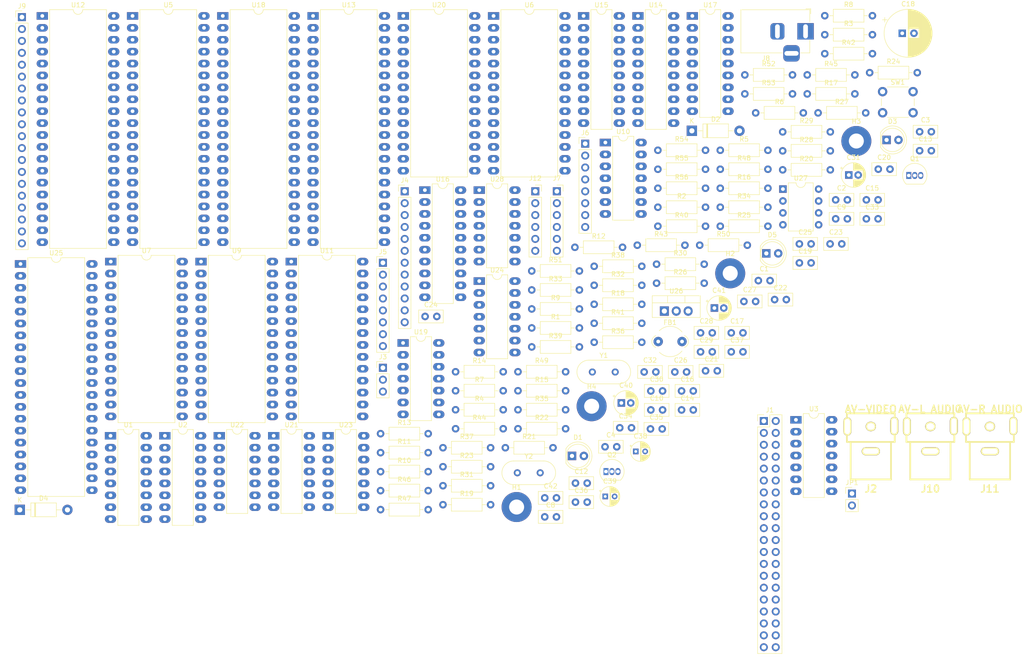
<source format=kicad_pcb>
(kicad_pcb (version 20171130) (host pcbnew "(5.1.8)-1")
  (layers (0 F.Cu signal) (31 B.Cu signal) (34 B.Paste user) (35 F.Paste user) (36 B.SilkS user) (37 F.SilkS user) (38 B.Mask user) (39 F.Mask user) (44 Edge.Cuts user))
  (net 0 "")
  (net 1 +5V)
  (net 2 GND)
  (net 3 "Net-(C14-Pad2)")
  (net 4 "Net-(C15-Pad2)")
  (net 5 "Net-(C16-Pad1)")
  (net 6 "Net-(C18-Pad2)")
  (net 7 "Net-(C18-Pad1)")
  (net 8 "Net-(C31-Pad1)")
  (net 9 "Net-(C33-Pad1)")
  (net 10 "Net-(C34-Pad1)")
  (net 11 "Net-(C35-Pad1)")
  (net 12 "Net-(C38-Pad2)")
  (net 13 "Net-(C38-Pad1)")
  (net 14 "Net-(C39-Pad2)")
  (net 15 "Net-(C39-Pad1)")
  (net 16 "Net-(C41-Pad1)")
  (net 17 "Net-(D1-Pad2)")
  (net 18 +9V)
  (net 19 "Net-(D3-Pad2)")
  (net 20 "Net-(D5-Pad1)")
  (net 21 "Net-(H1-Pad1)")
  (net 22 "Net-(H2-Pad1)")
  (net 23 "Net-(H3-Pad1)")
  (net 24 "Net-(H4-Pad1)")
  (net 25 "Net-(J3-Pad3)")
  (net 26 "Net-(J3-Pad2)")
  (net 27 "Net-(J3-Pad1)")
  (net 28 "Net-(J4-Pad12)")
  (net 29 "Net-(J4-Pad11)")
  (net 30 "Net-(J4-Pad10)")
  (net 31 "Net-(J4-Pad9)")
  (net 32 "Net-(J4-Pad8)")
  (net 33 "Net-(J4-Pad7)")
  (net 34 "Net-(J4-Pad6)")
  (net 35 "Net-(J4-Pad5)")
  (net 36 "Net-(J4-Pad4)")
  (net 37 "Net-(J4-Pad3)")
  (net 38 "Net-(J5-Pad8)")
  (net 39 "Net-(J5-Pad7)")
  (net 40 "Net-(J5-Pad6)")
  (net 41 "Net-(J5-Pad5)")
  (net 42 "Net-(J5-Pad4)")
  (net 43 "Net-(J5-Pad3)")
  (net 44 "Net-(J5-Pad2)")
  (net 45 "Net-(J5-Pad1)")
  (net 46 "Net-(J7-Pad6)")
  (net 47 "Net-(J7-Pad5)")
  (net 48 "Net-(J7-Pad4)")
  (net 49 "Net-(J7-Pad3)")
  (net 50 "Net-(J7-Pad2)")
  (net 51 "Net-(J9-Pad20)")
  (net 52 "Net-(J9-Pad19)")
  (net 53 "Net-(J9-Pad18)")
  (net 54 "Net-(J9-Pad17)")
  (net 55 "Net-(J9-Pad16)")
  (net 56 "Net-(J9-Pad15)")
  (net 57 "Net-(J9-Pad14)")
  (net 58 "Net-(J9-Pad13)")
  (net 59 "Net-(J9-Pad12)")
  (net 60 "Net-(J9-Pad11)")
  (net 61 "Net-(J9-Pad10)")
  (net 62 "Net-(J9-Pad9)")
  (net 63 "Net-(J9-Pad8)")
  (net 64 "Net-(J9-Pad7)")
  (net 65 "Net-(J9-Pad6)")
  (net 66 "Net-(J9-Pad5)")
  (net 67 "Net-(J9-Pad4)")
  (net 68 "Net-(J9-Pad3)")
  (net 69 "Net-(J9-Pad2)")
  (net 70 "Net-(J9-Pad1)")
  (net 71 "Net-(J12-Pad6)")
  (net 72 "Net-(J12-Pad5)")
  (net 73 "Net-(J12-Pad4)")
  (net 74 "Net-(J12-Pad3)")
  (net 75 "Net-(J12-Pad2)")
  (net 76 "Net-(Q1-Pad1)")
  (net 77 COMVID)
  (net 78 "Net-(Q2-Pad1)")
  (net 79 "Net-(Q2-Pad2)")
  (net 80 "Net-(R1-Pad1)")
  (net 81 "Net-(R2-Pad1)")
  (net 82 "Net-(JP1-Pad1)")
  (net 83 "Net-(J1-Pad38)")
  (net 84 "Net-(R5-Pad2)")
  (net 85 "Net-(R6-Pad1)")
  (net 86 VDP_INT)
  (net 87 INT)
  (net 88 ROM_RAM_1)
  (net 89 "Net-(R12-Pad1)")
  (net 90 VRAM_BANK)
  (net 91 "Net-(R13-Pad1)")
  (net 92 "Net-(R14-Pad2)")
  (net 93 "Net-(R14-Pad1)")
  (net 94 "Net-(R15-Pad2)")
  (net 95 "Net-(R15-Pad1)")
  (net 96 SER1_ERR)
  (net 97 "Net-(R16-Pad1)")
  (net 98 "Net-(R17-Pad2)")
  (net 99 "Net-(R17-Pad1)")
  (net 100 SER1_OPN)
  (net 101 "Net-(R18-Pad1)")
  (net 102 "Net-(R19-Pad2)")
  (net 103 "Net-(R19-Pad1)")
  (net 104 "Net-(R21-Pad2)")
  (net 105 "Net-(R23-Pad2)")
  (net 106 "Net-(R24-Pad2)")
  (net 107 "Net-(R25-Pad2)")
  (net 108 "Net-(R26-Pad2)")
  (net 109 "Net-(R27-Pad2)")
  (net 110 "Net-(R28-Pad2)")
  (net 111 "Net-(R29-Pad2)")
  (net 112 "Net-(R30-Pad2)")
  (net 113 "Net-(R31-Pad2)")
  (net 114 "Net-(R32-Pad2)")
  (net 115 "Net-(R32-Pad1)")
  (net 116 "Net-(R33-Pad2)")
  (net 117 "Net-(R33-Pad1)")
  (net 118 "Net-(R34-Pad1)")
  (net 119 "Net-(R35-Pad2)")
  (net 120 "Net-(R35-Pad1)")
  (net 121 "Net-(R41-Pad1)")
  (net 122 "Net-(R42-Pad1)")
  (net 123 "Net-(R44-Pad1)")
  (net 124 "Net-(R45-Pad1)")
  (net 125 "Net-(R47-Pad2)")
  (net 126 RESET)
  (net 127 "Net-(R52-Pad1)")
  (net 128 "Net-(R53-Pad2)")
  (net 129 "Net-(R55-Pad2)")
  (net 130 "Net-(R56-Pad2)")
  (net 131 BANK1_SEL)
  (net 132 "Net-(U1-Pad7)")
  (net 133 "Net-(U1-Pad6)")
  (net 134 RAM2_SEL)
  (net 135 RAM1_SEL)
  (net 136 ROMSEL)
  (net 137 "Net-(U1-Pad10)")
  (net 138 A15)
  (net 139 "Net-(U1-Pad9)")
  (net 140 MREQ)
  (net 141 PIO_SEL)
  (net 142 "Net-(U2-Pad7)")
  (net 143 CTC_SEL)
  (net 144 SIO_SEL)
  (net 145 A7)
  (net 146 VDP_SEL)
  (net 147 IORQ)
  (net 148 PSG_SEL)
  (net 149 A6)
  (net 150 CF_SEL)
  (net 151 A5)
  (net 152 "Net-(U2-Pad9)")
  (net 153 A4)
  (net 154 /A10)
  (net 155 /A9)
  (net 156 /A8)
  (net 157 "Net-(U5-Pad18)")
  (net 158 D1)
  (net 159 D0)
  (net 160 /A3)
  (net 161 D7)
  (net 162 A2)
  (net 163 D2)
  (net 164 A1)
  (net 165 A0)
  (net 166 D6)
  (net 167 D5)
  (net 168 "Net-(U5-Pad28)")
  (net 169 D3)
  (net 170 M1)
  (net 171 D4)
  (net 172 CLOCK)
  (net 173 /A14)
  (net 174 "Net-(U5-Pad23)")
  (net 175 /A13)
  (net 176 WR)
  (net 177 /A12)
  (net 178 RD)
  (net 179 /A11)
  (net 180 EN_SWC)
  (net 181 "Net-(U10-Pad5)")
  (net 182 "Net-(U10-Pad3)")
  (net 183 CTC_IE)
  (net 184 PIO_IE)
  (net 185 CLK2)
  (net 186 SER_CLK_B)
  (net 187 SRL_CLK_A)
  (net 188 "Net-(U12-Pad17)")
  (net 189 "Net-(U12-Pad22)")
  (net 190 "Net-(U12-Pad21)")
  (net 191 "Net-(U13-Pad38)")
  (net 192 "Net-(U13-Pad37)")
  (net 193 "Net-(U13-Pad35)")
  (net 194 CSR)
  (net 195 CSW)
  (net 196 /VD0)
  (net 197 /VD1)
  (net 198 VRW)
  (net 199 /VD2)
  (net 200 /AD0)
  (net 201 /VD3)
  (net 202 /AD1)
  (net 203 /VD4)
  (net 204 /AD2)
  (net 205 /VD5)
  (net 206 /AD3)
  (net 207 /VD6)
  (net 208 /AD4)
  (net 209 /VD7)
  (net 210 /AD5)
  (net 211 /AD6)
  (net 212 /AD7)
  (net 213 CAS)
  (net 214 RAS)
  (net 215 "Net-(U14-Pad19)")
  (net 216 /VA0)
  (net 217 /VA1)
  (net 218 /VA2)
  (net 219 /VA3)
  (net 220 /VA4)
  (net 221 /VA5)
  (net 222 /VA6)
  (net 223 ROW)
  (net 224 "Net-(U15-Pad19)")
  (net 225 /VA7)
  (net 226 /VA8)
  (net 227 /VA9)
  (net 228 /VA10)
  (net 229 /VA11)
  (net 230 /VA12)
  (net 231 /VA13)
  (net 232 COL)
  (net 233 VWR)
  (net 234 "Net-(U17-Pad10)")
  (net 235 "Net-(U18-Pad16)")
  (net 236 "Net-(U18-Pad30)")
  (net 237 "Net-(U18-Pad10)")
  (net 238 "Net-(U19-Pad4)")
  (net 239 "Net-(U19-Pad2)")
  (net 240 "Net-(U22-Pad3)")
  (net 241 "Net-(U23-Pad12)")
  (net 242 "Net-(U23-Pad1)")
  (net 243 "Net-(U24-Pad13)")
  (net 244 "Net-(U24-Pad10)")
  (net 245 "Net-(U25-Pad39)")
  (net 246 "Net-(U25-Pad26)")
  (net 247 "Net-(U25-Pad5)")
  (net 248 "Net-(U25-Pad2)")
  (net 249 "Net-(U25-Pad1)")
  (net 250 "Net-(U27-Pad5)")
  (net 251 "Net-(U28-Pad2)")
  (net 252 "Net-(U28-Pad12)")
  (net 253 "Net-(J1-Pad39)")
  (net 254 "Net-(J1-Pad34)")
  (net 255 "Net-(J1-Pad32)")
  (net 256 "Net-(J1-Pad31)")
  (net 257 "Net-(J1-Pad29)")
  (net 258 "Net-(J1-Pad28)")
  (net 259 "Net-(J1-Pad27)")
  (net 260 IO_RD)
  (net 261 IO_WR)
  (net 262 "Net-(J1-Pad21)")
  (net 263 "Net-(J1-Pad18)")
  (net 264 "Net-(J1-Pad16)")
  (net 265 "Net-(J1-Pad14)")
  (net 266 "Net-(J1-Pad12)")
  (net 267 "Net-(J1-Pad10)")
  (net 268 "Net-(J1-Pad8)")
  (net 269 "Net-(J1-Pad6)")
  (net 270 "Net-(J1-Pad4)")
  (net 271 "Net-(U3-Pad13)")
  (net 272 "Net-(U3-Pad12)")
  (net 273 "Net-(U3-Pad11)")
  (net 274 "Net-(U3-Pad10)")
  (net 275 "Net-(U3-Pad9)")
  (net 276 "Net-(U3-Pad8)")
  (module Package_DIP:DIP-14_W7.62mm_LongPads (layer F.Cu) (at 225.9377 131.0299)
    (fp_text reference U3 (at 3.81 -2.33) (layer F.SilkS))
    (fp_text value 74HCT32)
    (pad 14 thru_hole oval (at 7.62 0) (size 2.4 1.6) (drill 0.8) (layers *.Cu *.Mask) (net 1 +5V))
    (pad 7 thru_hole oval (at 0 15.24) (size 2.4 1.6) (drill 0.8) (layers *.Cu *.Mask) (net 2 GND))
    (pad 13 thru_hole oval (at 7.62 2.54) (size 2.4 1.6) (drill 0.8) (layers *.Cu *.Mask) (net 271 "Net-(U3-Pad13)"))
    (pad 6 thru_hole oval (at 0 12.7) (size 2.4 1.6) (drill 0.8) (layers *.Cu *.Mask) (net 261 IO_WR))
    (pad 12 thru_hole oval (at 7.62 5.08) (size 2.4 1.6) (drill 0.8) (layers *.Cu *.Mask) (net 272 "Net-(U3-Pad12)"))
    (pad 5 thru_hole oval (at 0 10.16) (size 2.4 1.6) (drill 0.8) (layers *.Cu *.Mask) (net 176 WR))
    (pad 11 thru_hole oval (at 7.62 7.62) (size 2.4 1.6) (drill 0.8) (layers *.Cu *.Mask) (net 273 "Net-(U3-Pad11)"))
    (pad 4 thru_hole oval (at 0 7.62) (size 2.4 1.6) (drill 0.8) (layers *.Cu *.Mask) (net 147 IORQ))
    (pad 10 thru_hole oval (at 7.62 10.16) (size 2.4 1.6) (drill 0.8) (layers *.Cu *.Mask) (net 274 "Net-(U3-Pad10)"))
    (pad 3 thru_hole oval (at 0 5.08) (size 2.4 1.6) (drill 0.8) (layers *.Cu *.Mask) (net 260 IO_RD))
    (pad 9 thru_hole oval (at 7.62 12.7) (size 2.4 1.6) (drill 0.8) (layers *.Cu *.Mask) (net 275 "Net-(U3-Pad9)"))
    (pad 2 thru_hole oval (at 0 2.54) (size 2.4 1.6) (drill 0.8) (layers *.Cu *.Mask) (net 147 IORQ))
    (pad 8 thru_hole oval (at 7.62 15.24) (size 2.4 1.6) (drill 0.8) (layers *.Cu *.Mask) (net 276 "Net-(U3-Pad8)"))
    (pad 1 thru_hole rect (at 0 0) (size 2.4 1.6) (drill 0.8) (layers *.Cu *.Mask) (net 178 RD))
  )
  (module Connector_PinHeader_2.54mm:PinHeader_1x02_P2.54mm_Vertical (layer F.Cu) (at 237.8877 146.7599)
    (fp_text reference JP1 (at 0 -2.33) (layer F.SilkS))
    (fp_text value Jumper)
    (pad 2 thru_hole oval (at 0 2.54) (size 1.7 1.7) (drill 1) (layers *.Cu *.Mask) (net 253 "Net-(J1-Pad39)"))
    (pad 1 thru_hole rect (at 0 0) (size 1.7 1.7) (drill 1) (layers *.Cu *.Mask) (net 82 "Net-(JP1-Pad1)"))
  )
  (module Conn_AV:RCAsimple (layer F.Cu) (at 267.312699 136.44752)
    (fp_text reference J11 (at 0 9.3) (layer F.SilkS) (effects (font (size 1.524 1.524) (thickness 0.3048))))
    (fp_text value "AV-R AUDIO" (at 0 -7.69874) (layer F.SilkS) (effects (font (size 1.524 1.524) (thickness 0.3048))))
    (pad 2 thru_hole oval (at 0 1.3) (size 3.9 1.7) (drill oval 3.3 1.1) (layers *.Cu *.Mask F.SilkS) (net 2 GND))
    (pad 2 thru_hole oval (at -5 -4 90) (size 3.9 1.7) (drill oval 3.3 1.1) (layers *.Cu *.Mask F.SilkS) (net 2 GND))
    (pad 2 thru_hole oval (at 5 -4.1 90) (size 3.9 1.7) (drill oval 3.3 1.1) (layers *.Cu *.Mask F.SilkS) (net 2 GND))
    (pad 1 thru_hole oval (at 0 -4) (size 2.2 2) (drill oval 1.6 1.4) (layers *.Cu *.Mask F.SilkS) (net 14 "Net-(C39-Pad2)"))
  )
  (module Conn_AV:RCAsimple (layer F.Cu) (at 254.612699 136.44752)
    (fp_text reference J10 (at 0 9.3) (layer F.SilkS) (effects (font (size 1.524 1.524) (thickness 0.3048))))
    (fp_text value "AV-L AUDIO" (at 0 -7.69874) (layer F.SilkS) (effects (font (size 1.524 1.524) (thickness 0.3048))))
    (pad 2 thru_hole oval (at 0 1.3) (size 3.9 1.7) (drill oval 3.3 1.1) (layers *.Cu *.Mask F.SilkS) (net 2 GND))
    (pad 2 thru_hole oval (at -5 -4 90) (size 3.9 1.7) (drill oval 3.3 1.1) (layers *.Cu *.Mask F.SilkS) (net 2 GND))
    (pad 2 thru_hole oval (at 5 -4.1 90) (size 3.9 1.7) (drill oval 3.3 1.1) (layers *.Cu *.Mask F.SilkS) (net 2 GND))
    (pad 1 thru_hole oval (at 0 -4) (size 2.2 2) (drill oval 1.6 1.4) (layers *.Cu *.Mask F.SilkS) (net 12 "Net-(C38-Pad2)"))
  )
  (module Conn_AV:RCAsimple (layer F.Cu) (at 241.912699 136.44752)
    (fp_text reference J2 (at 0 9.3) (layer F.SilkS) (effects (font (size 1.524 1.524) (thickness 0.3048))))
    (fp_text value AV-VIDEO (at 0 -7.69874) (layer F.SilkS) (effects (font (size 1.524 1.524) (thickness 0.3048))))
    (pad 2 thru_hole oval (at 0 1.3) (size 3.9 1.7) (drill oval 3.3 1.1) (layers *.Cu *.Mask F.SilkS) (net 2 GND))
    (pad 2 thru_hole oval (at -5 -4 90) (size 3.9 1.7) (drill oval 3.3 1.1) (layers *.Cu *.Mask F.SilkS) (net 2 GND))
    (pad 2 thru_hole oval (at 5 -4.1 90) (size 3.9 1.7) (drill oval 3.3 1.1) (layers *.Cu *.Mask F.SilkS) (net 2 GND))
    (pad 1 thru_hole oval (at 0 -4) (size 2.2 2) (drill oval 1.6 1.4) (layers *.Cu *.Mask F.SilkS) (net 6 "Net-(C18-Pad2)"))
  )
  (module Connector_PinHeader_2.54mm:PinHeader_2x20_P2.54mm_Vertical (layer F.Cu) (at 219.0877 131.2799)
    (fp_text reference J1 (at 1.27 -2.33) (layer F.SilkS))
    (fp_text value Conn_02x20_Odd_Even)
    (pad 40 thru_hole oval (at 2.54 48.26) (size 1.7 1.7) (drill 1) (layers *.Cu *.Mask) (net 2 GND))
    (pad 39 thru_hole oval (at 0 48.26) (size 1.7 1.7) (drill 1) (layers *.Cu *.Mask) (net 253 "Net-(J1-Pad39)"))
    (pad 38 thru_hole oval (at 2.54 45.72) (size 1.7 1.7) (drill 1) (layers *.Cu *.Mask) (net 83 "Net-(J1-Pad38)"))
    (pad 37 thru_hole oval (at 0 45.72) (size 1.7 1.7) (drill 1) (layers *.Cu *.Mask) (net 150 CF_SEL))
    (pad 36 thru_hole oval (at 2.54 43.18) (size 1.7 1.7) (drill 1) (layers *.Cu *.Mask) (net 162 A2))
    (pad 35 thru_hole oval (at 0 43.18) (size 1.7 1.7) (drill 1) (layers *.Cu *.Mask) (net 165 A0))
    (pad 34 thru_hole oval (at 2.54 40.64) (size 1.7 1.7) (drill 1) (layers *.Cu *.Mask) (net 254 "Net-(J1-Pad34)"))
    (pad 33 thru_hole oval (at 0 40.64) (size 1.7 1.7) (drill 1) (layers *.Cu *.Mask) (net 164 A1))
    (pad 32 thru_hole oval (at 2.54 38.1) (size 1.7 1.7) (drill 1) (layers *.Cu *.Mask) (net 255 "Net-(J1-Pad32)"))
    (pad 31 thru_hole oval (at 0 38.1) (size 1.7 1.7) (drill 1) (layers *.Cu *.Mask) (net 256 "Net-(J1-Pad31)"))
    (pad 30 thru_hole oval (at 2.54 35.56) (size 1.7 1.7) (drill 1) (layers *.Cu *.Mask) (net 2 GND))
    (pad 29 thru_hole oval (at 0 35.56) (size 1.7 1.7) (drill 1) (layers *.Cu *.Mask) (net 257 "Net-(J1-Pad29)"))
    (pad 28 thru_hole oval (at 2.54 33.02) (size 1.7 1.7) (drill 1) (layers *.Cu *.Mask) (net 258 "Net-(J1-Pad28)"))
    (pad 27 thru_hole oval (at 0 33.02) (size 1.7 1.7) (drill 1) (layers *.Cu *.Mask) (net 259 "Net-(J1-Pad27)"))
    (pad 26 thru_hole oval (at 2.54 30.48) (size 1.7 1.7) (drill 1) (layers *.Cu *.Mask) (net 2 GND))
    (pad 25 thru_hole oval (at 0 30.48) (size 1.7 1.7) (drill 1) (layers *.Cu *.Mask) (net 260 IO_RD))
    (pad 24 thru_hole oval (at 2.54 27.94) (size 1.7 1.7) (drill 1) (layers *.Cu *.Mask) (net 2 GND))
    (pad 23 thru_hole oval (at 0 27.94) (size 1.7 1.7) (drill 1) (layers *.Cu *.Mask) (net 261 IO_WR))
    (pad 22 thru_hole oval (at 2.54 25.4) (size 1.7 1.7) (drill 1) (layers *.Cu *.Mask) (net 2 GND))
    (pad 21 thru_hole oval (at 0 25.4) (size 1.7 1.7) (drill 1) (layers *.Cu *.Mask) (net 262 "Net-(J1-Pad21)"))
    (pad 20 thru_hole oval (at 2.54 22.86) (size 1.7 1.7) (drill 1) (layers *.Cu *.Mask) (net 1 +5V))
    (pad 19 thru_hole oval (at 0 22.86) (size 1.7 1.7) (drill 1) (layers *.Cu *.Mask) (net 2 GND))
    (pad 18 thru_hole oval (at 2.54 20.32) (size 1.7 1.7) (drill 1) (layers *.Cu *.Mask) (net 263 "Net-(J1-Pad18)"))
    (pad 17 thru_hole oval (at 0 20.32) (size 1.7 1.7) (drill 1) (layers *.Cu *.Mask) (net 159 D0))
    (pad 16 thru_hole oval (at 2.54 17.78) (size 1.7 1.7) (drill 1) (layers *.Cu *.Mask) (net 264 "Net-(J1-Pad16)"))
    (pad 15 thru_hole oval (at 0 17.78) (size 1.7 1.7) (drill 1) (layers *.Cu *.Mask) (net 158 D1))
    (pad 14 thru_hole oval (at 2.54 15.24) (size 1.7 1.7) (drill 1) (layers *.Cu *.Mask) (net 265 "Net-(J1-Pad14)"))
    (pad 13 thru_hole oval (at 0 15.24) (size 1.7 1.7) (drill 1) (layers *.Cu *.Mask) (net 163 D2))
    (pad 12 thru_hole oval (at 2.54 12.7) (size 1.7 1.7) (drill 1) (layers *.Cu *.Mask) (net 266 "Net-(J1-Pad12)"))
    (pad 11 thru_hole oval (at 0 12.7) (size 1.7 1.7) (drill 1) (layers *.Cu *.Mask) (net 169 D3))
    (pad 10 thru_hole oval (at 2.54 10.16) (size 1.7 1.7) (drill 1) (layers *.Cu *.Mask) (net 267 "Net-(J1-Pad10)"))
    (pad 9 thru_hole oval (at 0 10.16) (size 1.7 1.7) (drill 1) (layers *.Cu *.Mask) (net 171 D4))
    (pad 8 thru_hole oval (at 2.54 7.62) (size 1.7 1.7) (drill 1) (layers *.Cu *.Mask) (net 268 "Net-(J1-Pad8)"))
    (pad 7 thru_hole oval (at 0 7.62) (size 1.7 1.7) (drill 1) (layers *.Cu *.Mask) (net 167 D5))
    (pad 6 thru_hole oval (at 2.54 5.08) (size 1.7 1.7) (drill 1) (layers *.Cu *.Mask) (net 269 "Net-(J1-Pad6)"))
    (pad 5 thru_hole oval (at 0 5.08) (size 1.7 1.7) (drill 1) (layers *.Cu *.Mask) (net 166 D6))
    (pad 4 thru_hole oval (at 2.54 2.54) (size 1.7 1.7) (drill 1) (layers *.Cu *.Mask) (net 270 "Net-(J1-Pad4)"))
    (pad 3 thru_hole oval (at 0 2.54) (size 1.7 1.7) (drill 1) (layers *.Cu *.Mask) (net 161 D7))
    (pad 2 thru_hole oval (at 2.54 0) (size 1.7 1.7) (drill 1) (layers *.Cu *.Mask) (net 2 GND))
    (pad 1 thru_hole rect (at 0 0) (size 1.7 1.7) (drill 1) (layers *.Cu *.Mask) (net 126 RESET))
  )
  (module Crystal:Crystal_HC49-4H_Vertical (layer F.Cu) (at 166.5093 142.3333)
    (fp_text reference Y2 (at 2.44 -3.525) (layer F.SilkS))
    (fp_text value 7.372800MHz)
    (pad 2 thru_hole circle (at 4.88 0) (size 1.5 1.5) (drill 0.8) (layers *.Cu *.Mask) (net 11 "Net-(C35-Pad1)"))
    (pad 1 thru_hole circle (at 0 0) (size 1.5 1.5) (drill 0.8) (layers *.Cu *.Mask) (net 10 "Net-(C34-Pad1)"))
  )
  (module Crystal:Crystal_HC49-4H_Vertical (layer F.Cu) (at 182.5093 120.8333)
    (fp_text reference Y1 (at 2.44 -3.525) (layer F.SilkS))
    (fp_text value 10.738635MHz)
    (pad 2 thru_hole circle (at 4.88 0) (size 1.5 1.5) (drill 0.8) (layers *.Cu *.Mask) (net 4 "Net-(C15-Pad2)"))
    (pad 1 thru_hole circle (at 0 0) (size 1.5 1.5) (drill 0.8) (layers *.Cu *.Mask) (net 3 "Net-(C14-Pad2)"))
  )
  (module Package_DIP:DIP-14_W7.62mm_LongPads (layer F.Cu) (at 158.3893 82.0333)
    (fp_text reference U28 (at 3.81 -2.33) (layer F.SilkS))
    (fp_text value 74HCT74)
    (pad 14 thru_hole oval (at 7.62 0) (size 2.4 1.6) (drill 0.8) (layers *.Cu *.Mask) (net 1 +5V))
    (pad 7 thru_hole oval (at 0 15.24) (size 2.4 1.6) (drill 0.8) (layers *.Cu *.Mask) (net 2 GND))
    (pad 13 thru_hole oval (at 7.62 2.54) (size 2.4 1.6) (drill 0.8) (layers *.Cu *.Mask) (net 1 +5V))
    (pad 6 thru_hole oval (at 0 12.7) (size 2.4 1.6) (drill 0.8) (layers *.Cu *.Mask) (net 251 "Net-(U28-Pad2)"))
    (pad 12 thru_hole oval (at 7.62 5.08) (size 2.4 1.6) (drill 0.8) (layers *.Cu *.Mask) (net 252 "Net-(U28-Pad12)"))
    (pad 5 thru_hole oval (at 0 10.16) (size 2.4 1.6) (drill 0.8) (layers *.Cu *.Mask) (net 172 CLOCK))
    (pad 11 thru_hole oval (at 7.62 7.62) (size 2.4 1.6) (drill 0.8) (layers *.Cu *.Mask) (net 172 CLOCK))
    (pad 4 thru_hole oval (at 0 7.62) (size 2.4 1.6) (drill 0.8) (layers *.Cu *.Mask) (net 1 +5V))
    (pad 10 thru_hole oval (at 7.62 10.16) (size 2.4 1.6) (drill 0.8) (layers *.Cu *.Mask) (net 1 +5V))
    (pad 3 thru_hole oval (at 0 5.08) (size 2.4 1.6) (drill 0.8) (layers *.Cu *.Mask) (net 241 "Net-(U23-Pad12)"))
    (pad 9 thru_hole oval (at 7.62 12.7) (size 2.4 1.6) (drill 0.8) (layers *.Cu *.Mask) (net 185 CLK2))
    (pad 2 thru_hole oval (at 0 2.54) (size 2.4 1.6) (drill 0.8) (layers *.Cu *.Mask) (net 251 "Net-(U28-Pad2)"))
    (pad 8 thru_hole oval (at 7.62 15.24) (size 2.4 1.6) (drill 0.8) (layers *.Cu *.Mask) (net 252 "Net-(U28-Pad12)"))
    (pad 1 thru_hole rect (at 0 0) (size 2.4 1.6) (drill 0.8) (layers *.Cu *.Mask) (net 1 +5V))
  )
  (module Package_DIP:DIP-8_W7.62mm (layer F.Cu) (at 223.1593 81.8133)
    (fp_text reference U27 (at 3.81 -2.33) (layer F.SilkS))
    (fp_text value NE555P)
    (pad 8 thru_hole oval (at 7.62 0) (size 1.6 1.6) (drill 0.8) (layers *.Cu *.Mask) (net 1 +5V))
    (pad 4 thru_hole oval (at 0 7.62) (size 1.6 1.6) (drill 0.8) (layers *.Cu *.Mask) (net 1 +5V))
    (pad 7 thru_hole oval (at 7.62 2.54) (size 1.6 1.6) (drill 0.8) (layers *.Cu *.Mask) (net 16 "Net-(C41-Pad1)"))
    (pad 3 thru_hole oval (at 0 5.08) (size 1.6 1.6) (drill 0.8) (layers *.Cu *.Mask) (net 242 "Net-(U23-Pad1)"))
    (pad 6 thru_hole oval (at 7.62 5.08) (size 1.6 1.6) (drill 0.8) (layers *.Cu *.Mask) (net 16 "Net-(C41-Pad1)"))
    (pad 2 thru_hole oval (at 0 2.54) (size 1.6 1.6) (drill 0.8) (layers *.Cu *.Mask) (net 9 "Net-(C33-Pad1)"))
    (pad 5 thru_hole oval (at 7.62 7.62) (size 1.6 1.6) (drill 0.8) (layers *.Cu *.Mask) (net 250 "Net-(U27-Pad5)"))
    (pad 1 thru_hole rect (at 0 0) (size 1.6 1.6) (drill 0.8) (layers *.Cu *.Mask) (net 2 GND))
  )
  (module Package_TO_SOT_THT:TO-220-3_Vertical (layer F.Cu) (at 197.8693 107.8333)
    (fp_text reference U26 (at 2.54 -4.27) (layer F.SilkS))
    (fp_text value LM317_3PinPackage)
    (pad 3 thru_hole oval (at 5.08 0) (size 1.905 2) (drill 1.1) (layers *.Cu *.Mask) (net 8 "Net-(C31-Pad1)"))
    (pad 2 thru_hole oval (at 2.54 0) (size 1.905 2) (drill 1.1) (layers *.Cu *.Mask) (net 1 +5V))
    (pad 1 thru_hole rect (at 0 0) (size 1.905 2) (drill 1.1) (layers *.Cu *.Mask) (net 124 "Net-(R45-Pad1)"))
  )
  (module Package_DIP:DIP-40_W15.24mm_LongPads (layer F.Cu) (at 60.5393 97.7833)
    (fp_text reference U25 (at 7.62 -2.33) (layer F.SilkS))
    (fp_text value AY-3-8910)
    (pad 40 thru_hole oval (at 15.24 0) (size 2.4 1.6) (drill 0.8) (layers *.Cu *.Mask) (net 1 +5V))
    (pad 20 thru_hole oval (at 0 48.26) (size 2.4 1.6) (drill 0.8) (layers *.Cu *.Mask) (net 56 "Net-(J9-Pad15)"))
    (pad 39 thru_hole oval (at 15.24 2.54) (size 2.4 1.6) (drill 0.8) (layers *.Cu *.Mask) (net 245 "Net-(U25-Pad39)"))
    (pad 19 thru_hole oval (at 0 45.72) (size 2.4 1.6) (drill 0.8) (layers *.Cu *.Mask) (net 57 "Net-(J9-Pad14)"))
    (pad 38 thru_hole oval (at 15.24 5.08) (size 2.4 1.6) (drill 0.8) (layers *.Cu *.Mask) (net 122 "Net-(R42-Pad1)"))
    (pad 18 thru_hole oval (at 0 43.18) (size 2.4 1.6) (drill 0.8) (layers *.Cu *.Mask) (net 68 "Net-(J9-Pad3)"))
    (pad 37 thru_hole oval (at 15.24 7.62) (size 2.4 1.6) (drill 0.8) (layers *.Cu *.Mask) (net 159 D0))
    (pad 17 thru_hole oval (at 0 40.64) (size 2.4 1.6) (drill 0.8) (layers *.Cu *.Mask) (net 64 "Net-(J9-Pad7)"))
    (pad 36 thru_hole oval (at 15.24 10.16) (size 2.4 1.6) (drill 0.8) (layers *.Cu *.Mask) (net 158 D1))
    (pad 16 thru_hole oval (at 0 38.1) (size 2.4 1.6) (drill 0.8) (layers *.Cu *.Mask) (net 62 "Net-(J9-Pad9)"))
    (pad 35 thru_hole oval (at 15.24 12.7) (size 2.4 1.6) (drill 0.8) (layers *.Cu *.Mask) (net 163 D2))
    (pad 15 thru_hole oval (at 0 35.56) (size 2.4 1.6) (drill 0.8) (layers *.Cu *.Mask) (net 61 "Net-(J9-Pad10)"))
    (pad 34 thru_hole oval (at 15.24 15.24) (size 2.4 1.6) (drill 0.8) (layers *.Cu *.Mask) (net 169 D3))
    (pad 14 thru_hole oval (at 0 33.02) (size 2.4 1.6) (drill 0.8) (layers *.Cu *.Mask) (net 54 "Net-(J9-Pad17)"))
    (pad 33 thru_hole oval (at 15.24 17.78) (size 2.4 1.6) (drill 0.8) (layers *.Cu *.Mask) (net 171 D4))
    (pad 13 thru_hole oval (at 0 30.48) (size 2.4 1.6) (drill 0.8) (layers *.Cu *.Mask) (net 65 "Net-(J9-Pad6)"))
    (pad 32 thru_hole oval (at 15.24 20.32) (size 2.4 1.6) (drill 0.8) (layers *.Cu *.Mask) (net 167 D5))
    (pad 12 thru_hole oval (at 0 27.94) (size 2.4 1.6) (drill 0.8) (layers *.Cu *.Mask) (net 63 "Net-(J9-Pad8)"))
    (pad 31 thru_hole oval (at 15.24 22.86) (size 2.4 1.6) (drill 0.8) (layers *.Cu *.Mask) (net 166 D6))
    (pad 11 thru_hole oval (at 0 25.4) (size 2.4 1.6) (drill 0.8) (layers *.Cu *.Mask) (net 59 "Net-(J9-Pad12)"))
    (pad 30 thru_hole oval (at 15.24 25.4) (size 2.4 1.6) (drill 0.8) (layers *.Cu *.Mask) (net 161 D7))
    (pad 10 thru_hole oval (at 0 22.86) (size 2.4 1.6) (drill 0.8) (layers *.Cu *.Mask) (net 60 "Net-(J9-Pad11)"))
    (pad 29 thru_hole oval (at 15.24 27.94) (size 2.4 1.6) (drill 0.8) (layers *.Cu *.Mask) (net 244 "Net-(U24-Pad10)"))
    (pad 9 thru_hole oval (at 0 20.32) (size 2.4 1.6) (drill 0.8) (layers *.Cu *.Mask) (net 58 "Net-(J9-Pad13)"))
    (pad 28 thru_hole oval (at 15.24 30.48) (size 2.4 1.6) (drill 0.8) (layers *.Cu *.Mask) (net 1 +5V))
    (pad 8 thru_hole oval (at 0 17.78) (size 2.4 1.6) (drill 0.8) (layers *.Cu *.Mask) (net 70 "Net-(J9-Pad1)"))
    (pad 27 thru_hole oval (at 15.24 33.02) (size 2.4 1.6) (drill 0.8) (layers *.Cu *.Mask) (net 243 "Net-(U24-Pad13)"))
    (pad 7 thru_hole oval (at 0 15.24) (size 2.4 1.6) (drill 0.8) (layers *.Cu *.Mask) (net 55 "Net-(J9-Pad16)"))
    (pad 26 thru_hole oval (at 15.24 35.56) (size 2.4 1.6) (drill 0.8) (layers *.Cu *.Mask) (net 246 "Net-(U25-Pad26)"))
    (pad 6 thru_hole oval (at 0 12.7) (size 2.4 1.6) (drill 0.8) (layers *.Cu *.Mask) (net 52 "Net-(J9-Pad19)"))
    (pad 25 thru_hole oval (at 15.24 38.1) (size 2.4 1.6) (drill 0.8) (layers *.Cu *.Mask) (net 1 +5V))
    (pad 5 thru_hole oval (at 0 10.16) (size 2.4 1.6) (drill 0.8) (layers *.Cu *.Mask) (net 247 "Net-(U25-Pad5)"))
    (pad 24 thru_hole oval (at 15.24 40.64) (size 2.4 1.6) (drill 0.8) (layers *.Cu *.Mask) (net 2 GND))
    (pad 4 thru_hole oval (at 0 7.62) (size 2.4 1.6) (drill 0.8) (layers *.Cu *.Mask) (net 123 "Net-(R44-Pad1)"))
    (pad 23 thru_hole oval (at 15.24 43.18) (size 2.4 1.6) (drill 0.8) (layers *.Cu *.Mask) (net 126 RESET))
    (pad 3 thru_hole oval (at 0 5.08) (size 2.4 1.6) (drill 0.8) (layers *.Cu *.Mask) (net 121 "Net-(R41-Pad1)"))
    (pad 22 thru_hole oval (at 15.24 45.72) (size 2.4 1.6) (drill 0.8) (layers *.Cu *.Mask) (net 185 CLK2))
    (pad 2 thru_hole oval (at 0 2.54) (size 2.4 1.6) (drill 0.8) (layers *.Cu *.Mask) (net 248 "Net-(U25-Pad2)"))
    (pad 21 thru_hole oval (at 15.24 48.26) (size 2.4 1.6) (drill 0.8) (layers *.Cu *.Mask) (net 53 "Net-(J9-Pad18)"))
    (pad 1 thru_hole rect (at 0 0) (size 2.4 1.6) (drill 0.8) (layers *.Cu *.Mask) (net 249 "Net-(U25-Pad1)"))
  )
  (module Package_DIP:DIP-14_W7.62mm_LongPads (layer F.Cu) (at 158.3893 101.4333)
    (fp_text reference U24 (at 3.81 -2.33) (layer F.SilkS))
    (fp_text value 74HC02)
    (pad 14 thru_hole oval (at 7.62 0) (size 2.4 1.6) (drill 0.8) (layers *.Cu *.Mask) (net 1 +5V))
    (pad 7 thru_hole oval (at 0 15.24) (size 2.4 1.6) (drill 0.8) (layers *.Cu *.Mask) (net 2 GND))
    (pad 13 thru_hole oval (at 7.62 2.54) (size 2.4 1.6) (drill 0.8) (layers *.Cu *.Mask) (net 243 "Net-(U24-Pad13)"))
    (pad 6 thru_hole oval (at 0 12.7) (size 2.4 1.6) (drill 0.8) (layers *.Cu *.Mask))
    (pad 12 thru_hole oval (at 7.62 5.08) (size 2.4 1.6) (drill 0.8) (layers *.Cu *.Mask) (net 176 WR))
    (pad 5 thru_hole oval (at 0 10.16) (size 2.4 1.6) (drill 0.8) (layers *.Cu *.Mask))
    (pad 11 thru_hole oval (at 7.62 7.62) (size 2.4 1.6) (drill 0.8) (layers *.Cu *.Mask) (net 148 PSG_SEL))
    (pad 4 thru_hole oval (at 0 7.62) (size 2.4 1.6) (drill 0.8) (layers *.Cu *.Mask))
    (pad 10 thru_hole oval (at 7.62 10.16) (size 2.4 1.6) (drill 0.8) (layers *.Cu *.Mask) (net 244 "Net-(U24-Pad10)"))
    (pad 3 thru_hole oval (at 0 5.08) (size 2.4 1.6) (drill 0.8) (layers *.Cu *.Mask))
    (pad 9 thru_hole oval (at 7.62 12.7) (size 2.4 1.6) (drill 0.8) (layers *.Cu *.Mask) (net 148 PSG_SEL))
    (pad 2 thru_hole oval (at 0 2.54) (size 2.4 1.6) (drill 0.8) (layers *.Cu *.Mask))
    (pad 8 thru_hole oval (at 7.62 15.24) (size 2.4 1.6) (drill 0.8) (layers *.Cu *.Mask) (net 165 A0))
    (pad 1 thru_hole rect (at 0 0) (size 2.4 1.6) (drill 0.8) (layers *.Cu *.Mask))
  )
  (module Package_DIP:DIP-14_W7.62mm_LongPads (layer F.Cu) (at 126.1393 134.4333)
    (fp_text reference U23 (at 3.81 -2.33) (layer F.SilkS))
    (fp_text value 74HCT04)
    (pad 14 thru_hole oval (at 7.62 0) (size 2.4 1.6) (drill 0.8) (layers *.Cu *.Mask) (net 1 +5V))
    (pad 7 thru_hole oval (at 0 15.24) (size 2.4 1.6) (drill 0.8) (layers *.Cu *.Mask) (net 2 GND))
    (pad 13 thru_hole oval (at 7.62 2.54) (size 2.4 1.6) (drill 0.8) (layers *.Cu *.Mask) (net 125 "Net-(R47-Pad2)"))
    (pad 6 thru_hole oval (at 0 12.7) (size 2.4 1.6) (drill 0.8) (layers *.Cu *.Mask))
    (pad 12 thru_hole oval (at 7.62 5.08) (size 2.4 1.6) (drill 0.8) (layers *.Cu *.Mask) (net 241 "Net-(U23-Pad12)"))
    (pad 5 thru_hole oval (at 0 10.16) (size 2.4 1.6) (drill 0.8) (layers *.Cu *.Mask))
    (pad 11 thru_hole oval (at 7.62 7.62) (size 2.4 1.6) (drill 0.8) (layers *.Cu *.Mask) (net 10 "Net-(C34-Pad1)"))
    (pad 4 thru_hole oval (at 0 7.62) (size 2.4 1.6) (drill 0.8) (layers *.Cu *.Mask) (net 181 "Net-(U10-Pad5)"))
    (pad 10 thru_hole oval (at 7.62 10.16) (size 2.4 1.6) (drill 0.8) (layers *.Cu *.Mask) (net 125 "Net-(R47-Pad2)"))
    (pad 3 thru_hole oval (at 0 5.08) (size 2.4 1.6) (drill 0.8) (layers *.Cu *.Mask) (net 96 SER1_ERR))
    (pad 9 thru_hole oval (at 7.62 12.7) (size 2.4 1.6) (drill 0.8) (layers *.Cu *.Mask))
    (pad 2 thru_hole oval (at 0 2.54) (size 2.4 1.6) (drill 0.8) (layers *.Cu *.Mask) (net 126 RESET))
    (pad 8 thru_hole oval (at 7.62 15.24) (size 2.4 1.6) (drill 0.8) (layers *.Cu *.Mask))
    (pad 1 thru_hole rect (at 0 0) (size 2.4 1.6) (drill 0.8) (layers *.Cu *.Mask) (net 242 "Net-(U23-Pad1)"))
  )
  (module Package_DIP:DIP-14_W7.62mm_LongPads (layer F.Cu) (at 102.9393 134.4333)
    (fp_text reference U22 (at 3.81 -2.33) (layer F.SilkS))
    (fp_text value 74HCT32)
    (pad 14 thru_hole oval (at 7.62 0) (size 2.4 1.6) (drill 0.8) (layers *.Cu *.Mask) (net 1 +5V))
    (pad 7 thru_hole oval (at 0 15.24) (size 2.4 1.6) (drill 0.8) (layers *.Cu *.Mask) (net 2 GND))
    (pad 13 thru_hole oval (at 7.62 2.54) (size 2.4 1.6) (drill 0.8) (layers *.Cu *.Mask))
    (pad 6 thru_hole oval (at 0 12.7) (size 2.4 1.6) (drill 0.8) (layers *.Cu *.Mask) (net 194 CSR))
    (pad 12 thru_hole oval (at 7.62 5.08) (size 2.4 1.6) (drill 0.8) (layers *.Cu *.Mask))
    (pad 5 thru_hole oval (at 0 10.16) (size 2.4 1.6) (drill 0.8) (layers *.Cu *.Mask) (net 178 RD))
    (pad 11 thru_hole oval (at 7.62 7.62) (size 2.4 1.6) (drill 0.8) (layers *.Cu *.Mask))
    (pad 4 thru_hole oval (at 0 7.62) (size 2.4 1.6) (drill 0.8) (layers *.Cu *.Mask) (net 240 "Net-(U22-Pad3)"))
    (pad 10 thru_hole oval (at 7.62 10.16) (size 2.4 1.6) (drill 0.8) (layers *.Cu *.Mask) (net 176 WR))
    (pad 3 thru_hole oval (at 0 5.08) (size 2.4 1.6) (drill 0.8) (layers *.Cu *.Mask) (net 240 "Net-(U22-Pad3)"))
    (pad 9 thru_hole oval (at 7.62 12.7) (size 2.4 1.6) (drill 0.8) (layers *.Cu *.Mask) (net 240 "Net-(U22-Pad3)"))
    (pad 2 thru_hole oval (at 0 2.54) (size 2.4 1.6) (drill 0.8) (layers *.Cu *.Mask) (net 147 IORQ))
    (pad 8 thru_hole oval (at 7.62 15.24) (size 2.4 1.6) (drill 0.8) (layers *.Cu *.Mask) (net 195 CSW))
    (pad 1 thru_hole rect (at 0 0) (size 2.4 1.6) (drill 0.8) (layers *.Cu *.Mask) (net 146 VDP_SEL))
  )
  (module Package_DIP:DIP-14_W7.62mm_LongPads (layer F.Cu) (at 114.5393 134.4333)
    (fp_text reference U21 (at 3.81 -2.33) (layer F.SilkS))
    (fp_text value 4066)
    (pad 14 thru_hole oval (at 7.62 0) (size 2.4 1.6) (drill 0.8) (layers *.Cu *.Mask) (net 1 +5V))
    (pad 7 thru_hole oval (at 0 15.24) (size 2.4 1.6) (drill 0.8) (layers *.Cu *.Mask) (net 2 GND))
    (pad 13 thru_hole oval (at 7.62 2.54) (size 2.4 1.6) (drill 0.8) (layers *.Cu *.Mask) (net 180 EN_SWC))
    (pad 6 thru_hole oval (at 0 12.7) (size 2.4 1.6) (drill 0.8) (layers *.Cu *.Mask) (net 180 EN_SWC))
    (pad 12 thru_hole oval (at 7.62 5.08) (size 2.4 1.6) (drill 0.8) (layers *.Cu *.Mask) (net 180 EN_SWC))
    (pad 5 thru_hole oval (at 0 10.16) (size 2.4 1.6) (drill 0.8) (layers *.Cu *.Mask) (net 180 EN_SWC))
    (pad 11 thru_hole oval (at 7.62 7.62) (size 2.4 1.6) (drill 0.8) (layers *.Cu *.Mask) (net 235 "Net-(U18-Pad16)"))
    (pad 4 thru_hole oval (at 0 7.62) (size 2.4 1.6) (drill 0.8) (layers *.Cu *.Mask) (net 48 "Net-(J7-Pad4)"))
    (pad 10 thru_hole oval (at 7.62 10.16) (size 2.4 1.6) (drill 0.8) (layers *.Cu *.Mask) (net 46 "Net-(J7-Pad6)"))
    (pad 3 thru_hole oval (at 0 5.08) (size 2.4 1.6) (drill 0.8) (layers *.Cu *.Mask) (net 115 "Net-(R32-Pad1)"))
    (pad 9 thru_hole oval (at 7.62 12.7) (size 2.4 1.6) (drill 0.8) (layers *.Cu *.Mask) (net 47 "Net-(J7-Pad5)"))
    (pad 2 thru_hole oval (at 0 2.54) (size 2.4 1.6) (drill 0.8) (layers *.Cu *.Mask) (net 50 "Net-(J7-Pad2)"))
    (pad 8 thru_hole oval (at 7.62 15.24) (size 2.4 1.6) (drill 0.8) (layers *.Cu *.Mask) (net 120 "Net-(R35-Pad1)"))
    (pad 1 thru_hole rect (at 0 0) (size 2.4 1.6) (drill 0.8) (layers *.Cu *.Mask) (net 117 "Net-(R33-Pad1)"))
  )
  (module Package_DIP:DIP-28_W15.24mm_LongPads (layer F.Cu) (at 142.1893 44.8833)
    (fp_text reference U20 (at 7.62 -2.33) (layer F.SilkS))
    (fp_text value HM62256BLP-7)
    (pad 28 thru_hole oval (at 15.24 0) (size 2.4 1.6) (drill 0.8) (layers *.Cu *.Mask) (net 1 +5V))
    (pad 14 thru_hole oval (at 0 33.02) (size 2.4 1.6) (drill 0.8) (layers *.Cu *.Mask) (net 2 GND))
    (pad 27 thru_hole oval (at 15.24 2.54) (size 2.4 1.6) (drill 0.8) (layers *.Cu *.Mask) (net 198 VRW))
    (pad 13 thru_hole oval (at 0 30.48) (size 2.4 1.6) (drill 0.8) (layers *.Cu *.Mask) (net 199 /VD2))
    (pad 26 thru_hole oval (at 15.24 5.08) (size 2.4 1.6) (drill 0.8) (layers *.Cu *.Mask) (net 231 /VA13))
    (pad 12 thru_hole oval (at 0 27.94) (size 2.4 1.6) (drill 0.8) (layers *.Cu *.Mask) (net 197 /VD1))
    (pad 25 thru_hole oval (at 15.24 7.62) (size 2.4 1.6) (drill 0.8) (layers *.Cu *.Mask) (net 230 /VA12))
    (pad 11 thru_hole oval (at 0 25.4) (size 2.4 1.6) (drill 0.8) (layers *.Cu *.Mask) (net 196 /VD0))
    (pad 24 thru_hole oval (at 15.24 10.16) (size 2.4 1.6) (drill 0.8) (layers *.Cu *.Mask) (net 228 /VA10))
    (pad 10 thru_hole oval (at 0 22.86) (size 2.4 1.6) (drill 0.8) (layers *.Cu *.Mask) (net 216 /VA0))
    (pad 23 thru_hole oval (at 15.24 12.7) (size 2.4 1.6) (drill 0.8) (layers *.Cu *.Mask) (net 225 /VA7))
    (pad 9 thru_hole oval (at 0 20.32) (size 2.4 1.6) (drill 0.8) (layers *.Cu *.Mask) (net 217 /VA1))
    (pad 22 thru_hole oval (at 15.24 15.24) (size 2.4 1.6) (drill 0.8) (layers *.Cu *.Mask) (net 233 VWR))
    (pad 8 thru_hole oval (at 0 17.78) (size 2.4 1.6) (drill 0.8) (layers *.Cu *.Mask) (net 218 /VA2))
    (pad 21 thru_hole oval (at 15.24 17.78) (size 2.4 1.6) (drill 0.8) (layers *.Cu *.Mask) (net 220 /VA4))
    (pad 7 thru_hole oval (at 0 15.24) (size 2.4 1.6) (drill 0.8) (layers *.Cu *.Mask) (net 219 /VA3))
    (pad 20 thru_hole oval (at 15.24 20.32) (size 2.4 1.6) (drill 0.8) (layers *.Cu *.Mask) (net 213 CAS))
    (pad 6 thru_hole oval (at 0 12.7) (size 2.4 1.6) (drill 0.8) (layers *.Cu *.Mask) (net 221 /VA5))
    (pad 19 thru_hole oval (at 15.24 22.86) (size 2.4 1.6) (drill 0.8) (layers *.Cu *.Mask) (net 209 /VD7))
    (pad 5 thru_hole oval (at 0 10.16) (size 2.4 1.6) (drill 0.8) (layers *.Cu *.Mask) (net 222 /VA6))
    (pad 18 thru_hole oval (at 15.24 25.4) (size 2.4 1.6) (drill 0.8) (layers *.Cu *.Mask) (net 207 /VD6))
    (pad 4 thru_hole oval (at 0 7.62) (size 2.4 1.6) (drill 0.8) (layers *.Cu *.Mask) (net 226 /VA8))
    (pad 17 thru_hole oval (at 15.24 27.94) (size 2.4 1.6) (drill 0.8) (layers *.Cu *.Mask) (net 205 /VD5))
    (pad 3 thru_hole oval (at 0 5.08) (size 2.4 1.6) (drill 0.8) (layers *.Cu *.Mask) (net 227 /VA9))
    (pad 16 thru_hole oval (at 15.24 30.48) (size 2.4 1.6) (drill 0.8) (layers *.Cu *.Mask) (net 203 /VD4))
    (pad 2 thru_hole oval (at 0 2.54) (size 2.4 1.6) (drill 0.8) (layers *.Cu *.Mask) (net 229 /VA11))
    (pad 15 thru_hole oval (at 15.24 33.02) (size 2.4 1.6) (drill 0.8) (layers *.Cu *.Mask) (net 201 /VD3))
    (pad 1 thru_hole rect (at 0 0) (size 2.4 1.6) (drill 0.8) (layers *.Cu *.Mask) (net 90 VRAM_BANK))
  )
  (module Package_DIP:DIP-14_W7.62mm_LongPads (layer F.Cu) (at 142.1393 114.6333)
    (fp_text reference U19 (at 3.81 -2.33) (layer F.SilkS))
    (fp_text value 74HCT04)
    (pad 14 thru_hole oval (at 7.62 0) (size 2.4 1.6) (drill 0.8) (layers *.Cu *.Mask) (net 1 +5V))
    (pad 7 thru_hole oval (at 0 15.24) (size 2.4 1.6) (drill 0.8) (layers *.Cu *.Mask) (net 2 GND))
    (pad 13 thru_hole oval (at 7.62 2.54) (size 2.4 1.6) (drill 0.8) (layers *.Cu *.Mask))
    (pad 6 thru_hole oval (at 0 12.7) (size 2.4 1.6) (drill 0.8) (layers *.Cu *.Mask) (net 232 COL))
    (pad 12 thru_hole oval (at 7.62 5.08) (size 2.4 1.6) (drill 0.8) (layers *.Cu *.Mask))
    (pad 5 thru_hole oval (at 0 10.16) (size 2.4 1.6) (drill 0.8) (layers *.Cu *.Mask) (net 238 "Net-(U19-Pad4)"))
    (pad 11 thru_hole oval (at 7.62 7.62) (size 2.4 1.6) (drill 0.8) (layers *.Cu *.Mask) (net 198 VRW))
    (pad 4 thru_hole oval (at 0 7.62) (size 2.4 1.6) (drill 0.8) (layers *.Cu *.Mask) (net 238 "Net-(U19-Pad4)"))
    (pad 10 thru_hole oval (at 7.62 10.16) (size 2.4 1.6) (drill 0.8) (layers *.Cu *.Mask) (net 233 VWR))
    (pad 3 thru_hole oval (at 0 5.08) (size 2.4 1.6) (drill 0.8) (layers *.Cu *.Mask) (net 239 "Net-(U19-Pad2)"))
    (pad 9 thru_hole oval (at 7.62 12.7) (size 2.4 1.6) (drill 0.8) (layers *.Cu *.Mask) (net 214 RAS))
    (pad 2 thru_hole oval (at 0 2.54) (size 2.4 1.6) (drill 0.8) (layers *.Cu *.Mask) (net 239 "Net-(U19-Pad2)"))
    (pad 8 thru_hole oval (at 7.62 15.24) (size 2.4 1.6) (drill 0.8) (layers *.Cu *.Mask) (net 223 ROW))
    (pad 1 thru_hole rect (at 0 0) (size 2.4 1.6) (drill 0.8) (layers *.Cu *.Mask) (net 213 CAS))
  )
  (module Package_DIP:DIP-40_W15.24mm_LongPads (layer F.Cu) (at 103.6893 44.8833)
    (fp_text reference U18 (at 7.62 -2.33) (layer F.SilkS))
    (fp_text value Z80-SIO_0)
    (pad 40 thru_hole oval (at 15.24 0) (size 2.4 1.6) (drill 0.8) (layers *.Cu *.Mask) (net 159 D0))
    (pad 20 thru_hole oval (at 0 48.26) (size 2.4 1.6) (drill 0.8) (layers *.Cu *.Mask) (net 172 CLOCK))
    (pad 39 thru_hole oval (at 15.24 2.54) (size 2.4 1.6) (drill 0.8) (layers *.Cu *.Mask) (net 163 D2))
    (pad 19 thru_hole oval (at 0 45.72) (size 2.4 1.6) (drill 0.8) (layers *.Cu *.Mask) (net 2 GND))
    (pad 38 thru_hole oval (at 15.24 5.08) (size 2.4 1.6) (drill 0.8) (layers *.Cu *.Mask) (net 171 D4))
    (pad 18 thru_hole oval (at 0 43.18) (size 2.4 1.6) (drill 0.8) (layers *.Cu *.Mask) (net 2 GND))
    (pad 37 thru_hole oval (at 15.24 7.62) (size 2.4 1.6) (drill 0.8) (layers *.Cu *.Mask) (net 166 D6))
    (pad 17 thru_hole oval (at 0 40.64) (size 2.4 1.6) (drill 0.8) (layers *.Cu *.Mask) (net 116 "Net-(R33-Pad2)"))
    (pad 36 thru_hole oval (at 15.24 10.16) (size 2.4 1.6) (drill 0.8) (layers *.Cu *.Mask) (net 147 IORQ))
    (pad 16 thru_hole oval (at 0 38.1) (size 2.4 1.6) (drill 0.8) (layers *.Cu *.Mask) (net 235 "Net-(U18-Pad16)"))
    (pad 35 thru_hole oval (at 15.24 12.7) (size 2.4 1.6) (drill 0.8) (layers *.Cu *.Mask) (net 144 SIO_SEL))
    (pad 15 thru_hole oval (at 0 35.56) (size 2.4 1.6) (drill 0.8) (layers *.Cu *.Mask) (net 119 "Net-(R35-Pad2)"))
    (pad 34 thru_hole oval (at 15.24 15.24) (size 2.4 1.6) (drill 0.8) (layers *.Cu *.Mask) (net 165 A0))
    (pad 14 thru_hole oval (at 0 33.02) (size 2.4 1.6) (drill 0.8) (layers *.Cu *.Mask) (net 187 SRL_CLK_A))
    (pad 33 thru_hole oval (at 15.24 17.78) (size 2.4 1.6) (drill 0.8) (layers *.Cu *.Mask) (net 164 A1))
    (pad 13 thru_hole oval (at 0 30.48) (size 2.4 1.6) (drill 0.8) (layers *.Cu *.Mask) (net 187 SRL_CLK_A))
    (pad 32 thru_hole oval (at 15.24 20.32) (size 2.4 1.6) (drill 0.8) (layers *.Cu *.Mask) (net 178 RD))
    (pad 12 thru_hole oval (at 0 27.94) (size 2.4 1.6) (drill 0.8) (layers *.Cu *.Mask) (net 114 "Net-(R32-Pad2)"))
    (pad 31 thru_hole oval (at 15.24 22.86) (size 2.4 1.6) (drill 0.8) (layers *.Cu *.Mask) (net 2 GND))
    (pad 11 thru_hole oval (at 0 25.4) (size 2.4 1.6) (drill 0.8) (layers *.Cu *.Mask) (net 113 "Net-(R31-Pad2)"))
    (pad 30 thru_hole oval (at 15.24 25.4) (size 2.4 1.6) (drill 0.8) (layers *.Cu *.Mask) (net 236 "Net-(U18-Pad30)"))
    (pad 10 thru_hole oval (at 0 22.86) (size 2.4 1.6) (drill 0.8) (layers *.Cu *.Mask) (net 237 "Net-(U18-Pad10)"))
    (pad 29 thru_hole oval (at 15.24 27.94) (size 2.4 1.6) (drill 0.8) (layers *.Cu *.Mask) (net 118 "Net-(R34-Pad1)"))
    (pad 9 thru_hole oval (at 0 20.32) (size 2.4 1.6) (drill 0.8) (layers *.Cu *.Mask) (net 1 +5V))
    (pad 28 thru_hole oval (at 15.24 30.48) (size 2.4 1.6) (drill 0.8) (layers *.Cu *.Mask) (net 129 "Net-(R55-Pad2)"))
    (pad 8 thru_hole oval (at 0 17.78) (size 2.4 1.6) (drill 0.8) (layers *.Cu *.Mask) (net 170 M1))
    (pad 27 thru_hole oval (at 15.24 33.02) (size 2.4 1.6) (drill 0.8) (layers *.Cu *.Mask) (net 186 SER_CLK_B))
    (pad 7 thru_hole oval (at 0 15.24) (size 2.4 1.6) (drill 0.8) (layers *.Cu *.Mask) (net 183 CTC_IE))
    (pad 26 thru_hole oval (at 15.24 35.56) (size 2.4 1.6) (drill 0.8) (layers *.Cu *.Mask) (net 130 "Net-(R56-Pad2)"))
    (pad 6 thru_hole oval (at 0 12.7) (size 2.4 1.6) (drill 0.8) (layers *.Cu *.Mask) (net 104 "Net-(R21-Pad2)"))
    (pad 25 thru_hole oval (at 15.24 38.1) (size 2.4 1.6) (drill 0.8) (layers *.Cu *.Mask) (net 71 "Net-(J12-Pad6)"))
    (pad 5 thru_hole oval (at 0 10.16) (size 2.4 1.6) (drill 0.8) (layers *.Cu *.Mask) (net 87 INT))
    (pad 24 thru_hole oval (at 15.24 40.64) (size 2.4 1.6) (drill 0.8) (layers *.Cu *.Mask) (net 84 "Net-(R5-Pad2)"))
    (pad 4 thru_hole oval (at 0 7.62) (size 2.4 1.6) (drill 0.8) (layers *.Cu *.Mask) (net 161 D7))
    (pad 23 thru_hole oval (at 15.24 43.18) (size 2.4 1.6) (drill 0.8) (layers *.Cu *.Mask) (net 2 GND))
    (pad 3 thru_hole oval (at 0 5.08) (size 2.4 1.6) (drill 0.8) (layers *.Cu *.Mask) (net 167 D5))
    (pad 22 thru_hole oval (at 15.24 45.72) (size 2.4 1.6) (drill 0.8) (layers *.Cu *.Mask) (net 2 GND))
    (pad 2 thru_hole oval (at 0 2.54) (size 2.4 1.6) (drill 0.8) (layers *.Cu *.Mask) (net 169 D3))
    (pad 21 thru_hole oval (at 15.24 48.26) (size 2.4 1.6) (drill 0.8) (layers *.Cu *.Mask) (net 126 RESET))
    (pad 1 thru_hole rect (at 0 0) (size 2.4 1.6) (drill 0.8) (layers *.Cu *.Mask) (net 158 D1))
  )
  (module Package_DIP:DIP-18_W7.62mm_LongPads (layer F.Cu) (at 203.8393 44.8833)
    (fp_text reference U17 (at 3.81 -2.33) (layer F.SilkS))
    (fp_text value ULN2803A)
    (pad 18 thru_hole oval (at 7.62 0) (size 2.4 1.6) (drill 0.8) (layers *.Cu *.Mask) (net 105 "Net-(R23-Pad2)"))
    (pad 9 thru_hole oval (at 0 20.32) (size 2.4 1.6) (drill 0.8) (layers *.Cu *.Mask) (net 2 GND))
    (pad 17 thru_hole oval (at 7.62 2.54) (size 2.4 1.6) (drill 0.8) (layers *.Cu *.Mask) (net 106 "Net-(R24-Pad2)"))
    (pad 8 thru_hole oval (at 0 17.78) (size 2.4 1.6) (drill 0.8) (layers *.Cu *.Mask) (net 88 ROM_RAM_1))
    (pad 16 thru_hole oval (at 7.62 5.08) (size 2.4 1.6) (drill 0.8) (layers *.Cu *.Mask) (net 107 "Net-(R25-Pad2)"))
    (pad 7 thru_hole oval (at 0 15.24) (size 2.4 1.6) (drill 0.8) (layers *.Cu *.Mask) (net 90 VRAM_BANK))
    (pad 15 thru_hole oval (at 7.62 7.62) (size 2.4 1.6) (drill 0.8) (layers *.Cu *.Mask) (net 108 "Net-(R26-Pad2)"))
    (pad 6 thru_hole oval (at 0 12.7) (size 2.4 1.6) (drill 0.8) (layers *.Cu *.Mask) (net 92 "Net-(R14-Pad2)"))
    (pad 14 thru_hole oval (at 7.62 10.16) (size 2.4 1.6) (drill 0.8) (layers *.Cu *.Mask) (net 109 "Net-(R27-Pad2)"))
    (pad 5 thru_hole oval (at 0 10.16) (size 2.4 1.6) (drill 0.8) (layers *.Cu *.Mask) (net 94 "Net-(R15-Pad2)"))
    (pad 13 thru_hole oval (at 7.62 12.7) (size 2.4 1.6) (drill 0.8) (layers *.Cu *.Mask) (net 110 "Net-(R28-Pad2)"))
    (pad 4 thru_hole oval (at 0 7.62) (size 2.4 1.6) (drill 0.8) (layers *.Cu *.Mask) (net 96 SER1_ERR))
    (pad 12 thru_hole oval (at 7.62 15.24) (size 2.4 1.6) (drill 0.8) (layers *.Cu *.Mask) (net 111 "Net-(R29-Pad2)"))
    (pad 3 thru_hole oval (at 0 5.08) (size 2.4 1.6) (drill 0.8) (layers *.Cu *.Mask) (net 98 "Net-(R17-Pad2)"))
    (pad 11 thru_hole oval (at 7.62 17.78) (size 2.4 1.6) (drill 0.8) (layers *.Cu *.Mask) (net 112 "Net-(R30-Pad2)"))
    (pad 2 thru_hole oval (at 0 2.54) (size 2.4 1.6) (drill 0.8) (layers *.Cu *.Mask) (net 100 SER1_OPN))
    (pad 10 thru_hole oval (at 7.62 20.32) (size 2.4 1.6) (drill 0.8) (layers *.Cu *.Mask) (net 234 "Net-(U17-Pad10)"))
    (pad 1 thru_hole rect (at 0 0) (size 2.4 1.6) (drill 0.8) (layers *.Cu *.Mask) (net 102 "Net-(R19-Pad2)"))
  )
  (module Package_DIP:DIP-20_W7.62mm_LongPads (layer F.Cu) (at 146.7893 82.0333)
    (fp_text reference U16 (at 3.81 -2.33) (layer F.SilkS))
    (fp_text value 74HCT574)
    (pad 20 thru_hole oval (at 7.62 0) (size 2.4 1.6) (drill 0.8) (layers *.Cu *.Mask) (net 1 +5V))
    (pad 10 thru_hole oval (at 0 22.86) (size 2.4 1.6) (drill 0.8) (layers *.Cu *.Mask) (net 2 GND))
    (pad 19 thru_hole oval (at 7.62 2.54) (size 2.4 1.6) (drill 0.8) (layers *.Cu *.Mask) (net 196 /VD0))
    (pad 9 thru_hole oval (at 0 20.32) (size 2.4 1.6) (drill 0.8) (layers *.Cu *.Mask) (net 212 /AD7))
    (pad 18 thru_hole oval (at 7.62 5.08) (size 2.4 1.6) (drill 0.8) (layers *.Cu *.Mask) (net 197 /VD1))
    (pad 8 thru_hole oval (at 0 17.78) (size 2.4 1.6) (drill 0.8) (layers *.Cu *.Mask) (net 211 /AD6))
    (pad 17 thru_hole oval (at 7.62 7.62) (size 2.4 1.6) (drill 0.8) (layers *.Cu *.Mask) (net 199 /VD2))
    (pad 7 thru_hole oval (at 0 15.24) (size 2.4 1.6) (drill 0.8) (layers *.Cu *.Mask) (net 210 /AD5))
    (pad 16 thru_hole oval (at 7.62 10.16) (size 2.4 1.6) (drill 0.8) (layers *.Cu *.Mask) (net 201 /VD3))
    (pad 6 thru_hole oval (at 0 12.7) (size 2.4 1.6) (drill 0.8) (layers *.Cu *.Mask) (net 208 /AD4))
    (pad 15 thru_hole oval (at 7.62 12.7) (size 2.4 1.6) (drill 0.8) (layers *.Cu *.Mask) (net 203 /VD4))
    (pad 5 thru_hole oval (at 0 10.16) (size 2.4 1.6) (drill 0.8) (layers *.Cu *.Mask) (net 206 /AD3))
    (pad 14 thru_hole oval (at 7.62 15.24) (size 2.4 1.6) (drill 0.8) (layers *.Cu *.Mask) (net 205 /VD5))
    (pad 4 thru_hole oval (at 0 7.62) (size 2.4 1.6) (drill 0.8) (layers *.Cu *.Mask) (net 204 /AD2))
    (pad 13 thru_hole oval (at 7.62 17.78) (size 2.4 1.6) (drill 0.8) (layers *.Cu *.Mask) (net 207 /VD6))
    (pad 3 thru_hole oval (at 0 5.08) (size 2.4 1.6) (drill 0.8) (layers *.Cu *.Mask) (net 202 /AD1))
    (pad 12 thru_hole oval (at 7.62 20.32) (size 2.4 1.6) (drill 0.8) (layers *.Cu *.Mask) (net 209 /VD7))
    (pad 2 thru_hole oval (at 0 2.54) (size 2.4 1.6) (drill 0.8) (layers *.Cu *.Mask) (net 200 /AD0))
    (pad 11 thru_hole oval (at 7.62 22.86) (size 2.4 1.6) (drill 0.8) (layers *.Cu *.Mask) (net 233 VWR))
    (pad 1 thru_hole rect (at 0 0) (size 2.4 1.6) (drill 0.8) (layers *.Cu *.Mask) (net 198 VRW))
  )
  (module Package_DIP:DIP-20_W7.62mm_LongPads (layer F.Cu) (at 180.6393 44.8833)
    (fp_text reference U15 (at 3.81 -2.33) (layer F.SilkS))
    (fp_text value 74HCT574)
    (pad 20 thru_hole oval (at 7.62 0) (size 2.4 1.6) (drill 0.8) (layers *.Cu *.Mask) (net 1 +5V))
    (pad 10 thru_hole oval (at 0 22.86) (size 2.4 1.6) (drill 0.8) (layers *.Cu *.Mask) (net 2 GND))
    (pad 19 thru_hole oval (at 7.62 2.54) (size 2.4 1.6) (drill 0.8) (layers *.Cu *.Mask) (net 224 "Net-(U15-Pad19)"))
    (pad 9 thru_hole oval (at 0 20.32) (size 2.4 1.6) (drill 0.8) (layers *.Cu *.Mask) (net 212 /AD7))
    (pad 18 thru_hole oval (at 7.62 5.08) (size 2.4 1.6) (drill 0.8) (layers *.Cu *.Mask) (net 225 /VA7))
    (pad 8 thru_hole oval (at 0 17.78) (size 2.4 1.6) (drill 0.8) (layers *.Cu *.Mask) (net 211 /AD6))
    (pad 17 thru_hole oval (at 7.62 7.62) (size 2.4 1.6) (drill 0.8) (layers *.Cu *.Mask) (net 226 /VA8))
    (pad 7 thru_hole oval (at 0 15.24) (size 2.4 1.6) (drill 0.8) (layers *.Cu *.Mask) (net 210 /AD5))
    (pad 16 thru_hole oval (at 7.62 10.16) (size 2.4 1.6) (drill 0.8) (layers *.Cu *.Mask) (net 227 /VA9))
    (pad 6 thru_hole oval (at 0 12.7) (size 2.4 1.6) (drill 0.8) (layers *.Cu *.Mask) (net 208 /AD4))
    (pad 15 thru_hole oval (at 7.62 12.7) (size 2.4 1.6) (drill 0.8) (layers *.Cu *.Mask) (net 228 /VA10))
    (pad 5 thru_hole oval (at 0 10.16) (size 2.4 1.6) (drill 0.8) (layers *.Cu *.Mask) (net 206 /AD3))
    (pad 14 thru_hole oval (at 7.62 15.24) (size 2.4 1.6) (drill 0.8) (layers *.Cu *.Mask) (net 229 /VA11))
    (pad 4 thru_hole oval (at 0 7.62) (size 2.4 1.6) (drill 0.8) (layers *.Cu *.Mask) (net 204 /AD2))
    (pad 13 thru_hole oval (at 7.62 17.78) (size 2.4 1.6) (drill 0.8) (layers *.Cu *.Mask) (net 230 /VA12))
    (pad 3 thru_hole oval (at 0 5.08) (size 2.4 1.6) (drill 0.8) (layers *.Cu *.Mask) (net 202 /AD1))
    (pad 12 thru_hole oval (at 7.62 20.32) (size 2.4 1.6) (drill 0.8) (layers *.Cu *.Mask) (net 231 /VA13))
    (pad 2 thru_hole oval (at 0 2.54) (size 2.4 1.6) (drill 0.8) (layers *.Cu *.Mask) (net 200 /AD0))
    (pad 11 thru_hole oval (at 7.62 22.86) (size 2.4 1.6) (drill 0.8) (layers *.Cu *.Mask) (net 232 COL))
    (pad 1 thru_hole rect (at 0 0) (size 2.4 1.6) (drill 0.8) (layers *.Cu *.Mask) (net 2 GND))
  )
  (module Package_DIP:DIP-20_W7.62mm_LongPads (layer F.Cu) (at 192.2393 44.8833)
    (fp_text reference U14 (at 3.81 -2.33) (layer F.SilkS))
    (fp_text value 74HCT574)
    (pad 20 thru_hole oval (at 7.62 0) (size 2.4 1.6) (drill 0.8) (layers *.Cu *.Mask) (net 1 +5V))
    (pad 10 thru_hole oval (at 0 22.86) (size 2.4 1.6) (drill 0.8) (layers *.Cu *.Mask) (net 2 GND))
    (pad 19 thru_hole oval (at 7.62 2.54) (size 2.4 1.6) (drill 0.8) (layers *.Cu *.Mask) (net 215 "Net-(U14-Pad19)"))
    (pad 9 thru_hole oval (at 0 20.32) (size 2.4 1.6) (drill 0.8) (layers *.Cu *.Mask) (net 212 /AD7))
    (pad 18 thru_hole oval (at 7.62 5.08) (size 2.4 1.6) (drill 0.8) (layers *.Cu *.Mask) (net 216 /VA0))
    (pad 8 thru_hole oval (at 0 17.78) (size 2.4 1.6) (drill 0.8) (layers *.Cu *.Mask) (net 211 /AD6))
    (pad 17 thru_hole oval (at 7.62 7.62) (size 2.4 1.6) (drill 0.8) (layers *.Cu *.Mask) (net 217 /VA1))
    (pad 7 thru_hole oval (at 0 15.24) (size 2.4 1.6) (drill 0.8) (layers *.Cu *.Mask) (net 210 /AD5))
    (pad 16 thru_hole oval (at 7.62 10.16) (size 2.4 1.6) (drill 0.8) (layers *.Cu *.Mask) (net 218 /VA2))
    (pad 6 thru_hole oval (at 0 12.7) (size 2.4 1.6) (drill 0.8) (layers *.Cu *.Mask) (net 208 /AD4))
    (pad 15 thru_hole oval (at 7.62 12.7) (size 2.4 1.6) (drill 0.8) (layers *.Cu *.Mask) (net 219 /VA3))
    (pad 5 thru_hole oval (at 0 10.16) (size 2.4 1.6) (drill 0.8) (layers *.Cu *.Mask) (net 206 /AD3))
    (pad 14 thru_hole oval (at 7.62 15.24) (size 2.4 1.6) (drill 0.8) (layers *.Cu *.Mask) (net 220 /VA4))
    (pad 4 thru_hole oval (at 0 7.62) (size 2.4 1.6) (drill 0.8) (layers *.Cu *.Mask) (net 204 /AD2))
    (pad 13 thru_hole oval (at 7.62 17.78) (size 2.4 1.6) (drill 0.8) (layers *.Cu *.Mask) (net 221 /VA5))
    (pad 3 thru_hole oval (at 0 5.08) (size 2.4 1.6) (drill 0.8) (layers *.Cu *.Mask) (net 202 /AD1))
    (pad 12 thru_hole oval (at 7.62 20.32) (size 2.4 1.6) (drill 0.8) (layers *.Cu *.Mask) (net 222 /VA6))
    (pad 2 thru_hole oval (at 0 2.54) (size 2.4 1.6) (drill 0.8) (layers *.Cu *.Mask) (net 200 /AD0))
    (pad 11 thru_hole oval (at 7.62 22.86) (size 2.4 1.6) (drill 0.8) (layers *.Cu *.Mask) (net 223 ROW))
    (pad 1 thru_hole rect (at 0 0) (size 2.4 1.6) (drill 0.8) (layers *.Cu *.Mask) (net 2 GND))
  )
  (module Package_DIP:DIP-40_W15.24mm_LongPads (layer F.Cu) (at 122.9393 44.8833)
    (fp_text reference U13 (at 7.62 -2.33) (layer F.SilkS))
    (fp_text value TMS9918A)
    (pad 40 thru_hole oval (at 15.24 0) (size 2.4 1.6) (drill 0.8) (layers *.Cu *.Mask) (net 4 "Net-(C15-Pad2)"))
    (pad 20 thru_hole oval (at 0 48.26) (size 2.4 1.6) (drill 0.8) (layers *.Cu *.Mask) (net 169 D3))
    (pad 39 thru_hole oval (at 15.24 2.54) (size 2.4 1.6) (drill 0.8) (layers *.Cu *.Mask) (net 3 "Net-(C14-Pad2)"))
    (pad 19 thru_hole oval (at 0 45.72) (size 2.4 1.6) (drill 0.8) (layers *.Cu *.Mask) (net 163 D2))
    (pad 38 thru_hole oval (at 15.24 5.08) (size 2.4 1.6) (drill 0.8) (layers *.Cu *.Mask) (net 191 "Net-(U13-Pad38)"))
    (pad 18 thru_hole oval (at 0 43.18) (size 2.4 1.6) (drill 0.8) (layers *.Cu *.Mask) (net 158 D1))
    (pad 37 thru_hole oval (at 15.24 7.62) (size 2.4 1.6) (drill 0.8) (layers *.Cu *.Mask) (net 192 "Net-(U13-Pad37)"))
    (pad 17 thru_hole oval (at 0 40.64) (size 2.4 1.6) (drill 0.8) (layers *.Cu *.Mask) (net 159 D0))
    (pad 36 thru_hole oval (at 15.24 10.16) (size 2.4 1.6) (drill 0.8) (layers *.Cu *.Mask) (net 77 COMVID))
    (pad 16 thru_hole oval (at 0 38.1) (size 2.4 1.6) (drill 0.8) (layers *.Cu *.Mask) (net 86 VDP_INT))
    (pad 35 thru_hole oval (at 15.24 12.7) (size 2.4 1.6) (drill 0.8) (layers *.Cu *.Mask) (net 193 "Net-(U13-Pad35)"))
    (pad 15 thru_hole oval (at 0 35.56) (size 2.4 1.6) (drill 0.8) (layers *.Cu *.Mask) (net 194 CSR))
    (pad 34 thru_hole oval (at 15.24 15.24) (size 2.4 1.6) (drill 0.8) (layers *.Cu *.Mask) (net 126 RESET))
    (pad 14 thru_hole oval (at 0 33.02) (size 2.4 1.6) (drill 0.8) (layers *.Cu *.Mask) (net 195 CSW))
    (pad 33 thru_hole oval (at 15.24 17.78) (size 2.4 1.6) (drill 0.8) (layers *.Cu *.Mask) (net 1 +5V))
    (pad 13 thru_hole oval (at 0 30.48) (size 2.4 1.6) (drill 0.8) (layers *.Cu *.Mask) (net 164 A1))
    (pad 32 thru_hole oval (at 15.24 20.32) (size 2.4 1.6) (drill 0.8) (layers *.Cu *.Mask) (net 196 /VD0))
    (pad 12 thru_hole oval (at 0 27.94) (size 2.4 1.6) (drill 0.8) (layers *.Cu *.Mask) (net 2 GND))
    (pad 31 thru_hole oval (at 15.24 22.86) (size 2.4 1.6) (drill 0.8) (layers *.Cu *.Mask) (net 197 /VD1))
    (pad 11 thru_hole oval (at 0 25.4) (size 2.4 1.6) (drill 0.8) (layers *.Cu *.Mask) (net 198 VRW))
    (pad 30 thru_hole oval (at 15.24 25.4) (size 2.4 1.6) (drill 0.8) (layers *.Cu *.Mask) (net 199 /VD2))
    (pad 10 thru_hole oval (at 0 22.86) (size 2.4 1.6) (drill 0.8) (layers *.Cu *.Mask) (net 200 /AD0))
    (pad 29 thru_hole oval (at 15.24 27.94) (size 2.4 1.6) (drill 0.8) (layers *.Cu *.Mask) (net 201 /VD3))
    (pad 9 thru_hole oval (at 0 20.32) (size 2.4 1.6) (drill 0.8) (layers *.Cu *.Mask) (net 202 /AD1))
    (pad 28 thru_hole oval (at 15.24 30.48) (size 2.4 1.6) (drill 0.8) (layers *.Cu *.Mask) (net 203 /VD4))
    (pad 8 thru_hole oval (at 0 17.78) (size 2.4 1.6) (drill 0.8) (layers *.Cu *.Mask) (net 204 /AD2))
    (pad 27 thru_hole oval (at 15.24 33.02) (size 2.4 1.6) (drill 0.8) (layers *.Cu *.Mask) (net 205 /VD5))
    (pad 7 thru_hole oval (at 0 15.24) (size 2.4 1.6) (drill 0.8) (layers *.Cu *.Mask) (net 206 /AD3))
    (pad 26 thru_hole oval (at 15.24 35.56) (size 2.4 1.6) (drill 0.8) (layers *.Cu *.Mask) (net 207 /VD6))
    (pad 6 thru_hole oval (at 0 12.7) (size 2.4 1.6) (drill 0.8) (layers *.Cu *.Mask) (net 208 /AD4))
    (pad 25 thru_hole oval (at 15.24 38.1) (size 2.4 1.6) (drill 0.8) (layers *.Cu *.Mask) (net 209 /VD7))
    (pad 5 thru_hole oval (at 0 10.16) (size 2.4 1.6) (drill 0.8) (layers *.Cu *.Mask) (net 210 /AD5))
    (pad 24 thru_hole oval (at 15.24 40.64) (size 2.4 1.6) (drill 0.8) (layers *.Cu *.Mask) (net 161 D7))
    (pad 4 thru_hole oval (at 0 7.62) (size 2.4 1.6) (drill 0.8) (layers *.Cu *.Mask) (net 211 /AD6))
    (pad 23 thru_hole oval (at 15.24 43.18) (size 2.4 1.6) (drill 0.8) (layers *.Cu *.Mask) (net 166 D6))
    (pad 3 thru_hole oval (at 0 5.08) (size 2.4 1.6) (drill 0.8) (layers *.Cu *.Mask) (net 212 /AD7))
    (pad 22 thru_hole oval (at 15.24 45.72) (size 2.4 1.6) (drill 0.8) (layers *.Cu *.Mask) (net 167 D5))
    (pad 2 thru_hole oval (at 0 2.54) (size 2.4 1.6) (drill 0.8) (layers *.Cu *.Mask) (net 213 CAS))
    (pad 21 thru_hole oval (at 15.24 48.26) (size 2.4 1.6) (drill 0.8) (layers *.Cu *.Mask) (net 171 D4))
    (pad 1 thru_hole rect (at 0 0) (size 2.4 1.6) (drill 0.8) (layers *.Cu *.Mask) (net 214 RAS))
  )
  (module Package_DIP:DIP-40_W15.24mm_LongPads (layer F.Cu) (at 65.1893 44.8833)
    (fp_text reference U12 (at 7.62 -2.33) (layer F.SilkS))
    (fp_text value Z80-PIO)
    (pad 40 thru_hole oval (at 15.24 0) (size 2.4 1.6) (drill 0.8) (layers *.Cu *.Mask) (net 169 D3))
    (pad 20 thru_hole oval (at 0 48.26) (size 2.4 1.6) (drill 0.8) (layers *.Cu *.Mask) (net 158 D1))
    (pad 39 thru_hole oval (at 15.24 2.54) (size 2.4 1.6) (drill 0.8) (layers *.Cu *.Mask) (net 171 D4))
    (pad 19 thru_hole oval (at 0 45.72) (size 2.4 1.6) (drill 0.8) (layers *.Cu *.Mask) (net 159 D0))
    (pad 38 thru_hole oval (at 15.24 5.08) (size 2.4 1.6) (drill 0.8) (layers *.Cu *.Mask) (net 167 D5))
    (pad 18 thru_hole oval (at 0 43.18) (size 2.4 1.6) (drill 0.8) (layers *.Cu *.Mask) (net 37 "Net-(J4-Pad3)"))
    (pad 37 thru_hole oval (at 15.24 7.62) (size 2.4 1.6) (drill 0.8) (layers *.Cu *.Mask) (net 182 "Net-(U10-Pad3)"))
    (pad 17 thru_hole oval (at 0 40.64) (size 2.4 1.6) (drill 0.8) (layers *.Cu *.Mask) (net 188 "Net-(U12-Pad17)"))
    (pad 36 thru_hole oval (at 15.24 10.16) (size 2.4 1.6) (drill 0.8) (layers *.Cu *.Mask) (net 147 IORQ))
    (pad 16 thru_hole oval (at 0 38.1) (size 2.4 1.6) (drill 0.8) (layers *.Cu *.Mask) (net 36 "Net-(J4-Pad4)"))
    (pad 35 thru_hole oval (at 15.24 12.7) (size 2.4 1.6) (drill 0.8) (layers *.Cu *.Mask) (net 178 RD))
    (pad 15 thru_hole oval (at 0 35.56) (size 2.4 1.6) (drill 0.8) (layers *.Cu *.Mask) (net 35 "Net-(J4-Pad5)"))
    (pad 34 thru_hole oval (at 15.24 15.24) (size 2.4 1.6) (drill 0.8) (layers *.Cu *.Mask) (net 103 "Net-(R19-Pad1)"))
    (pad 14 thru_hole oval (at 0 33.02) (size 2.4 1.6) (drill 0.8) (layers *.Cu *.Mask) (net 34 "Net-(J4-Pad6)"))
    (pad 33 thru_hole oval (at 15.24 17.78) (size 2.4 1.6) (drill 0.8) (layers *.Cu *.Mask) (net 101 "Net-(R18-Pad1)"))
    (pad 13 thru_hole oval (at 0 30.48) (size 2.4 1.6) (drill 0.8) (layers *.Cu *.Mask) (net 33 "Net-(J4-Pad7)"))
    (pad 32 thru_hole oval (at 15.24 20.32) (size 2.4 1.6) (drill 0.8) (layers *.Cu *.Mask) (net 99 "Net-(R17-Pad1)"))
    (pad 12 thru_hole oval (at 0 27.94) (size 2.4 1.6) (drill 0.8) (layers *.Cu *.Mask) (net 32 "Net-(J4-Pad8)"))
    (pad 31 thru_hole oval (at 15.24 22.86) (size 2.4 1.6) (drill 0.8) (layers *.Cu *.Mask) (net 97 "Net-(R16-Pad1)"))
    (pad 11 thru_hole oval (at 0 25.4) (size 2.4 1.6) (drill 0.8) (layers *.Cu *.Mask) (net 2 GND))
    (pad 30 thru_hole oval (at 15.24 25.4) (size 2.4 1.6) (drill 0.8) (layers *.Cu *.Mask) (net 95 "Net-(R15-Pad1)"))
    (pad 10 thru_hole oval (at 0 22.86) (size 2.4 1.6) (drill 0.8) (layers *.Cu *.Mask) (net 31 "Net-(J4-Pad9)"))
    (pad 29 thru_hole oval (at 15.24 27.94) (size 2.4 1.6) (drill 0.8) (layers *.Cu *.Mask) (net 93 "Net-(R14-Pad1)"))
    (pad 9 thru_hole oval (at 0 20.32) (size 2.4 1.6) (drill 0.8) (layers *.Cu *.Mask) (net 30 "Net-(J4-Pad10)"))
    (pad 28 thru_hole oval (at 15.24 30.48) (size 2.4 1.6) (drill 0.8) (layers *.Cu *.Mask) (net 91 "Net-(R13-Pad1)"))
    (pad 8 thru_hole oval (at 0 17.78) (size 2.4 1.6) (drill 0.8) (layers *.Cu *.Mask) (net 29 "Net-(J4-Pad11)"))
    (pad 27 thru_hole oval (at 15.24 33.02) (size 2.4 1.6) (drill 0.8) (layers *.Cu *.Mask) (net 89 "Net-(R12-Pad1)"))
    (pad 7 thru_hole oval (at 0 15.24) (size 2.4 1.6) (drill 0.8) (layers *.Cu *.Mask) (net 28 "Net-(J4-Pad12)"))
    (pad 26 thru_hole oval (at 15.24 35.56) (size 2.4 1.6) (drill 0.8) (layers *.Cu *.Mask) (net 1 +5V))
    (pad 6 thru_hole oval (at 0 12.7) (size 2.4 1.6) (drill 0.8) (layers *.Cu *.Mask) (net 165 A0))
    (pad 25 thru_hole oval (at 15.24 38.1) (size 2.4 1.6) (drill 0.8) (layers *.Cu *.Mask) (net 172 CLOCK))
    (pad 5 thru_hole oval (at 0 10.16) (size 2.4 1.6) (drill 0.8) (layers *.Cu *.Mask) (net 164 A1))
    (pad 24 thru_hole oval (at 15.24 40.64) (size 2.4 1.6) (drill 0.8) (layers *.Cu *.Mask) (net 184 PIO_IE))
    (pad 4 thru_hole oval (at 0 7.62) (size 2.4 1.6) (drill 0.8) (layers *.Cu *.Mask) (net 141 PIO_SEL))
    (pad 23 thru_hole oval (at 15.24 43.18) (size 2.4 1.6) (drill 0.8) (layers *.Cu *.Mask) (net 87 INT))
    (pad 3 thru_hole oval (at 0 5.08) (size 2.4 1.6) (drill 0.8) (layers *.Cu *.Mask) (net 166 D6))
    (pad 22 thru_hole oval (at 15.24 45.72) (size 2.4 1.6) (drill 0.8) (layers *.Cu *.Mask) (net 189 "Net-(U12-Pad22)"))
    (pad 2 thru_hole oval (at 0 2.54) (size 2.4 1.6) (drill 0.8) (layers *.Cu *.Mask) (net 161 D7))
    (pad 21 thru_hole oval (at 15.24 48.26) (size 2.4 1.6) (drill 0.8) (layers *.Cu *.Mask) (net 190 "Net-(U12-Pad21)"))
    (pad 1 thru_hole rect (at 0 0) (size 2.4 1.6) (drill 0.8) (layers *.Cu *.Mask) (net 163 D2))
  )
  (module Package_DIP:DIP-28_W15.24mm_LongPads (layer F.Cu) (at 118.2893 97.2833)
    (fp_text reference U11 (at 7.62 -2.33) (layer F.SilkS))
    (fp_text value Z80-CTC)
    (pad 28 thru_hole oval (at 15.24 0) (size 2.4 1.6) (drill 0.8) (layers *.Cu *.Mask) (net 169 D3))
    (pad 14 thru_hole oval (at 0 33.02) (size 2.4 1.6) (drill 0.8) (layers *.Cu *.Mask) (net 170 M1))
    (pad 27 thru_hole oval (at 15.24 2.54) (size 2.4 1.6) (drill 0.8) (layers *.Cu *.Mask) (net 163 D2))
    (pad 13 thru_hole oval (at 0 30.48) (size 2.4 1.6) (drill 0.8) (layers *.Cu *.Mask) (net 183 CTC_IE))
    (pad 26 thru_hole oval (at 15.24 5.08) (size 2.4 1.6) (drill 0.8) (layers *.Cu *.Mask) (net 158 D1))
    (pad 12 thru_hole oval (at 0 27.94) (size 2.4 1.6) (drill 0.8) (layers *.Cu *.Mask) (net 87 INT))
    (pad 25 thru_hole oval (at 15.24 7.62) (size 2.4 1.6) (drill 0.8) (layers *.Cu *.Mask) (net 159 D0))
    (pad 11 thru_hole oval (at 0 25.4) (size 2.4 1.6) (drill 0.8) (layers *.Cu *.Mask) (net 184 PIO_IE))
    (pad 24 thru_hole oval (at 15.24 10.16) (size 2.4 1.6) (drill 0.8) (layers *.Cu *.Mask) (net 1 +5V))
    (pad 10 thru_hole oval (at 0 22.86) (size 2.4 1.6) (drill 0.8) (layers *.Cu *.Mask) (net 147 IORQ))
    (pad 23 thru_hole oval (at 15.24 12.7) (size 2.4 1.6) (drill 0.8) (layers *.Cu *.Mask) (net 185 CLK2))
    (pad 9 thru_hole oval (at 0 20.32) (size 2.4 1.6) (drill 0.8) (layers *.Cu *.Mask) (net 26 "Net-(J3-Pad2)"))
    (pad 22 thru_hole oval (at 15.24 15.24) (size 2.4 1.6) (drill 0.8) (layers *.Cu *.Mask) (net 185 CLK2))
    (pad 8 thru_hole oval (at 0 17.78) (size 2.4 1.6) (drill 0.8) (layers *.Cu *.Mask) (net 186 SER_CLK_B))
    (pad 21 thru_hole oval (at 15.24 17.78) (size 2.4 1.6) (drill 0.8) (layers *.Cu *.Mask) (net 27 "Net-(J3-Pad1)"))
    (pad 7 thru_hole oval (at 0 15.24) (size 2.4 1.6) (drill 0.8) (layers *.Cu *.Mask) (net 187 SRL_CLK_A))
    (pad 20 thru_hole oval (at 15.24 20.32) (size 2.4 1.6) (drill 0.8) (layers *.Cu *.Mask) (net 25 "Net-(J3-Pad3)"))
    (pad 6 thru_hole oval (at 0 12.7) (size 2.4 1.6) (drill 0.8) (layers *.Cu *.Mask) (net 178 RD))
    (pad 19 thru_hole oval (at 15.24 22.86) (size 2.4 1.6) (drill 0.8) (layers *.Cu *.Mask) (net 164 A1))
    (pad 5 thru_hole oval (at 0 10.16) (size 2.4 1.6) (drill 0.8) (layers *.Cu *.Mask) (net 2 GND))
    (pad 18 thru_hole oval (at 15.24 25.4) (size 2.4 1.6) (drill 0.8) (layers *.Cu *.Mask) (net 165 A0))
    (pad 4 thru_hole oval (at 0 7.62) (size 2.4 1.6) (drill 0.8) (layers *.Cu *.Mask) (net 161 D7))
    (pad 17 thru_hole oval (at 15.24 27.94) (size 2.4 1.6) (drill 0.8) (layers *.Cu *.Mask) (net 126 RESET))
    (pad 3 thru_hole oval (at 0 5.08) (size 2.4 1.6) (drill 0.8) (layers *.Cu *.Mask) (net 166 D6))
    (pad 16 thru_hole oval (at 15.24 30.48) (size 2.4 1.6) (drill 0.8) (layers *.Cu *.Mask) (net 143 CTC_SEL))
    (pad 2 thru_hole oval (at 0 2.54) (size 2.4 1.6) (drill 0.8) (layers *.Cu *.Mask) (net 167 D5))
    (pad 15 thru_hole oval (at 15.24 33.02) (size 2.4 1.6) (drill 0.8) (layers *.Cu *.Mask) (net 172 CLOCK))
    (pad 1 thru_hole rect (at 0 0) (size 2.4 1.6) (drill 0.8) (layers *.Cu *.Mask) (net 171 D4))
  )
  (module Package_DIP:DIP-14_W7.62mm_LongPads (layer F.Cu) (at 185.2893 71.8833)
    (fp_text reference U10 (at 3.81 -2.33) (layer F.SilkS))
    (fp_text value 74HCT08)
    (pad 14 thru_hole oval (at 7.62 0) (size 2.4 1.6) (drill 0.8) (layers *.Cu *.Mask) (net 1 +5V))
    (pad 7 thru_hole oval (at 0 15.24) (size 2.4 1.6) (drill 0.8) (layers *.Cu *.Mask) (net 2 GND))
    (pad 13 thru_hole oval (at 7.62 2.54) (size 2.4 1.6) (drill 0.8) (layers *.Cu *.Mask))
    (pad 6 thru_hole oval (at 0 12.7) (size 2.4 1.6) (drill 0.8) (layers *.Cu *.Mask) (net 180 EN_SWC))
    (pad 12 thru_hole oval (at 7.62 5.08) (size 2.4 1.6) (drill 0.8) (layers *.Cu *.Mask))
    (pad 5 thru_hole oval (at 0 10.16) (size 2.4 1.6) (drill 0.8) (layers *.Cu *.Mask) (net 181 "Net-(U10-Pad5)"))
    (pad 11 thru_hole oval (at 7.62 7.62) (size 2.4 1.6) (drill 0.8) (layers *.Cu *.Mask))
    (pad 4 thru_hole oval (at 0 7.62) (size 2.4 1.6) (drill 0.8) (layers *.Cu *.Mask) (net 100 SER1_OPN))
    (pad 10 thru_hole oval (at 7.62 10.16) (size 2.4 1.6) (drill 0.8) (layers *.Cu *.Mask) (net 127 "Net-(R52-Pad1)"))
    (pad 3 thru_hole oval (at 0 5.08) (size 2.4 1.6) (drill 0.8) (layers *.Cu *.Mask) (net 182 "Net-(U10-Pad3)"))
    (pad 9 thru_hole oval (at 7.62 12.7) (size 2.4 1.6) (drill 0.8) (layers *.Cu *.Mask) (net 127 "Net-(R52-Pad1)"))
    (pad 2 thru_hole oval (at 0 2.54) (size 2.4 1.6) (drill 0.8) (layers *.Cu *.Mask) (net 170 M1))
    (pad 8 thru_hole oval (at 7.62 15.24) (size 2.4 1.6) (drill 0.8) (layers *.Cu *.Mask) (net 128 "Net-(R53-Pad2)"))
    (pad 1 thru_hole rect (at 0 0) (size 2.4 1.6) (drill 0.8) (layers *.Cu *.Mask) (net 126 RESET))
  )
  (module Package_DIP:DIP-28_W15.24mm_LongPads (layer F.Cu) (at 99.0393 97.2833)
    (fp_text reference U9 (at 7.62 -2.33) (layer F.SilkS))
    (fp_text value 28C256)
    (pad 28 thru_hole oval (at 15.24 0) (size 2.4 1.6) (drill 0.8) (layers *.Cu *.Mask) (net 1 +5V))
    (pad 14 thru_hole oval (at 0 33.02) (size 2.4 1.6) (drill 0.8) (layers *.Cu *.Mask) (net 2 GND))
    (pad 27 thru_hole oval (at 15.24 2.54) (size 2.4 1.6) (drill 0.8) (layers *.Cu *.Mask) (net 85 "Net-(R6-Pad1)"))
    (pad 13 thru_hole oval (at 0 30.48) (size 2.4 1.6) (drill 0.8) (layers *.Cu *.Mask) (net 163 D2))
    (pad 26 thru_hole oval (at 15.24 5.08) (size 2.4 1.6) (drill 0.8) (layers *.Cu *.Mask) (net 175 /A13))
    (pad 12 thru_hole oval (at 0 27.94) (size 2.4 1.6) (drill 0.8) (layers *.Cu *.Mask) (net 158 D1))
    (pad 25 thru_hole oval (at 15.24 7.62) (size 2.4 1.6) (drill 0.8) (layers *.Cu *.Mask) (net 156 /A8))
    (pad 11 thru_hole oval (at 0 25.4) (size 2.4 1.6) (drill 0.8) (layers *.Cu *.Mask) (net 159 D0))
    (pad 24 thru_hole oval (at 15.24 10.16) (size 2.4 1.6) (drill 0.8) (layers *.Cu *.Mask) (net 155 /A9))
    (pad 10 thru_hole oval (at 0 22.86) (size 2.4 1.6) (drill 0.8) (layers *.Cu *.Mask) (net 165 A0))
    (pad 23 thru_hole oval (at 15.24 12.7) (size 2.4 1.6) (drill 0.8) (layers *.Cu *.Mask) (net 179 /A11))
    (pad 9 thru_hole oval (at 0 20.32) (size 2.4 1.6) (drill 0.8) (layers *.Cu *.Mask) (net 164 A1))
    (pad 22 thru_hole oval (at 15.24 15.24) (size 2.4 1.6) (drill 0.8) (layers *.Cu *.Mask) (net 178 RD))
    (pad 8 thru_hole oval (at 0 17.78) (size 2.4 1.6) (drill 0.8) (layers *.Cu *.Mask) (net 162 A2))
    (pad 21 thru_hole oval (at 15.24 17.78) (size 2.4 1.6) (drill 0.8) (layers *.Cu *.Mask) (net 154 /A10))
    (pad 7 thru_hole oval (at 0 15.24) (size 2.4 1.6) (drill 0.8) (layers *.Cu *.Mask) (net 160 /A3))
    (pad 20 thru_hole oval (at 15.24 20.32) (size 2.4 1.6) (drill 0.8) (layers *.Cu *.Mask) (net 136 ROMSEL))
    (pad 6 thru_hole oval (at 0 12.7) (size 2.4 1.6) (drill 0.8) (layers *.Cu *.Mask) (net 153 A4))
    (pad 19 thru_hole oval (at 15.24 22.86) (size 2.4 1.6) (drill 0.8) (layers *.Cu *.Mask) (net 161 D7))
    (pad 5 thru_hole oval (at 0 10.16) (size 2.4 1.6) (drill 0.8) (layers *.Cu *.Mask) (net 151 A5))
    (pad 18 thru_hole oval (at 15.24 25.4) (size 2.4 1.6) (drill 0.8) (layers *.Cu *.Mask) (net 166 D6))
    (pad 4 thru_hole oval (at 0 7.62) (size 2.4 1.6) (drill 0.8) (layers *.Cu *.Mask) (net 149 A6))
    (pad 17 thru_hole oval (at 15.24 27.94) (size 2.4 1.6) (drill 0.8) (layers *.Cu *.Mask) (net 167 D5))
    (pad 3 thru_hole oval (at 0 5.08) (size 2.4 1.6) (drill 0.8) (layers *.Cu *.Mask) (net 145 A7))
    (pad 16 thru_hole oval (at 15.24 30.48) (size 2.4 1.6) (drill 0.8) (layers *.Cu *.Mask) (net 171 D4))
    (pad 2 thru_hole oval (at 0 2.54) (size 2.4 1.6) (drill 0.8) (layers *.Cu *.Mask) (net 177 /A12))
    (pad 15 thru_hole oval (at 15.24 33.02) (size 2.4 1.6) (drill 0.8) (layers *.Cu *.Mask) (net 169 D3))
    (pad 1 thru_hole rect (at 0 0) (size 2.4 1.6) (drill 0.8) (layers *.Cu *.Mask) (net 173 /A14))
  )
  (module Package_DIP:DIP-28_W15.24mm_LongPads (layer F.Cu) (at 79.7893 97.2833)
    (fp_text reference U7 (at 7.62 -2.33) (layer F.SilkS))
    (fp_text value HM62256BLP-12)
    (pad 28 thru_hole oval (at 15.24 0) (size 2.4 1.6) (drill 0.8) (layers *.Cu *.Mask) (net 1 +5V))
    (pad 14 thru_hole oval (at 0 33.02) (size 2.4 1.6) (drill 0.8) (layers *.Cu *.Mask) (net 2 GND))
    (pad 27 thru_hole oval (at 15.24 2.54) (size 2.4 1.6) (drill 0.8) (layers *.Cu *.Mask) (net 176 WR))
    (pad 13 thru_hole oval (at 0 30.48) (size 2.4 1.6) (drill 0.8) (layers *.Cu *.Mask) (net 163 D2))
    (pad 26 thru_hole oval (at 15.24 5.08) (size 2.4 1.6) (drill 0.8) (layers *.Cu *.Mask) (net 175 /A13))
    (pad 12 thru_hole oval (at 0 27.94) (size 2.4 1.6) (drill 0.8) (layers *.Cu *.Mask) (net 158 D1))
    (pad 25 thru_hole oval (at 15.24 7.62) (size 2.4 1.6) (drill 0.8) (layers *.Cu *.Mask) (net 156 /A8))
    (pad 11 thru_hole oval (at 0 25.4) (size 2.4 1.6) (drill 0.8) (layers *.Cu *.Mask) (net 159 D0))
    (pad 24 thru_hole oval (at 15.24 10.16) (size 2.4 1.6) (drill 0.8) (layers *.Cu *.Mask) (net 155 /A9))
    (pad 10 thru_hole oval (at 0 22.86) (size 2.4 1.6) (drill 0.8) (layers *.Cu *.Mask) (net 165 A0))
    (pad 23 thru_hole oval (at 15.24 12.7) (size 2.4 1.6) (drill 0.8) (layers *.Cu *.Mask) (net 179 /A11))
    (pad 9 thru_hole oval (at 0 20.32) (size 2.4 1.6) (drill 0.8) (layers *.Cu *.Mask) (net 164 A1))
    (pad 22 thru_hole oval (at 15.24 15.24) (size 2.4 1.6) (drill 0.8) (layers *.Cu *.Mask) (net 178 RD))
    (pad 8 thru_hole oval (at 0 17.78) (size 2.4 1.6) (drill 0.8) (layers *.Cu *.Mask) (net 162 A2))
    (pad 21 thru_hole oval (at 15.24 17.78) (size 2.4 1.6) (drill 0.8) (layers *.Cu *.Mask) (net 154 /A10))
    (pad 7 thru_hole oval (at 0 15.24) (size 2.4 1.6) (drill 0.8) (layers *.Cu *.Mask) (net 160 /A3))
    (pad 20 thru_hole oval (at 15.24 20.32) (size 2.4 1.6) (drill 0.8) (layers *.Cu *.Mask) (net 134 RAM2_SEL))
    (pad 6 thru_hole oval (at 0 12.7) (size 2.4 1.6) (drill 0.8) (layers *.Cu *.Mask) (net 153 A4))
    (pad 19 thru_hole oval (at 15.24 22.86) (size 2.4 1.6) (drill 0.8) (layers *.Cu *.Mask) (net 161 D7))
    (pad 5 thru_hole oval (at 0 10.16) (size 2.4 1.6) (drill 0.8) (layers *.Cu *.Mask) (net 151 A5))
    (pad 18 thru_hole oval (at 15.24 25.4) (size 2.4 1.6) (drill 0.8) (layers *.Cu *.Mask) (net 166 D6))
    (pad 4 thru_hole oval (at 0 7.62) (size 2.4 1.6) (drill 0.8) (layers *.Cu *.Mask) (net 149 A6))
    (pad 17 thru_hole oval (at 15.24 27.94) (size 2.4 1.6) (drill 0.8) (layers *.Cu *.Mask) (net 167 D5))
    (pad 3 thru_hole oval (at 0 5.08) (size 2.4 1.6) (drill 0.8) (layers *.Cu *.Mask) (net 145 A7))
    (pad 16 thru_hole oval (at 15.24 30.48) (size 2.4 1.6) (drill 0.8) (layers *.Cu *.Mask) (net 171 D4))
    (pad 2 thru_hole oval (at 0 2.54) (size 2.4 1.6) (drill 0.8) (layers *.Cu *.Mask) (net 177 /A12))
    (pad 15 thru_hole oval (at 15.24 33.02) (size 2.4 1.6) (drill 0.8) (layers *.Cu *.Mask) (net 169 D3))
    (pad 1 thru_hole rect (at 0 0) (size 2.4 1.6) (drill 0.8) (layers *.Cu *.Mask) (net 173 /A14))
  )
  (module Package_DIP:DIP-28_W15.24mm_LongPads (layer F.Cu) (at 161.4393 44.8833)
    (fp_text reference U6 (at 7.62 -2.33) (layer F.SilkS))
    (fp_text value HM62256BLP-12)
    (pad 28 thru_hole oval (at 15.24 0) (size 2.4 1.6) (drill 0.8) (layers *.Cu *.Mask) (net 1 +5V))
    (pad 14 thru_hole oval (at 0 33.02) (size 2.4 1.6) (drill 0.8) (layers *.Cu *.Mask) (net 2 GND))
    (pad 27 thru_hole oval (at 15.24 2.54) (size 2.4 1.6) (drill 0.8) (layers *.Cu *.Mask) (net 176 WR))
    (pad 13 thru_hole oval (at 0 30.48) (size 2.4 1.6) (drill 0.8) (layers *.Cu *.Mask) (net 163 D2))
    (pad 26 thru_hole oval (at 15.24 5.08) (size 2.4 1.6) (drill 0.8) (layers *.Cu *.Mask) (net 175 /A13))
    (pad 12 thru_hole oval (at 0 27.94) (size 2.4 1.6) (drill 0.8) (layers *.Cu *.Mask) (net 158 D1))
    (pad 25 thru_hole oval (at 15.24 7.62) (size 2.4 1.6) (drill 0.8) (layers *.Cu *.Mask) (net 156 /A8))
    (pad 11 thru_hole oval (at 0 25.4) (size 2.4 1.6) (drill 0.8) (layers *.Cu *.Mask) (net 159 D0))
    (pad 24 thru_hole oval (at 15.24 10.16) (size 2.4 1.6) (drill 0.8) (layers *.Cu *.Mask) (net 155 /A9))
    (pad 10 thru_hole oval (at 0 22.86) (size 2.4 1.6) (drill 0.8) (layers *.Cu *.Mask) (net 165 A0))
    (pad 23 thru_hole oval (at 15.24 12.7) (size 2.4 1.6) (drill 0.8) (layers *.Cu *.Mask) (net 179 /A11))
    (pad 9 thru_hole oval (at 0 20.32) (size 2.4 1.6) (drill 0.8) (layers *.Cu *.Mask) (net 164 A1))
    (pad 22 thru_hole oval (at 15.24 15.24) (size 2.4 1.6) (drill 0.8) (layers *.Cu *.Mask) (net 178 RD))
    (pad 8 thru_hole oval (at 0 17.78) (size 2.4 1.6) (drill 0.8) (layers *.Cu *.Mask) (net 162 A2))
    (pad 21 thru_hole oval (at 15.24 17.78) (size 2.4 1.6) (drill 0.8) (layers *.Cu *.Mask) (net 154 /A10))
    (pad 7 thru_hole oval (at 0 15.24) (size 2.4 1.6) (drill 0.8) (layers *.Cu *.Mask) (net 160 /A3))
    (pad 20 thru_hole oval (at 15.24 20.32) (size 2.4 1.6) (drill 0.8) (layers *.Cu *.Mask) (net 135 RAM1_SEL))
    (pad 6 thru_hole oval (at 0 12.7) (size 2.4 1.6) (drill 0.8) (layers *.Cu *.Mask) (net 153 A4))
    (pad 19 thru_hole oval (at 15.24 22.86) (size 2.4 1.6) (drill 0.8) (layers *.Cu *.Mask) (net 161 D7))
    (pad 5 thru_hole oval (at 0 10.16) (size 2.4 1.6) (drill 0.8) (layers *.Cu *.Mask) (net 151 A5))
    (pad 18 thru_hole oval (at 15.24 25.4) (size 2.4 1.6) (drill 0.8) (layers *.Cu *.Mask) (net 166 D6))
    (pad 4 thru_hole oval (at 0 7.62) (size 2.4 1.6) (drill 0.8) (layers *.Cu *.Mask) (net 149 A6))
    (pad 17 thru_hole oval (at 15.24 27.94) (size 2.4 1.6) (drill 0.8) (layers *.Cu *.Mask) (net 167 D5))
    (pad 3 thru_hole oval (at 0 5.08) (size 2.4 1.6) (drill 0.8) (layers *.Cu *.Mask) (net 145 A7))
    (pad 16 thru_hole oval (at 15.24 30.48) (size 2.4 1.6) (drill 0.8) (layers *.Cu *.Mask) (net 171 D4))
    (pad 2 thru_hole oval (at 0 2.54) (size 2.4 1.6) (drill 0.8) (layers *.Cu *.Mask) (net 177 /A12))
    (pad 15 thru_hole oval (at 15.24 33.02) (size 2.4 1.6) (drill 0.8) (layers *.Cu *.Mask) (net 169 D3))
    (pad 1 thru_hole rect (at 0 0) (size 2.4 1.6) (drill 0.8) (layers *.Cu *.Mask) (net 173 /A14))
  )
  (module Package_DIP:DIP-40_W15.24mm_LongPads (layer F.Cu) (at 84.4393 44.8833)
    (fp_text reference U5 (at 7.62 -2.33) (layer F.SilkS))
    (fp_text value Z80-CPU)
    (pad 40 thru_hole oval (at 15.24 0) (size 2.4 1.6) (drill 0.8) (layers *.Cu *.Mask) (net 154 /A10))
    (pad 20 thru_hole oval (at 0 48.26) (size 2.4 1.6) (drill 0.8) (layers *.Cu *.Mask) (net 147 IORQ))
    (pad 39 thru_hole oval (at 15.24 2.54) (size 2.4 1.6) (drill 0.8) (layers *.Cu *.Mask) (net 155 /A9))
    (pad 19 thru_hole oval (at 0 45.72) (size 2.4 1.6) (drill 0.8) (layers *.Cu *.Mask) (net 140 MREQ))
    (pad 38 thru_hole oval (at 15.24 5.08) (size 2.4 1.6) (drill 0.8) (layers *.Cu *.Mask) (net 156 /A8))
    (pad 18 thru_hole oval (at 0 43.18) (size 2.4 1.6) (drill 0.8) (layers *.Cu *.Mask) (net 157 "Net-(U5-Pad18)"))
    (pad 37 thru_hole oval (at 15.24 7.62) (size 2.4 1.6) (drill 0.8) (layers *.Cu *.Mask) (net 145 A7))
    (pad 17 thru_hole oval (at 0 40.64) (size 2.4 1.6) (drill 0.8) (layers *.Cu *.Mask) (net 86 VDP_INT))
    (pad 36 thru_hole oval (at 15.24 10.16) (size 2.4 1.6) (drill 0.8) (layers *.Cu *.Mask) (net 149 A6))
    (pad 16 thru_hole oval (at 0 38.1) (size 2.4 1.6) (drill 0.8) (layers *.Cu *.Mask) (net 87 INT))
    (pad 35 thru_hole oval (at 15.24 12.7) (size 2.4 1.6) (drill 0.8) (layers *.Cu *.Mask) (net 151 A5))
    (pad 15 thru_hole oval (at 0 35.56) (size 2.4 1.6) (drill 0.8) (layers *.Cu *.Mask) (net 158 D1))
    (pad 34 thru_hole oval (at 15.24 15.24) (size 2.4 1.6) (drill 0.8) (layers *.Cu *.Mask) (net 153 A4))
    (pad 14 thru_hole oval (at 0 33.02) (size 2.4 1.6) (drill 0.8) (layers *.Cu *.Mask) (net 159 D0))
    (pad 33 thru_hole oval (at 15.24 17.78) (size 2.4 1.6) (drill 0.8) (layers *.Cu *.Mask) (net 160 /A3))
    (pad 13 thru_hole oval (at 0 30.48) (size 2.4 1.6) (drill 0.8) (layers *.Cu *.Mask) (net 161 D7))
    (pad 32 thru_hole oval (at 15.24 20.32) (size 2.4 1.6) (drill 0.8) (layers *.Cu *.Mask) (net 162 A2))
    (pad 12 thru_hole oval (at 0 27.94) (size 2.4 1.6) (drill 0.8) (layers *.Cu *.Mask) (net 163 D2))
    (pad 31 thru_hole oval (at 15.24 22.86) (size 2.4 1.6) (drill 0.8) (layers *.Cu *.Mask) (net 164 A1))
    (pad 11 thru_hole oval (at 0 25.4) (size 2.4 1.6) (drill 0.8) (layers *.Cu *.Mask) (net 1 +5V))
    (pad 30 thru_hole oval (at 15.24 25.4) (size 2.4 1.6) (drill 0.8) (layers *.Cu *.Mask) (net 165 A0))
    (pad 10 thru_hole oval (at 0 22.86) (size 2.4 1.6) (drill 0.8) (layers *.Cu *.Mask) (net 166 D6))
    (pad 29 thru_hole oval (at 15.24 27.94) (size 2.4 1.6) (drill 0.8) (layers *.Cu *.Mask) (net 2 GND))
    (pad 9 thru_hole oval (at 0 20.32) (size 2.4 1.6) (drill 0.8) (layers *.Cu *.Mask) (net 167 D5))
    (pad 28 thru_hole oval (at 15.24 30.48) (size 2.4 1.6) (drill 0.8) (layers *.Cu *.Mask) (net 168 "Net-(U5-Pad28)"))
    (pad 8 thru_hole oval (at 0 17.78) (size 2.4 1.6) (drill 0.8) (layers *.Cu *.Mask) (net 169 D3))
    (pad 27 thru_hole oval (at 15.24 33.02) (size 2.4 1.6) (drill 0.8) (layers *.Cu *.Mask) (net 170 M1))
    (pad 7 thru_hole oval (at 0 15.24) (size 2.4 1.6) (drill 0.8) (layers *.Cu *.Mask) (net 171 D4))
    (pad 26 thru_hole oval (at 15.24 35.56) (size 2.4 1.6) (drill 0.8) (layers *.Cu *.Mask) (net 126 RESET))
    (pad 6 thru_hole oval (at 0 12.7) (size 2.4 1.6) (drill 0.8) (layers *.Cu *.Mask) (net 172 CLOCK))
    (pad 25 thru_hole oval (at 15.24 38.1) (size 2.4 1.6) (drill 0.8) (layers *.Cu *.Mask) (net 81 "Net-(R2-Pad1)"))
    (pad 5 thru_hole oval (at 0 10.16) (size 2.4 1.6) (drill 0.8) (layers *.Cu *.Mask) (net 138 A15))
    (pad 24 thru_hole oval (at 15.24 40.64) (size 2.4 1.6) (drill 0.8) (layers *.Cu *.Mask) (net 80 "Net-(R1-Pad1)"))
    (pad 4 thru_hole oval (at 0 7.62) (size 2.4 1.6) (drill 0.8) (layers *.Cu *.Mask) (net 173 /A14))
    (pad 23 thru_hole oval (at 15.24 43.18) (size 2.4 1.6) (drill 0.8) (layers *.Cu *.Mask) (net 174 "Net-(U5-Pad23)"))
    (pad 3 thru_hole oval (at 0 5.08) (size 2.4 1.6) (drill 0.8) (layers *.Cu *.Mask) (net 175 /A13))
    (pad 22 thru_hole oval (at 15.24 45.72) (size 2.4 1.6) (drill 0.8) (layers *.Cu *.Mask) (net 176 WR))
    (pad 2 thru_hole oval (at 0 2.54) (size 2.4 1.6) (drill 0.8) (layers *.Cu *.Mask) (net 177 /A12))
    (pad 21 thru_hole oval (at 15.24 48.26) (size 2.4 1.6) (drill 0.8) (layers *.Cu *.Mask) (net 178 RD))
    (pad 1 thru_hole rect (at 0 0) (size 2.4 1.6) (drill 0.8) (layers *.Cu *.Mask) (net 179 /A11))
  )
  (module Package_DIP:DIP-16_W7.62mm_LongPads (layer F.Cu) (at 91.3393 134.4333)
    (fp_text reference U2 (at 3.81 -2.33) (layer F.SilkS))
    (fp_text value 74HCT138)
    (pad 16 thru_hole oval (at 7.62 0) (size 2.4 1.6) (drill 0.8) (layers *.Cu *.Mask) (net 1 +5V))
    (pad 8 thru_hole oval (at 0 17.78) (size 2.4 1.6) (drill 0.8) (layers *.Cu *.Mask) (net 2 GND))
    (pad 15 thru_hole oval (at 7.62 2.54) (size 2.4 1.6) (drill 0.8) (layers *.Cu *.Mask) (net 141 PIO_SEL))
    (pad 7 thru_hole oval (at 0 15.24) (size 2.4 1.6) (drill 0.8) (layers *.Cu *.Mask) (net 142 "Net-(U2-Pad7)"))
    (pad 14 thru_hole oval (at 7.62 5.08) (size 2.4 1.6) (drill 0.8) (layers *.Cu *.Mask) (net 143 CTC_SEL))
    (pad 6 thru_hole oval (at 0 12.7) (size 2.4 1.6) (drill 0.8) (layers *.Cu *.Mask) (net 140 MREQ))
    (pad 13 thru_hole oval (at 7.62 7.62) (size 2.4 1.6) (drill 0.8) (layers *.Cu *.Mask) (net 144 SIO_SEL))
    (pad 5 thru_hole oval (at 0 10.16) (size 2.4 1.6) (drill 0.8) (layers *.Cu *.Mask) (net 145 A7))
    (pad 12 thru_hole oval (at 7.62 10.16) (size 2.4 1.6) (drill 0.8) (layers *.Cu *.Mask) (net 146 VDP_SEL))
    (pad 4 thru_hole oval (at 0 7.62) (size 2.4 1.6) (drill 0.8) (layers *.Cu *.Mask) (net 147 IORQ))
    (pad 11 thru_hole oval (at 7.62 12.7) (size 2.4 1.6) (drill 0.8) (layers *.Cu *.Mask) (net 148 PSG_SEL))
    (pad 3 thru_hole oval (at 0 5.08) (size 2.4 1.6) (drill 0.8) (layers *.Cu *.Mask) (net 149 A6))
    (pad 10 thru_hole oval (at 7.62 15.24) (size 2.4 1.6) (drill 0.8) (layers *.Cu *.Mask) (net 150 CF_SEL))
    (pad 2 thru_hole oval (at 0 2.54) (size 2.4 1.6) (drill 0.8) (layers *.Cu *.Mask) (net 151 A5))
    (pad 9 thru_hole oval (at 7.62 17.78) (size 2.4 1.6) (drill 0.8) (layers *.Cu *.Mask) (net 152 "Net-(U2-Pad9)"))
    (pad 1 thru_hole rect (at 0 0) (size 2.4 1.6) (drill 0.8) (layers *.Cu *.Mask) (net 153 A4))
  )
  (module Package_DIP:DIP-16_W7.62mm_LongPads (layer F.Cu) (at 79.7393 134.4333)
    (fp_text reference U1 (at 3.81 -2.33) (layer F.SilkS))
    (fp_text value 74HCT139)
    (pad 16 thru_hole oval (at 7.62 0) (size 2.4 1.6) (drill 0.8) (layers *.Cu *.Mask) (net 1 +5V))
    (pad 8 thru_hole oval (at 0 17.78) (size 2.4 1.6) (drill 0.8) (layers *.Cu *.Mask) (net 2 GND))
    (pad 15 thru_hole oval (at 7.62 2.54) (size 2.4 1.6) (drill 0.8) (layers *.Cu *.Mask) (net 131 BANK1_SEL))
    (pad 7 thru_hole oval (at 0 15.24) (size 2.4 1.6) (drill 0.8) (layers *.Cu *.Mask) (net 132 "Net-(U1-Pad7)"))
    (pad 14 thru_hole oval (at 7.62 5.08) (size 2.4 1.6) (drill 0.8) (layers *.Cu *.Mask) (net 88 ROM_RAM_1))
    (pad 6 thru_hole oval (at 0 12.7) (size 2.4 1.6) (drill 0.8) (layers *.Cu *.Mask) (net 133 "Net-(U1-Pad6)"))
    (pad 13 thru_hole oval (at 7.62 7.62) (size 2.4 1.6) (drill 0.8) (layers *.Cu *.Mask) (net 2 GND))
    (pad 5 thru_hole oval (at 0 10.16) (size 2.4 1.6) (drill 0.8) (layers *.Cu *.Mask) (net 134 RAM2_SEL))
    (pad 12 thru_hole oval (at 7.62 10.16) (size 2.4 1.6) (drill 0.8) (layers *.Cu *.Mask) (net 135 RAM1_SEL))
    (pad 4 thru_hole oval (at 0 7.62) (size 2.4 1.6) (drill 0.8) (layers *.Cu *.Mask) (net 131 BANK1_SEL))
    (pad 11 thru_hole oval (at 7.62 12.7) (size 2.4 1.6) (drill 0.8) (layers *.Cu *.Mask) (net 136 ROMSEL))
    (pad 3 thru_hole oval (at 0 5.08) (size 2.4 1.6) (drill 0.8) (layers *.Cu *.Mask) (net 2 GND))
    (pad 10 thru_hole oval (at 7.62 15.24) (size 2.4 1.6) (drill 0.8) (layers *.Cu *.Mask) (net 137 "Net-(U1-Pad10)"))
    (pad 2 thru_hole oval (at 0 2.54) (size 2.4 1.6) (drill 0.8) (layers *.Cu *.Mask) (net 138 A15))
    (pad 9 thru_hole oval (at 7.62 17.78) (size 2.4 1.6) (drill 0.8) (layers *.Cu *.Mask) (net 139 "Net-(U1-Pad9)"))
    (pad 1 thru_hole rect (at 0 0) (size 2.4 1.6) (drill 0.8) (layers *.Cu *.Mask) (net 140 MREQ))
  )
  (module Button_Switch_THT:SW_PUSH_6mm_H4.3mm (layer F.Cu) (at 244.4193 61.0333)
    (fp_text reference SW1 (at 3.25 -2) (layer F.SilkS))
    (fp_text value SW_DIP_x01)
    (pad 1 thru_hole circle (at 6.5 0 90) (size 2 2) (drill 1.1) (layers *.Cu *.Mask) (net 2 GND))
    (pad 2 thru_hole circle (at 6.5 4.5 90) (size 2 2) (drill 1.1) (layers *.Cu *.Mask) (net 9 "Net-(C33-Pad1)"))
    (pad 1 thru_hole circle (at 0 0 90) (size 2 2) (drill 1.1) (layers *.Cu *.Mask) (net 2 GND))
    (pad 2 thru_hole circle (at 0 4.5 90) (size 2 2) (drill 1.1) (layers *.Cu *.Mask) (net 9 "Net-(C33-Pad1)"))
  )
  (module Resistor_THT:R_Axial_DIN0207_L6.3mm_D2.5mm_P10.16mm_Horizontal (layer F.Cu) (at 196.4893 81.6333)
    (fp_text reference R56 (at 5.08 -2.37) (layer F.SilkS))
    (fp_text value 2K7)
    (pad 2 thru_hole oval (at 10.16 0) (size 1.6 1.6) (drill 0.8) (layers *.Cu *.Mask) (net 130 "Net-(R56-Pad2)"))
    (pad 1 thru_hole circle (at 0 0) (size 1.6 1.6) (drill 0.8) (layers *.Cu *.Mask) (net 72 "Net-(J12-Pad5)"))
  )
  (module Resistor_THT:R_Axial_DIN0207_L6.3mm_D2.5mm_P10.16mm_Horizontal (layer F.Cu) (at 196.4893 77.5833)
    (fp_text reference R55 (at 5.08 -2.37) (layer F.SilkS))
    (fp_text value 2K7)
    (pad 2 thru_hole oval (at 10.16 0) (size 1.6 1.6) (drill 0.8) (layers *.Cu *.Mask) (net 129 "Net-(R55-Pad2)"))
    (pad 1 thru_hole circle (at 0 0) (size 1.6 1.6) (drill 0.8) (layers *.Cu *.Mask) (net 73 "Net-(J12-Pad4)"))
  )
  (module Resistor_THT:R_Axial_DIN0207_L6.3mm_D2.5mm_P10.16mm_Horizontal (layer F.Cu) (at 196.4893 73.5333)
    (fp_text reference R54 (at 5.08 -2.37) (layer F.SilkS))
    (fp_text value 330R)
    (pad 2 thru_hole oval (at 10.16 0) (size 1.6 1.6) (drill 0.8) (layers *.Cu *.Mask) (net 78 "Net-(Q2-Pad1)"))
    (pad 1 thru_hole circle (at 0 0) (size 1.6 1.6) (drill 0.8) (layers *.Cu *.Mask) (net 20 "Net-(D5-Pad1)"))
  )
  (module Resistor_THT:R_Axial_DIN0207_L6.3mm_D2.5mm_P10.16mm_Horizontal (layer F.Cu) (at 215.0393 61.5133)
    (fp_text reference R53 (at 5.08 -2.37) (layer F.SilkS))
    (fp_text value 1K)
    (pad 2 thru_hole oval (at 10.16 0) (size 1.6 1.6) (drill 0.8) (layers *.Cu *.Mask) (net 128 "Net-(R53-Pad2)"))
    (pad 1 thru_hole circle (at 0 0) (size 1.6 1.6) (drill 0.8) (layers *.Cu *.Mask) (net 79 "Net-(Q2-Pad2)"))
  )
  (module Resistor_THT:R_Axial_DIN0207_L6.3mm_D2.5mm_P10.16mm_Horizontal (layer F.Cu) (at 215.0393 57.4633)
    (fp_text reference R52 (at 5.08 -2.37) (layer F.SilkS))
    (fp_text value 470)
    (pad 2 thru_hole oval (at 10.16 0) (size 1.6 1.6) (drill 0.8) (layers *.Cu *.Mask) (net 126 RESET))
    (pad 1 thru_hole circle (at 0 0) (size 1.6 1.6) (drill 0.8) (layers *.Cu *.Mask) (net 127 "Net-(R52-Pad1)"))
  )
  (module Resistor_THT:R_Axial_DIN0207_L6.3mm_D2.5mm_P10.16mm_Horizontal (layer F.Cu) (at 169.5893 99.2833)
    (fp_text reference R51 (at 5.08 -2.37) (layer F.SilkS))
    (fp_text value 10K)
    (pad 2 thru_hole oval (at 10.16 0) (size 1.6 1.6) (drill 0.8) (layers *.Cu *.Mask) (net 126 RESET))
    (pad 1 thru_hole circle (at 0 0) (size 1.6 1.6) (drill 0.8) (layers *.Cu *.Mask) (net 1 +5V))
  )
  (module Resistor_THT:R_Axial_DIN0207_L6.3mm_D2.5mm_P10.16mm_Horizontal (layer F.Cu) (at 205.4093 93.7833)
    (fp_text reference R50 (at 5.08 -2.37) (layer F.SilkS))
    (fp_text value 47K)
    (pad 2 thru_hole oval (at 10.16 0) (size 1.6 1.6) (drill 0.8) (layers *.Cu *.Mask) (net 16 "Net-(C41-Pad1)"))
    (pad 1 thru_hole circle (at 0 0) (size 1.6 1.6) (drill 0.8) (layers *.Cu *.Mask) (net 1 +5V))
  )
  (module Resistor_THT:R_Axial_DIN0207_L6.3mm_D2.5mm_P10.16mm_Horizontal (layer F.Cu) (at 166.6493 120.7833)
    (fp_text reference R49 (at 5.08 -2.37) (layer F.SilkS))
    (fp_text value 2K7)
    (pad 2 thru_hole oval (at 10.16 0) (size 1.6 1.6) (drill 0.8) (layers *.Cu *.Mask) (net 15 "Net-(C39-Pad1)"))
    (pad 1 thru_hole circle (at 0 0) (size 1.6 1.6) (drill 0.8) (layers *.Cu *.Mask) (net 2 GND))
  )
  (module Resistor_THT:R_Axial_DIN0207_L6.3mm_D2.5mm_P10.16mm_Horizontal (layer F.Cu) (at 209.7993 77.5833)
    (fp_text reference R48 (at 5.08 -2.37) (layer F.SilkS))
    (fp_text value 2K7)
    (pad 2 thru_hole oval (at 10.16 0) (size 1.6 1.6) (drill 0.8) (layers *.Cu *.Mask) (net 13 "Net-(C38-Pad1)"))
    (pad 1 thru_hole circle (at 0 0) (size 1.6 1.6) (drill 0.8) (layers *.Cu *.Mask) (net 2 GND))
  )
  (module Resistor_THT:R_Axial_DIN0207_L6.3mm_D2.5mm_P10.16mm_Horizontal (layer F.Cu) (at 137.3393 150.1833)
    (fp_text reference R47 (at 5.08 -2.37) (layer F.SilkS))
    (fp_text value 1K)
    (pad 2 thru_hole oval (at 10.16 0) (size 1.6 1.6) (drill 0.8) (layers *.Cu *.Mask) (net 125 "Net-(R47-Pad2)"))
    (pad 1 thru_hole circle (at 0 0) (size 1.6 1.6) (drill 0.8) (layers *.Cu *.Mask) (net 11 "Net-(C35-Pad1)"))
  )
  (module Resistor_THT:R_Axial_DIN0207_L6.3mm_D2.5mm_P10.16mm_Horizontal (layer F.Cu) (at 137.3393 146.1333)
    (fp_text reference R46 (at 5.08 -2.37) (layer F.SilkS))
    (fp_text value 1K)
    (pad 2 thru_hole oval (at 10.16 0) (size 1.6 1.6) (drill 0.8) (layers *.Cu *.Mask) (net 124 "Net-(R45-Pad1)"))
    (pad 1 thru_hole circle (at 0 0) (size 1.6 1.6) (drill 0.8) (layers *.Cu *.Mask) (net 2 GND))
  )
  (module Resistor_THT:R_Axial_DIN0207_L6.3mm_D2.5mm_P10.16mm_Horizontal (layer F.Cu) (at 228.3493 57.4633)
    (fp_text reference R45 (at 5.08 -2.37) (layer F.SilkS))
    (fp_text value 330)
    (pad 2 thru_hole oval (at 10.16 0) (size 1.6 1.6) (drill 0.8) (layers *.Cu *.Mask) (net 1 +5V))
    (pad 1 thru_hole circle (at 0 0) (size 1.6 1.6) (drill 0.8) (layers *.Cu *.Mask) (net 124 "Net-(R45-Pad1)"))
  )
  (module Resistor_THT:R_Axial_DIN0207_L6.3mm_D2.5mm_P10.16mm_Horizontal (layer F.Cu) (at 153.3393 132.9333)
    (fp_text reference R44 (at 5.08 -2.37) (layer F.SilkS))
    (fp_text value 1K)
    (pad 2 thru_hole oval (at 10.16 0) (size 1.6 1.6) (drill 0.8) (layers *.Cu *.Mask) (net 15 "Net-(C39-Pad1)"))
    (pad 1 thru_hole circle (at 0 0) (size 1.6 1.6) (drill 0.8) (layers *.Cu *.Mask) (net 123 "Net-(R44-Pad1)"))
  )
  (module Resistor_THT:R_Axial_DIN0207_L6.3mm_D2.5mm_P10.16mm_Horizontal (layer F.Cu) (at 192.0993 93.7833)
    (fp_text reference R43 (at 5.08 -2.37) (layer F.SilkS))
    (fp_text value 2K2)
    (pad 2 thru_hole oval (at 10.16 0) (size 1.6 1.6) (drill 0.8) (layers *.Cu *.Mask) (net 15 "Net-(C39-Pad1)"))
    (pad 1 thru_hole circle (at 0 0) (size 1.6 1.6) (drill 0.8) (layers *.Cu *.Mask) (net 122 "Net-(R42-Pad1)"))
  )
  (module Resistor_THT:R_Axial_DIN0207_L6.3mm_D2.5mm_P10.16mm_Horizontal (layer F.Cu) (at 232.0893 52.9333)
    (fp_text reference R42 (at 5.08 -2.37) (layer F.SilkS))
    (fp_text value 2K2)
    (pad 2 thru_hole oval (at 10.16 0) (size 1.6 1.6) (drill 0.8) (layers *.Cu *.Mask) (net 13 "Net-(C38-Pad1)"))
    (pad 1 thru_hole circle (at 0 0) (size 1.6 1.6) (drill 0.8) (layers *.Cu *.Mask) (net 122 "Net-(R42-Pad1)"))
  )
  (module Resistor_THT:R_Axial_DIN0207_L6.3mm_D2.5mm_P10.16mm_Horizontal (layer F.Cu) (at 182.8993 110.4333)
    (fp_text reference R41 (at 5.08 -2.37) (layer F.SilkS))
    (fp_text value 1K)
    (pad 2 thru_hole oval (at 10.16 0) (size 1.6 1.6) (drill 0.8) (layers *.Cu *.Mask) (net 13 "Net-(C38-Pad1)"))
    (pad 1 thru_hole circle (at 0 0) (size 1.6 1.6) (drill 0.8) (layers *.Cu *.Mask) (net 121 "Net-(R41-Pad1)"))
  )
  (module Resistor_THT:R_Axial_DIN0207_L6.3mm_D2.5mm_P10.16mm_Horizontal (layer F.Cu) (at 196.4893 89.7333)
    (fp_text reference R40 (at 5.08 -2.37) (layer F.SilkS))
    (fp_text value 8M2)
    (pad 2 thru_hole oval (at 10.16 0) (size 1.6 1.6) (drill 0.8) (layers *.Cu *.Mask) (net 10 "Net-(C34-Pad1)"))
    (pad 1 thru_hole circle (at 0 0) (size 1.6 1.6) (drill 0.8) (layers *.Cu *.Mask) (net 11 "Net-(C35-Pad1)"))
  )
  (module Resistor_THT:R_Axial_DIN0207_L6.3mm_D2.5mm_P10.16mm_Horizontal (layer F.Cu) (at 169.5893 115.4833)
    (fp_text reference R39 (at 5.08 -2.37) (layer F.SilkS))
    (fp_text value 100K)
    (pad 2 thru_hole oval (at 10.16 0) (size 1.6 1.6) (drill 0.8) (layers *.Cu *.Mask) (net 9 "Net-(C33-Pad1)"))
    (pad 1 thru_hole circle (at 0 0) (size 1.6 1.6) (drill 0.8) (layers *.Cu *.Mask) (net 1 +5V))
  )
  (module Resistor_THT:R_Axial_DIN0207_L6.3mm_D2.5mm_P10.16mm_Horizontal (layer F.Cu) (at 182.8993 98.2833)
    (fp_text reference R38 (at 5.08 -2.37) (layer F.SilkS))
    (fp_text value 1K)
    (pad 2 thru_hole oval (at 10.16 0) (size 1.6 1.6) (drill 0.8) (layers *.Cu *.Mask) (net 8 "Net-(C31-Pad1)"))
    (pad 1 thru_hole circle (at 0 0) (size 1.6 1.6) (drill 0.8) (layers *.Cu *.Mask) (net 19 "Net-(D3-Pad2)"))
  )
  (module Resistor_THT:R_Axial_DIN0207_L6.3mm_D2.5mm_P10.16mm_Horizontal (layer F.Cu) (at 150.6493 136.9833)
    (fp_text reference R37 (at 5.08 -2.37) (layer F.SilkS))
    (fp_text value 10K)
    (pad 2 thru_hole oval (at 10.16 0) (size 1.6 1.6) (drill 0.8) (layers *.Cu *.Mask) (net 2 GND))
    (pad 1 thru_hole circle (at 0 0) (size 1.6 1.6) (drill 0.8) (layers *.Cu *.Mask) (net 96 SER1_ERR))
  )
  (module Resistor_THT:R_Axial_DIN0207_L6.3mm_D2.5mm_P10.16mm_Horizontal (layer F.Cu) (at 182.8993 114.4833)
    (fp_text reference R36 (at 5.08 -2.37) (layer F.SilkS))
    (fp_text value 10K)
    (pad 2 thru_hole oval (at 10.16 0) (size 1.6 1.6) (drill 0.8) (layers *.Cu *.Mask) (net 2 GND))
    (pad 1 thru_hole circle (at 0 0) (size 1.6 1.6) (drill 0.8) (layers *.Cu *.Mask) (net 100 SER1_OPN))
  )
  (module Resistor_THT:R_Axial_DIN0207_L6.3mm_D2.5mm_P10.16mm_Horizontal (layer F.Cu) (at 166.6493 128.8833)
    (fp_text reference R35 (at 5.08 -2.37) (layer F.SilkS))
    (fp_text value 2K7)
    (pad 2 thru_hole oval (at 10.16 0) (size 1.6 1.6) (drill 0.8) (layers *.Cu *.Mask) (net 119 "Net-(R35-Pad2)"))
    (pad 1 thru_hole circle (at 0 0) (size 1.6 1.6) (drill 0.8) (layers *.Cu *.Mask) (net 120 "Net-(R35-Pad1)"))
  )
  (module Resistor_THT:R_Axial_DIN0207_L6.3mm_D2.5mm_P10.16mm_Horizontal (layer F.Cu) (at 209.7993 85.6833)
    (fp_text reference R34 (at 5.08 -2.37) (layer F.SilkS))
    (fp_text value 10K)
    (pad 2 thru_hole oval (at 10.16 0) (size 1.6 1.6) (drill 0.8) (layers *.Cu *.Mask) (net 1 +5V))
    (pad 1 thru_hole circle (at 0 0) (size 1.6 1.6) (drill 0.8) (layers *.Cu *.Mask) (net 118 "Net-(R34-Pad1)"))
  )
  (module Resistor_THT:R_Axial_DIN0207_L6.3mm_D2.5mm_P10.16mm_Horizontal (layer F.Cu) (at 169.5893 103.3333)
    (fp_text reference R33 (at 5.08 -2.37) (layer F.SilkS))
    (fp_text value 2K7)
    (pad 2 thru_hole oval (at 10.16 0) (size 1.6 1.6) (drill 0.8) (layers *.Cu *.Mask) (net 116 "Net-(R33-Pad2)"))
    (pad 1 thru_hole circle (at 0 0) (size 1.6 1.6) (drill 0.8) (layers *.Cu *.Mask) (net 117 "Net-(R33-Pad1)"))
  )
  (module Resistor_THT:R_Axial_DIN0207_L6.3mm_D2.5mm_P10.16mm_Horizontal (layer F.Cu) (at 182.8993 102.3333)
    (fp_text reference R32 (at 5.08 -2.37) (layer F.SilkS))
    (fp_text value 2K7)
    (pad 2 thru_hole oval (at 10.16 0) (size 1.6 1.6) (drill 0.8) (layers *.Cu *.Mask) (net 114 "Net-(R32-Pad2)"))
    (pad 1 thru_hole circle (at 0 0) (size 1.6 1.6) (drill 0.8) (layers *.Cu *.Mask) (net 115 "Net-(R32-Pad1)"))
  )
  (module Resistor_THT:R_Axial_DIN0207_L6.3mm_D2.5mm_P10.16mm_Horizontal (layer F.Cu) (at 150.6493 145.0833)
    (fp_text reference R31 (at 5.08 -2.37) (layer F.SilkS))
    (fp_text value 10K)
    (pad 2 thru_hole oval (at 10.16 0) (size 1.6 1.6) (drill 0.8) (layers *.Cu *.Mask) (net 113 "Net-(R31-Pad2)"))
    (pad 1 thru_hole circle (at 0 0) (size 1.6 1.6) (drill 0.8) (layers *.Cu *.Mask) (net 1 +5V))
  )
  (module Resistor_THT:R_Axial_DIN0207_L6.3mm_D2.5mm_P10.16mm_Horizontal (layer F.Cu) (at 196.2093 97.8333)
    (fp_text reference R30 (at 5.08 -2.37) (layer F.SilkS))
    (fp_text value 330R)
    (pad 2 thru_hole oval (at 10.16 0) (size 1.6 1.6) (drill 0.8) (layers *.Cu *.Mask) (net 112 "Net-(R30-Pad2)"))
    (pad 1 thru_hole circle (at 0 0) (size 1.6 1.6) (drill 0.8) (layers *.Cu *.Mask) (net 38 "Net-(J5-Pad8)"))
  )
  (module Resistor_THT:R_Axial_DIN0207_L6.3mm_D2.5mm_P10.16mm_Horizontal (layer F.Cu) (at 223.1093 69.6133)
    (fp_text reference R29 (at 5.08 -2.37) (layer F.SilkS))
    (fp_text value 330R)
    (pad 2 thru_hole oval (at 10.16 0) (size 1.6 1.6) (drill 0.8) (layers *.Cu *.Mask) (net 111 "Net-(R29-Pad2)"))
    (pad 1 thru_hole circle (at 0 0) (size 1.6 1.6) (drill 0.8) (layers *.Cu *.Mask) (net 39 "Net-(J5-Pad7)"))
  )
  (module Resistor_THT:R_Axial_DIN0207_L6.3mm_D2.5mm_P10.16mm_Horizontal (layer F.Cu) (at 223.1093 73.6633)
    (fp_text reference R28 (at 5.08 -2.37) (layer F.SilkS))
    (fp_text value 330R)
    (pad 2 thru_hole oval (at 10.16 0) (size 1.6 1.6) (drill 0.8) (layers *.Cu *.Mask) (net 110 "Net-(R28-Pad2)"))
    (pad 1 thru_hole circle (at 0 0) (size 1.6 1.6) (drill 0.8) (layers *.Cu *.Mask) (net 40 "Net-(J5-Pad6)"))
  )
  (module Resistor_THT:R_Axial_DIN0207_L6.3mm_D2.5mm_P10.16mm_Horizontal (layer F.Cu) (at 230.6593 65.5633)
    (fp_text reference R27 (at 5.08 -2.37) (layer F.SilkS))
    (fp_text value 330R)
    (pad 2 thru_hole oval (at 10.16 0) (size 1.6 1.6) (drill 0.8) (layers *.Cu *.Mask) (net 109 "Net-(R27-Pad2)"))
    (pad 1 thru_hole circle (at 0 0) (size 1.6 1.6) (drill 0.8) (layers *.Cu *.Mask) (net 41 "Net-(J5-Pad5)"))
  )
  (module Resistor_THT:R_Axial_DIN0207_L6.3mm_D2.5mm_P10.16mm_Horizontal (layer F.Cu) (at 196.2093 101.8833)
    (fp_text reference R26 (at 5.08 -2.37) (layer F.SilkS))
    (fp_text value 330R)
    (pad 2 thru_hole oval (at 10.16 0) (size 1.6 1.6) (drill 0.8) (layers *.Cu *.Mask) (net 108 "Net-(R26-Pad2)"))
    (pad 1 thru_hole circle (at 0 0) (size 1.6 1.6) (drill 0.8) (layers *.Cu *.Mask) (net 42 "Net-(J5-Pad4)"))
  )
  (module Resistor_THT:R_Axial_DIN0207_L6.3mm_D2.5mm_P10.16mm_Horizontal (layer F.Cu) (at 209.7993 89.7333)
    (fp_text reference R25 (at 5.08 -2.37) (layer F.SilkS))
    (fp_text value 330R)
    (pad 2 thru_hole oval (at 10.16 0) (size 1.6 1.6) (drill 0.8) (layers *.Cu *.Mask) (net 107 "Net-(R25-Pad2)"))
    (pad 1 thru_hole circle (at 0 0) (size 1.6 1.6) (drill 0.8) (layers *.Cu *.Mask) (net 43 "Net-(J5-Pad3)"))
  )
  (module Resistor_THT:R_Axial_DIN0207_L6.3mm_D2.5mm_P10.16mm_Horizontal (layer F.Cu) (at 241.6593 56.9833)
    (fp_text reference R24 (at 5.08 -2.37) (layer F.SilkS))
    (fp_text value 330R)
    (pad 2 thru_hole oval (at 10.16 0) (size 1.6 1.6) (drill 0.8) (layers *.Cu *.Mask) (net 106 "Net-(R24-Pad2)"))
    (pad 1 thru_hole circle (at 0 0) (size 1.6 1.6) (drill 0.8) (layers *.Cu *.Mask) (net 44 "Net-(J5-Pad2)"))
  )
  (module Resistor_THT:R_Axial_DIN0207_L6.3mm_D2.5mm_P10.16mm_Horizontal (layer F.Cu) (at 150.6493 141.0333)
    (fp_text reference R23 (at 5.08 -2.37) (layer F.SilkS))
    (fp_text value 330R)
    (pad 2 thru_hole oval (at 10.16 0) (size 1.6 1.6) (drill 0.8) (layers *.Cu *.Mask) (net 105 "Net-(R23-Pad2)"))
    (pad 1 thru_hole circle (at 0 0) (size 1.6 1.6) (drill 0.8) (layers *.Cu *.Mask) (net 45 "Net-(J5-Pad1)"))
  )
  (module Resistor_THT:R_Axial_DIN0207_L6.3mm_D2.5mm_P10.16mm_Horizontal (layer F.Cu) (at 166.6493 132.9333)
    (fp_text reference R22 (at 5.08 -2.37) (layer F.SilkS))
    (fp_text value 10K)
    (pad 2 thru_hole oval (at 10.16 0) (size 1.6 1.6) (drill 0.8) (layers *.Cu *.Mask) (net 90 VRAM_BANK))
    (pad 1 thru_hole circle (at 0 0) (size 1.6 1.6) (drill 0.8) (layers *.Cu *.Mask) (net 2 GND))
  )
  (module Resistor_THT:R_Axial_DIN0207_L6.3mm_D2.5mm_P10.16mm_Horizontal (layer F.Cu) (at 163.9593 136.9833)
    (fp_text reference R21 (at 5.08 -2.37) (layer F.SilkS))
    (fp_text value 10K)
    (pad 2 thru_hole oval (at 10.16 0) (size 1.6 1.6) (drill 0.8) (layers *.Cu *.Mask) (net 104 "Net-(R21-Pad2)"))
    (pad 1 thru_hole circle (at 0 0) (size 1.6 1.6) (drill 0.8) (layers *.Cu *.Mask) (net 1 +5V))
  )
  (module Resistor_THT:R_Axial_DIN0207_L6.3mm_D2.5mm_P10.16mm_Horizontal (layer F.Cu) (at 223.1093 77.7133)
    (fp_text reference R20 (at 5.08 -2.37) (layer F.SilkS))
    (fp_text value 10K)
    (pad 2 thru_hole oval (at 10.16 0) (size 1.6 1.6) (drill 0.8) (layers *.Cu *.Mask) (net 1 +5V))
    (pad 1 thru_hole circle (at 0 0) (size 1.6 1.6) (drill 0.8) (layers *.Cu *.Mask) (net 88 ROM_RAM_1))
  )
  (module Resistor_THT:R_Axial_DIN0207_L6.3mm_D2.5mm_P10.16mm_Horizontal (layer F.Cu) (at 150.6493 149.1333)
    (fp_text reference R19 (at 5.08 -2.37) (layer F.SilkS))
    (fp_text value 390R)
    (pad 2 thru_hole oval (at 10.16 0) (size 1.6 1.6) (drill 0.8) (layers *.Cu *.Mask) (net 102 "Net-(R19-Pad2)"))
    (pad 1 thru_hole circle (at 0 0) (size 1.6 1.6) (drill 0.8) (layers *.Cu *.Mask) (net 103 "Net-(R19-Pad1)"))
  )
  (module Resistor_THT:R_Axial_DIN0207_L6.3mm_D2.5mm_P10.16mm_Horizontal (layer F.Cu) (at 182.8993 106.3833)
    (fp_text reference R18 (at 5.08 -2.37) (layer F.SilkS))
    (fp_text value 390R)
    (pad 2 thru_hole oval (at 10.16 0) (size 1.6 1.6) (drill 0.8) (layers *.Cu *.Mask) (net 100 SER1_OPN))
    (pad 1 thru_hole circle (at 0 0) (size 1.6 1.6) (drill 0.8) (layers *.Cu *.Mask) (net 101 "Net-(R18-Pad1)"))
  )
  (module Resistor_THT:R_Axial_DIN0207_L6.3mm_D2.5mm_P10.16mm_Horizontal (layer F.Cu) (at 228.3493 61.5133)
    (fp_text reference R17 (at 5.08 -2.37) (layer F.SilkS))
    (fp_text value 390R)
    (pad 2 thru_hole oval (at 10.16 0) (size 1.6 1.6) (drill 0.8) (layers *.Cu *.Mask) (net 98 "Net-(R17-Pad2)"))
    (pad 1 thru_hole circle (at 0 0) (size 1.6 1.6) (drill 0.8) (layers *.Cu *.Mask) (net 99 "Net-(R17-Pad1)"))
  )
  (module Resistor_THT:R_Axial_DIN0207_L6.3mm_D2.5mm_P10.16mm_Horizontal (layer F.Cu) (at 209.7993 81.6333)
    (fp_text reference R16 (at 5.08 -2.37) (layer F.SilkS))
    (fp_text value 390R)
    (pad 2 thru_hole oval (at 10.16 0) (size 1.6 1.6) (drill 0.8) (layers *.Cu *.Mask) (net 96 SER1_ERR))
    (pad 1 thru_hole circle (at 0 0) (size 1.6 1.6) (drill 0.8) (layers *.Cu *.Mask) (net 97 "Net-(R16-Pad1)"))
  )
  (module Resistor_THT:R_Axial_DIN0207_L6.3mm_D2.5mm_P10.16mm_Horizontal (layer F.Cu) (at 166.6493 124.8333)
    (fp_text reference R15 (at 5.08 -2.37) (layer F.SilkS))
    (fp_text value 390R)
    (pad 2 thru_hole oval (at 10.16 0) (size 1.6 1.6) (drill 0.8) (layers *.Cu *.Mask) (net 94 "Net-(R15-Pad2)"))
    (pad 1 thru_hole circle (at 0 0) (size 1.6 1.6) (drill 0.8) (layers *.Cu *.Mask) (net 95 "Net-(R15-Pad1)"))
  )
  (module Resistor_THT:R_Axial_DIN0207_L6.3mm_D2.5mm_P10.16mm_Horizontal (layer F.Cu) (at 153.3393 120.7833)
    (fp_text reference R14 (at 5.08 -2.37) (layer F.SilkS))
    (fp_text value 390R)
    (pad 2 thru_hole oval (at 10.16 0) (size 1.6 1.6) (drill 0.8) (layers *.Cu *.Mask) (net 92 "Net-(R14-Pad2)"))
    (pad 1 thru_hole circle (at 0 0) (size 1.6 1.6) (drill 0.8) (layers *.Cu *.Mask) (net 93 "Net-(R14-Pad1)"))
  )
  (module Resistor_THT:R_Axial_DIN0207_L6.3mm_D2.5mm_P10.16mm_Horizontal (layer F.Cu) (at 137.3393 133.9833)
    (fp_text reference R13 (at 5.08 -2.37) (layer F.SilkS))
    (fp_text value 390R)
    (pad 2 thru_hole oval (at 10.16 0) (size 1.6 1.6) (drill 0.8) (layers *.Cu *.Mask) (net 90 VRAM_BANK))
    (pad 1 thru_hole circle (at 0 0) (size 1.6 1.6) (drill 0.8) (layers *.Cu *.Mask) (net 91 "Net-(R13-Pad1)"))
  )
  (module Resistor_THT:R_Axial_DIN0207_L6.3mm_D2.5mm_P10.16mm_Horizontal (layer F.Cu) (at 178.7893 94.2333)
    (fp_text reference R12 (at 5.08 -2.37) (layer F.SilkS))
    (fp_text value 390R)
    (pad 2 thru_hole oval (at 10.16 0) (size 1.6 1.6) (drill 0.8) (layers *.Cu *.Mask) (net 88 ROM_RAM_1))
    (pad 1 thru_hole circle (at 0 0) (size 1.6 1.6) (drill 0.8) (layers *.Cu *.Mask) (net 89 "Net-(R12-Pad1)"))
  )
  (module Resistor_THT:R_Axial_DIN0207_L6.3mm_D2.5mm_P10.16mm_Horizontal (layer F.Cu) (at 137.3393 138.0333)
    (fp_text reference R11 (at 5.08 -2.37) (layer F.SilkS))
    (fp_text value 10K)
    (pad 2 thru_hole oval (at 10.16 0) (size 1.6 1.6) (drill 0.8) (layers *.Cu *.Mask) (net 87 INT))
    (pad 1 thru_hole circle (at 0 0) (size 1.6 1.6) (drill 0.8) (layers *.Cu *.Mask) (net 1 +5V))
  )
  (module Resistor_THT:R_Axial_DIN0207_L6.3mm_D2.5mm_P10.16mm_Horizontal (layer F.Cu) (at 137.3393 142.0833)
    (fp_text reference R10 (at 5.08 -2.37) (layer F.SilkS))
    (fp_text value 75R)
    (pad 2 thru_hole oval (at 10.16 0) (size 1.6 1.6) (drill 0.8) (layers *.Cu *.Mask) (net 76 "Net-(Q1-Pad1)"))
    (pad 1 thru_hole circle (at 0 0) (size 1.6 1.6) (drill 0.8) (layers *.Cu *.Mask) (net 7 "Net-(C18-Pad1)"))
  )
  (module Resistor_THT:R_Axial_DIN0207_L6.3mm_D2.5mm_P10.16mm_Horizontal (layer F.Cu) (at 169.5893 107.3833)
    (fp_text reference R9 (at 5.08 -2.37) (layer F.SilkS))
    (fp_text value 75R)
    (pad 2 thru_hole oval (at 10.16 0) (size 1.6 1.6) (drill 0.8) (layers *.Cu *.Mask) (net 2 GND))
    (pad 1 thru_hole circle (at 0 0) (size 1.6 1.6) (drill 0.8) (layers *.Cu *.Mask) (net 76 "Net-(Q1-Pad1)"))
  )
  (module Resistor_THT:R_Axial_DIN0207_L6.3mm_D2.5mm_P10.16mm_Horizontal (layer F.Cu) (at 232.0893 44.8333)
    (fp_text reference R8 (at 5.08 -2.37) (layer F.SilkS))
    (fp_text value 10K)
    (pad 2 thru_hole oval (at 10.16 0) (size 1.6 1.6) (drill 0.8) (layers *.Cu *.Mask) (net 86 VDP_INT))
    (pad 1 thru_hole circle (at 0 0) (size 1.6 1.6) (drill 0.8) (layers *.Cu *.Mask) (net 1 +5V))
  )
  (module Resistor_THT:R_Axial_DIN0207_L6.3mm_D2.5mm_P10.16mm_Horizontal (layer F.Cu) (at 153.3393 124.8333)
    (fp_text reference R7 (at 5.08 -2.37) (layer F.SilkS))
    (fp_text value 470R)
    (pad 2 thru_hole oval (at 10.16 0) (size 1.6 1.6) (drill 0.8) (layers *.Cu *.Mask) (net 2 GND))
    (pad 1 thru_hole circle (at 0 0) (size 1.6 1.6) (drill 0.8) (layers *.Cu *.Mask) (net 77 COMVID))
  )
  (module Resistor_THT:R_Axial_DIN0207_L6.3mm_D2.5mm_P10.16mm_Horizontal (layer F.Cu) (at 217.3493 65.5633)
    (fp_text reference R6 (at 5.08 -2.37) (layer F.SilkS))
    (fp_text value 10K)
    (pad 2 thru_hole oval (at 10.16 0) (size 1.6 1.6) (drill 0.8) (layers *.Cu *.Mask) (net 1 +5V))
    (pad 1 thru_hole circle (at 0 0) (size 1.6 1.6) (drill 0.8) (layers *.Cu *.Mask) (net 85 "Net-(R6-Pad1)"))
  )
  (module Resistor_THT:R_Axial_DIN0207_L6.3mm_D2.5mm_P10.16mm_Horizontal (layer F.Cu) (at 209.7993 73.5333)
    (fp_text reference R5 (at 5.08 -2.37) (layer F.SilkS))
    (fp_text value 2K7)
    (pad 2 thru_hole oval (at 10.16 0) (size 1.6 1.6) (drill 0.8) (layers *.Cu *.Mask) (net 84 "Net-(R5-Pad2)"))
    (pad 1 thru_hole circle (at 0 0) (size 1.6 1.6) (drill 0.8) (layers *.Cu *.Mask) (net 75 "Net-(J12-Pad2)"))
  )
  (module Resistor_THT:R_Axial_DIN0207_L6.3mm_D2.5mm_P10.16mm_Horizontal (layer F.Cu) (at 153.3393 128.8833)
    (fp_text reference R4 (at 5.08 -2.37) (layer F.SilkS))
    (fp_text value 1K)
    (pad 2 thru_hole oval (at 10.16 0) (size 1.6 1.6) (drill 0.8) (layers *.Cu *.Mask) (net 83 "Net-(J1-Pad38)"))
    (pad 1 thru_hole circle (at 0 0) (size 1.6 1.6) (drill 0.8) (layers *.Cu *.Mask) (net 1 +5V))
  )
  (module Resistor_THT:R_Axial_DIN0207_L6.3mm_D2.5mm_P10.16mm_Horizontal (layer F.Cu) (at 232.0893 48.8833)
    (fp_text reference R3 (at 5.08 -2.37) (layer F.SilkS))
    (fp_text value 2K7)
    (pad 2 thru_hole oval (at 10.16 0) (size 1.6 1.6) (drill 0.8) (layers *.Cu *.Mask) (net 17 "Net-(D1-Pad2)"))
    (pad 1 thru_hole circle (at 0 0) (size 1.6 1.6) (drill 0.8) (layers *.Cu *.Mask) (net 82 "Net-(JP1-Pad1)"))
  )
  (module Resistor_THT:R_Axial_DIN0207_L6.3mm_D2.5mm_P10.16mm_Horizontal (layer F.Cu) (at 196.4893 85.6833)
    (fp_text reference R2 (at 5.08 -2.37) (layer F.SilkS))
    (fp_text value 10K)
    (pad 2 thru_hole oval (at 10.16 0) (size 1.6 1.6) (drill 0.8) (layers *.Cu *.Mask) (net 1 +5V))
    (pad 1 thru_hole circle (at 0 0) (size 1.6 1.6) (drill 0.8) (layers *.Cu *.Mask) (net 81 "Net-(R2-Pad1)"))
  )
  (module Resistor_THT:R_Axial_DIN0207_L6.3mm_D2.5mm_P10.16mm_Horizontal (layer F.Cu) (at 169.5893 111.4333)
    (fp_text reference R1 (at 5.08 -2.37) (layer F.SilkS))
    (fp_text value 10K)
    (pad 2 thru_hole oval (at 10.16 0) (size 1.6 1.6) (drill 0.8) (layers *.Cu *.Mask) (net 1 +5V))
    (pad 1 thru_hole circle (at 0 0) (size 1.6 1.6) (drill 0.8) (layers *.Cu *.Mask) (net 80 "Net-(R1-Pad1)"))
  )
  (module Package_TO_SOT_THT:TO-92_Inline (layer F.Cu) (at 185.4193 142.0633)
    (fp_text reference Q2 (at 1.27 -3.56) (layer F.SilkS))
    (fp_text value BC337)
    (pad 1 thru_hole rect (at 0 0) (size 1.05 1.5) (drill 0.75) (layers *.Cu *.Mask) (net 78 "Net-(Q2-Pad1)"))
    (pad 3 thru_hole oval (at 2.54 0) (size 1.05 1.5) (drill 0.75) (layers *.Cu *.Mask) (net 2 GND))
    (pad 2 thru_hole oval (at 1.27 0) (size 1.05 1.5) (drill 0.75) (layers *.Cu *.Mask) (net 79 "Net-(Q2-Pad2)"))
  )
  (module Package_TO_SOT_THT:TO-92_Inline (layer F.Cu) (at 250.0093 78.9133)
    (fp_text reference Q1 (at 1.27 -3.56) (layer F.SilkS))
    (fp_text value 2N3904)
    (pad 1 thru_hole rect (at 0 0) (size 1.05 1.5) (drill 0.75) (layers *.Cu *.Mask) (net 76 "Net-(Q1-Pad1)"))
    (pad 3 thru_hole oval (at 2.54 0) (size 1.05 1.5) (drill 0.75) (layers *.Cu *.Mask) (net 5 "Net-(C16-Pad1)"))
    (pad 2 thru_hole oval (at 1.27 0) (size 1.05 1.5) (drill 0.75) (layers *.Cu *.Mask) (net 77 COMVID))
  )
  (module Connector_PinSocket_2.54mm:PinSocket_1x06_P2.54mm_Vertical (layer F.Cu) (at 170.3393 82.2833)
    (fp_text reference J12 (at 0 -2.77) (layer F.SilkS))
    (fp_text value "FT232 CONN")
    (pad 6 thru_hole oval (at 0 12.7) (size 1.7 1.7) (drill 1) (layers *.Cu *.Mask) (net 71 "Net-(J12-Pad6)"))
    (pad 5 thru_hole oval (at 0 10.16) (size 1.7 1.7) (drill 1) (layers *.Cu *.Mask) (net 72 "Net-(J12-Pad5)"))
    (pad 4 thru_hole oval (at 0 7.62) (size 1.7 1.7) (drill 1) (layers *.Cu *.Mask) (net 73 "Net-(J12-Pad4)"))
    (pad 3 thru_hole oval (at 0 5.08) (size 1.7 1.7) (drill 1) (layers *.Cu *.Mask) (net 74 "Net-(J12-Pad3)"))
    (pad 2 thru_hole oval (at 0 2.54) (size 1.7 1.7) (drill 1) (layers *.Cu *.Mask) (net 75 "Net-(J12-Pad2)"))
    (pad 1 thru_hole rect (at 0 0) (size 1.7 1.7) (drill 1) (layers *.Cu *.Mask) (net 2 GND))
  )
  (module Connector_PinHeader_2.54mm:PinHeader_1x20_P2.54mm_Vertical (layer F.Cu) (at 60.8393 45.1333)
    (fp_text reference J9 (at 0 -2.33) (layer F.SilkS))
    (fp_text value Conn_01x20)
    (pad 20 thru_hole oval (at 0 48.26) (size 1.7 1.7) (drill 1) (layers *.Cu *.Mask) (net 51 "Net-(J9-Pad20)"))
    (pad 19 thru_hole oval (at 0 45.72) (size 1.7 1.7) (drill 1) (layers *.Cu *.Mask) (net 52 "Net-(J9-Pad19)"))
    (pad 18 thru_hole oval (at 0 43.18) (size 1.7 1.7) (drill 1) (layers *.Cu *.Mask) (net 53 "Net-(J9-Pad18)"))
    (pad 17 thru_hole oval (at 0 40.64) (size 1.7 1.7) (drill 1) (layers *.Cu *.Mask) (net 54 "Net-(J9-Pad17)"))
    (pad 16 thru_hole oval (at 0 38.1) (size 1.7 1.7) (drill 1) (layers *.Cu *.Mask) (net 55 "Net-(J9-Pad16)"))
    (pad 15 thru_hole oval (at 0 35.56) (size 1.7 1.7) (drill 1) (layers *.Cu *.Mask) (net 56 "Net-(J9-Pad15)"))
    (pad 14 thru_hole oval (at 0 33.02) (size 1.7 1.7) (drill 1) (layers *.Cu *.Mask) (net 57 "Net-(J9-Pad14)"))
    (pad 13 thru_hole oval (at 0 30.48) (size 1.7 1.7) (drill 1) (layers *.Cu *.Mask) (net 58 "Net-(J9-Pad13)"))
    (pad 12 thru_hole oval (at 0 27.94) (size 1.7 1.7) (drill 1) (layers *.Cu *.Mask) (net 59 "Net-(J9-Pad12)"))
    (pad 11 thru_hole oval (at 0 25.4) (size 1.7 1.7) (drill 1) (layers *.Cu *.Mask) (net 60 "Net-(J9-Pad11)"))
    (pad 10 thru_hole oval (at 0 22.86) (size 1.7 1.7) (drill 1) (layers *.Cu *.Mask) (net 61 "Net-(J9-Pad10)"))
    (pad 9 thru_hole oval (at 0 20.32) (size 1.7 1.7) (drill 1) (layers *.Cu *.Mask) (net 62 "Net-(J9-Pad9)"))
    (pad 8 thru_hole oval (at 0 17.78) (size 1.7 1.7) (drill 1) (layers *.Cu *.Mask) (net 63 "Net-(J9-Pad8)"))
    (pad 7 thru_hole oval (at 0 15.24) (size 1.7 1.7) (drill 1) (layers *.Cu *.Mask) (net 64 "Net-(J9-Pad7)"))
    (pad 6 thru_hole oval (at 0 12.7) (size 1.7 1.7) (drill 1) (layers *.Cu *.Mask) (net 65 "Net-(J9-Pad6)"))
    (pad 5 thru_hole oval (at 0 10.16) (size 1.7 1.7) (drill 1) (layers *.Cu *.Mask) (net 66 "Net-(J9-Pad5)"))
    (pad 4 thru_hole oval (at 0 7.62) (size 1.7 1.7) (drill 1) (layers *.Cu *.Mask) (net 67 "Net-(J9-Pad4)"))
    (pad 3 thru_hole oval (at 0 5.08) (size 1.7 1.7) (drill 1) (layers *.Cu *.Mask) (net 68 "Net-(J9-Pad3)"))
    (pad 2 thru_hole oval (at 0 2.54) (size 1.7 1.7) (drill 1) (layers *.Cu *.Mask) (net 69 "Net-(J9-Pad2)"))
    (pad 1 thru_hole rect (at 0 0) (size 1.7 1.7) (drill 1) (layers *.Cu *.Mask) (net 70 "Net-(J9-Pad1)"))
  )
  (module Connector_BarrelJack:BarrelJack_Horizontal (layer F.Cu) (at 227.9893 48.1683)
    (fp_text reference J8 (at -8.45 5.75) (layer F.SilkS))
    (fp_text value Barrel_Jack_Switch)
    (pad 3 thru_hole roundrect (at -3 4.7) (size 3.5 3.5) (drill oval 3 1) (layers *.Cu *.Mask) (net 2 GND))
    (pad 2 thru_hole roundrect (at -6 0) (size 3 3.5) (drill oval 1 3) (layers *.Cu *.Mask) (net 2 GND))
    (pad 1 thru_hole rect (at 0 0) (size 3.5 3.5) (drill oval 1 3) (layers *.Cu *.Mask) (net 18 +9V))
  )
  (module Connector_PinSocket_2.54mm:PinSocket_1x06_P2.54mm_Vertical (layer F.Cu) (at 174.9393 82.2833)
    (fp_text reference J7 (at 0 -2.77) (layer F.SilkS))
    (fp_text value "FT232 CONN")
    (pad 6 thru_hole oval (at 0 12.7) (size 1.7 1.7) (drill 1) (layers *.Cu *.Mask) (net 46 "Net-(J7-Pad6)"))
    (pad 5 thru_hole oval (at 0 10.16) (size 1.7 1.7) (drill 1) (layers *.Cu *.Mask) (net 47 "Net-(J7-Pad5)"))
    (pad 4 thru_hole oval (at 0 7.62) (size 1.7 1.7) (drill 1) (layers *.Cu *.Mask) (net 48 "Net-(J7-Pad4)"))
    (pad 3 thru_hole oval (at 0 5.08) (size 1.7 1.7) (drill 1) (layers *.Cu *.Mask) (net 49 "Net-(J7-Pad3)"))
    (pad 2 thru_hole oval (at 0 2.54) (size 1.7 1.7) (drill 1) (layers *.Cu *.Mask) (net 50 "Net-(J7-Pad2)"))
    (pad 1 thru_hole rect (at 0 0) (size 1.7 1.7) (drill 1) (layers *.Cu *.Mask) (net 2 GND))
  )
  (module Connector_PinHeader_2.54mm:PinHeader_1x08_P2.54mm_Vertical (layer F.Cu) (at 180.9893 72.1333)
    (fp_text reference J6 (at 0 -2.33) (layer F.SilkS))
    (fp_text value Conn_01x08_Male)
    (pad 8 thru_hole oval (at 0 17.78) (size 1.7 1.7) (drill 1) (layers *.Cu *.Mask) (net 1 +5V))
    (pad 7 thru_hole oval (at 0 15.24) (size 1.7 1.7) (drill 1) (layers *.Cu *.Mask) (net 1 +5V))
    (pad 6 thru_hole oval (at 0 12.7) (size 1.7 1.7) (drill 1) (layers *.Cu *.Mask) (net 1 +5V))
    (pad 5 thru_hole oval (at 0 10.16) (size 1.7 1.7) (drill 1) (layers *.Cu *.Mask) (net 1 +5V))
    (pad 4 thru_hole oval (at 0 7.62) (size 1.7 1.7) (drill 1) (layers *.Cu *.Mask) (net 1 +5V))
    (pad 3 thru_hole oval (at 0 5.08) (size 1.7 1.7) (drill 1) (layers *.Cu *.Mask) (net 1 +5V))
    (pad 2 thru_hole oval (at 0 2.54) (size 1.7 1.7) (drill 1) (layers *.Cu *.Mask) (net 1 +5V))
    (pad 1 thru_hole rect (at 0 0) (size 1.7 1.7) (drill 1) (layers *.Cu *.Mask) (net 1 +5V))
  )
  (module Connector_PinHeader_2.54mm:PinHeader_1x08_P2.54mm_Vertical (layer F.Cu) (at 137.8393 97.5333)
    (fp_text reference J5 (at 0 -2.33) (layer F.SilkS))
    (fp_text value Conn_01x08_Male)
    (pad 8 thru_hole oval (at 0 17.78) (size 1.7 1.7) (drill 1) (layers *.Cu *.Mask) (net 38 "Net-(J5-Pad8)"))
    (pad 7 thru_hole oval (at 0 15.24) (size 1.7 1.7) (drill 1) (layers *.Cu *.Mask) (net 39 "Net-(J5-Pad7)"))
    (pad 6 thru_hole oval (at 0 12.7) (size 1.7 1.7) (drill 1) (layers *.Cu *.Mask) (net 40 "Net-(J5-Pad6)"))
    (pad 5 thru_hole oval (at 0 10.16) (size 1.7 1.7) (drill 1) (layers *.Cu *.Mask) (net 41 "Net-(J5-Pad5)"))
    (pad 4 thru_hole oval (at 0 7.62) (size 1.7 1.7) (drill 1) (layers *.Cu *.Mask) (net 42 "Net-(J5-Pad4)"))
    (pad 3 thru_hole oval (at 0 5.08) (size 1.7 1.7) (drill 1) (layers *.Cu *.Mask) (net 43 "Net-(J5-Pad3)"))
    (pad 2 thru_hole oval (at 0 2.54) (size 1.7 1.7) (drill 1) (layers *.Cu *.Mask) (net 44 "Net-(J5-Pad2)"))
    (pad 1 thru_hole rect (at 0 0) (size 1.7 1.7) (drill 1) (layers *.Cu *.Mask) (net 45 "Net-(J5-Pad1)"))
  )
  (module Connector_PinHeader_2.54mm:PinHeader_1x12_P2.54mm_Vertical (layer F.Cu) (at 142.4893 82.2833)
    (fp_text reference J4 (at 0 -2.33) (layer F.SilkS))
    (fp_text value Conn_01x12)
    (pad 12 thru_hole oval (at 0 27.94) (size 1.7 1.7) (drill 1) (layers *.Cu *.Mask) (net 28 "Net-(J4-Pad12)"))
    (pad 11 thru_hole oval (at 0 25.4) (size 1.7 1.7) (drill 1) (layers *.Cu *.Mask) (net 29 "Net-(J4-Pad11)"))
    (pad 10 thru_hole oval (at 0 22.86) (size 1.7 1.7) (drill 1) (layers *.Cu *.Mask) (net 30 "Net-(J4-Pad10)"))
    (pad 9 thru_hole oval (at 0 20.32) (size 1.7 1.7) (drill 1) (layers *.Cu *.Mask) (net 31 "Net-(J4-Pad9)"))
    (pad 8 thru_hole oval (at 0 17.78) (size 1.7 1.7) (drill 1) (layers *.Cu *.Mask) (net 32 "Net-(J4-Pad8)"))
    (pad 7 thru_hole oval (at 0 15.24) (size 1.7 1.7) (drill 1) (layers *.Cu *.Mask) (net 33 "Net-(J4-Pad7)"))
    (pad 6 thru_hole oval (at 0 12.7) (size 1.7 1.7) (drill 1) (layers *.Cu *.Mask) (net 34 "Net-(J4-Pad6)"))
    (pad 5 thru_hole oval (at 0 10.16) (size 1.7 1.7) (drill 1) (layers *.Cu *.Mask) (net 35 "Net-(J4-Pad5)"))
    (pad 4 thru_hole oval (at 0 7.62) (size 1.7 1.7) (drill 1) (layers *.Cu *.Mask) (net 36 "Net-(J4-Pad4)"))
    (pad 3 thru_hole oval (at 0 5.08) (size 1.7 1.7) (drill 1) (layers *.Cu *.Mask) (net 37 "Net-(J4-Pad3)"))
    (pad 2 thru_hole oval (at 0 2.54) (size 1.7 1.7) (drill 1) (layers *.Cu *.Mask) (net 2 GND))
    (pad 1 thru_hole rect (at 0 0) (size 1.7 1.7) (drill 1) (layers *.Cu *.Mask) (net 1 +5V))
  )
  (module Connector_PinHeader_2.54mm:PinHeader_1x03_P2.54mm_Vertical (layer F.Cu) (at 137.8393 119.9333)
    (fp_text reference J3 (at 0 -2.33) (layer F.SilkS))
    (fp_text value Conn_01x03)
    (pad 3 thru_hole oval (at 0 5.08) (size 1.7 1.7) (drill 1) (layers *.Cu *.Mask) (net 25 "Net-(J3-Pad3)"))
    (pad 2 thru_hole oval (at 0 2.54) (size 1.7 1.7) (drill 1) (layers *.Cu *.Mask) (net 26 "Net-(J3-Pad2)"))
    (pad 1 thru_hole rect (at 0 0) (size 1.7 1.7) (drill 1) (layers *.Cu *.Mask) (net 27 "Net-(J3-Pad1)"))
  )
  (module MountingHole:MountingHole_3.2mm_M3_Pad (layer F.Cu) (at 182.3593 128.1333)
    (fp_text reference H4 (at 0 -4.2) (layer F.SilkS))
    (fp_text value MountingHole_Pad)
    (pad 1 thru_hole circle (at 0 0) (size 6.4 6.4) (drill 3.2) (layers *.Cu *.Mask) (net 24 "Net-(H4-Pad1)"))
  )
  (module MountingHole:MountingHole_3.2mm_M3_Pad (layer F.Cu) (at 238.8193 71.5633)
    (fp_text reference H3 (at 0 -4.2) (layer F.SilkS))
    (fp_text value MountingHole_Pad)
    (pad 1 thru_hole circle (at 0 0) (size 6.4 6.4) (drill 3.2) (layers *.Cu *.Mask) (net 23 "Net-(H3-Pad1)"))
  )
  (module MountingHole:MountingHole_3.2mm_M3_Pad (layer F.Cu) (at 211.9193 99.7833)
    (fp_text reference H2 (at 0 -4.2) (layer F.SilkS))
    (fp_text value MountingHole_Pad)
    (pad 1 thru_hole circle (at 0 0) (size 6.4 6.4) (drill 3.2) (layers *.Cu *.Mask) (net 22 "Net-(H2-Pad1)"))
  )
  (module MountingHole:MountingHole_3.2mm_M3_Pad (layer F.Cu) (at 166.3593 149.6333)
    (fp_text reference H1 (at 0 -4.2) (layer F.SilkS))
    (fp_text value MountingHole_Pad)
    (pad 1 thru_hole circle (at 0 0) (size 6.4 6.4) (drill 3.2) (layers *.Cu *.Mask) (net 21 "Net-(H1-Pad1)"))
  )
  (module Ferrite_THT:LairdTech_28C0236-0JW-10 (layer F.Cu) (at 196.562132 114.3333)
    (fp_text reference FB1 (at 2.54 -4.064) (layer F.SilkS))
    (fp_text value Ferrite_Bead)
    (pad 1 thru_hole circle (at 0 0) (size 2 2) (drill 0.8) (layers *.Cu *.Mask) (net 1 +5V))
    (pad 2 thru_hole circle (at 5.08 0) (size 2 2) (drill 0.8) (layers *.Cu *.Mask) (net 5 "Net-(C16-Pad1)"))
  )
  (module LED_THT:LED_D5.0mm (layer F.Cu) (at 219.6193 95.5333)
    (fp_text reference D5 (at 1.27 -3.96) (layer F.SilkS))
    (fp_text value LED)
    (pad 2 thru_hole circle (at 2.54 0) (size 1.8 1.8) (drill 0.9) (layers *.Cu *.Mask) (net 1 +5V))
    (pad 1 thru_hole rect (at 0 0) (size 1.8 1.8) (drill 0.9) (layers *.Cu *.Mask) (net 20 "Net-(D5-Pad1)"))
  )
  (module Diode_THT:D_DO-41_SOD81_P10.16mm_Horizontal (layer F.Cu) (at 60.3893 150.2333)
    (fp_text reference D4 (at 5.08 -2.47) (layer F.SilkS))
    (fp_text value 1N4007)
    (fp_text user K (at 0 -2.1) (layer F.SilkS))
    (pad 2 thru_hole oval (at 10.16 0) (size 2.2 2.2) (drill 1.1) (layers *.Cu *.Mask) (net 1 +5V))
    (pad 1 thru_hole rect (at 0 0) (size 2.2 2.2) (drill 1.1) (layers *.Cu *.Mask) (net 8 "Net-(C31-Pad1)"))
  )
  (module LED_THT:LED_D5.0mm (layer F.Cu) (at 245.2693 71.3333)
    (fp_text reference D3 (at 1.27 -3.96) (layer F.SilkS))
    (fp_text value LED)
    (pad 2 thru_hole circle (at 2.54 0) (size 1.8 1.8) (drill 0.9) (layers *.Cu *.Mask) (net 19 "Net-(D3-Pad2)"))
    (pad 1 thru_hole rect (at 0 0) (size 1.8 1.8) (drill 0.9) (layers *.Cu *.Mask) (net 2 GND))
  )
  (module Diode_THT:D_DO-41_SOD81_P10.16mm_Horizontal (layer F.Cu) (at 203.7393 69.3833)
    (fp_text reference D2 (at 5.08 -2.47) (layer F.SilkS))
    (fp_text value 1N4007)
    (fp_text user K (at 0 -2.1) (layer F.SilkS))
    (pad 2 thru_hole oval (at 10.16 0) (size 2.2 2.2) (drill 1.1) (layers *.Cu *.Mask) (net 18 +9V))
    (pad 1 thru_hole rect (at 0 0) (size 2.2 2.2) (drill 1.1) (layers *.Cu *.Mask) (net 8 "Net-(C31-Pad1)"))
  )
  (module LED_THT:LED_D5.0mm (layer F.Cu) (at 178.1693 138.7333)
    (fp_text reference D1 (at 1.27 -3.96) (layer F.SilkS))
    (fp_text value LED)
    (pad 2 thru_hole circle (at 2.54 0) (size 1.8 1.8) (drill 0.9) (layers *.Cu *.Mask) (net 17 "Net-(D1-Pad2)"))
    (pad 1 thru_hole rect (at 0 0) (size 1.8 1.8) (drill 0.9) (layers *.Cu *.Mask) (net 2 GND))
  )
  (module Capacitor_THT:C_Disc_D5.0mm_W2.5mm_P2.50mm (layer F.Cu) (at 172.3593 147.6833)
    (fp_text reference C42 (at 1.25 -2.5) (layer F.SilkS))
    (fp_text value 0.1u)
    (pad 2 thru_hole circle (at 2.5 0) (size 1.6 1.6) (drill 0.8) (layers *.Cu *.Mask) (net 2 GND))
    (pad 1 thru_hole circle (at 0 0) (size 1.6 1.6) (drill 0.8) (layers *.Cu *.Mask) (net 1 +5V))
  )
  (module Capacitor_THT:CP_Radial_D5.0mm_P2.00mm (layer F.Cu) (at 208.549075 107.1833)
    (fp_text reference C41 (at 1 -3.75) (layer F.SilkS))
    (fp_text value 10u)
    (pad 2 thru_hole circle (at 2 0) (size 1.6 1.6) (drill 0.8) (layers *.Cu *.Mask) (net 2 GND))
    (pad 1 thru_hole rect (at 0 0) (size 1.6 1.6) (drill 0.8) (layers *.Cu *.Mask) (net 16 "Net-(C41-Pad1)"))
  )
  (module Capacitor_THT:CP_Radial_D5.0mm_P2.00mm (layer F.Cu) (at 188.699075 127.4333)
    (fp_text reference C40 (at 1 -3.75) (layer F.SilkS))
    (fp_text value 10u)
    (pad 2 thru_hole circle (at 2 0) (size 1.6 1.6) (drill 0.8) (layers *.Cu *.Mask) (net 2 GND))
    (pad 1 thru_hole rect (at 0 0) (size 1.6 1.6) (drill 0.8) (layers *.Cu *.Mask) (net 1 +5V))
  )
  (module Capacitor_THT:CP_Radial_D4.0mm_P2.00mm (layer F.Cu) (at 185.264101 147.3733)
    (fp_text reference C39 (at 1 -3.25) (layer F.SilkS))
    (fp_text value 100u)
    (pad 2 thru_hole circle (at 2 0) (size 1.2 1.2) (drill 0.6) (layers *.Cu *.Mask) (net 14 "Net-(C39-Pad2)"))
    (pad 1 thru_hole rect (at 0 0) (size 1.2 1.2) (drill 0.6) (layers *.Cu *.Mask) (net 15 "Net-(C39-Pad1)"))
  )
  (module Capacitor_THT:CP_Radial_D4.0mm_P2.00mm (layer F.Cu) (at 191.774101 137.7733)
    (fp_text reference C38 (at 1 -3.25) (layer F.SilkS))
    (fp_text value 100u)
    (pad 2 thru_hole circle (at 2 0) (size 1.2 1.2) (drill 0.6) (layers *.Cu *.Mask) (net 12 "Net-(C38-Pad2)"))
    (pad 1 thru_hole rect (at 0 0) (size 1.2 1.2) (drill 0.6) (layers *.Cu *.Mask) (net 13 "Net-(C38-Pad1)"))
  )
  (module Capacitor_THT:C_Disc_D5.0mm_W2.5mm_P2.50mm (layer F.Cu) (at 212.1393 116.5333)
    (fp_text reference C37 (at 1.25 -2.5) (layer F.SilkS))
    (fp_text value 0.1u)
    (pad 2 thru_hole circle (at 2.5 0) (size 1.6 1.6) (drill 0.8) (layers *.Cu *.Mask) (net 2 GND))
    (pad 1 thru_hole circle (at 0 0) (size 1.6 1.6) (drill 0.8) (layers *.Cu *.Mask) (net 1 +5V))
  )
  (module Capacitor_THT:C_Disc_D5.0mm_W2.5mm_P2.50mm (layer F.Cu) (at 178.9093 148.5833)
    (fp_text reference C36 (at 1.25 -2.5) (layer F.SilkS))
    (fp_text value 100n)
    (pad 2 thru_hole circle (at 2.5 0) (size 1.6 1.6) (drill 0.8) (layers *.Cu *.Mask) (net 2 GND))
    (pad 1 thru_hole circle (at 0 0) (size 1.6 1.6) (drill 0.8) (layers *.Cu *.Mask) (net 1 +5V))
  )
  (module Capacitor_THT:C_Disc_D5.0mm_W2.5mm_P2.50mm (layer F.Cu) (at 194.9093 132.9733)
    (fp_text reference C35 (at 1.25 -2.5) (layer F.SilkS))
    (fp_text value 22p)
    (pad 2 thru_hole circle (at 2.5 0) (size 1.6 1.6) (drill 0.8) (layers *.Cu *.Mask) (net 2 GND))
    (pad 1 thru_hole circle (at 0 0) (size 1.6 1.6) (drill 0.8) (layers *.Cu *.Mask) (net 11 "Net-(C35-Pad1)"))
  )
  (module Capacitor_THT:C_Disc_D5.0mm_W2.5mm_P2.50mm (layer F.Cu) (at 188.3593 132.7333)
    (fp_text reference C34 (at 1.25 -2.5) (layer F.SilkS))
    (fp_text value 22p)
    (pad 2 thru_hole circle (at 2.5 0) (size 1.6 1.6) (drill 0.8) (layers *.Cu *.Mask) (net 2 GND))
    (pad 1 thru_hole circle (at 0 0) (size 1.6 1.6) (drill 0.8) (layers *.Cu *.Mask) (net 10 "Net-(C34-Pad1)"))
  )
  (module Capacitor_THT:C_Disc_D5.0mm_W2.5mm_P2.50mm (layer F.Cu) (at 240.9593 88.1633)
    (fp_text reference C33 (at 1.25 -2.5) (layer F.SilkS))
    (fp_text value 0.1u)
    (pad 2 thru_hole circle (at 2.5 0) (size 1.6 1.6) (drill 0.8) (layers *.Cu *.Mask) (net 2 GND))
    (pad 1 thru_hole circle (at 0 0) (size 1.6 1.6) (drill 0.8) (layers *.Cu *.Mask) (net 9 "Net-(C33-Pad1)"))
  )
  (module Capacitor_THT:C_Disc_D5.0mm_W2.5mm_P2.50mm (layer F.Cu) (at 193.5593 120.8233)
    (fp_text reference C32 (at 1.25 -2.5) (layer F.SilkS))
    (fp_text value 0.1u)
    (pad 2 thru_hole circle (at 2.5 0) (size 1.6 1.6) (drill 0.8) (layers *.Cu *.Mask) (net 2 GND))
    (pad 1 thru_hole circle (at 0 0) (size 1.6 1.6) (drill 0.8) (layers *.Cu *.Mask) (net 8 "Net-(C31-Pad1)"))
  )
  (module Capacitor_THT:CP_Radial_D5.0mm_P2.00mm (layer F.Cu) (at 237.209075 78.8133)
    (fp_text reference C31 (at 1 -3.75) (layer F.SilkS))
    (fp_text value 100u)
    (pad 2 thru_hole circle (at 2 0) (size 1.6 1.6) (drill 0.8) (layers *.Cu *.Mask) (net 2 GND))
    (pad 1 thru_hole rect (at 0 0) (size 1.6 1.6) (drill 0.8) (layers *.Cu *.Mask) (net 8 "Net-(C31-Pad1)"))
  )
  (module Capacitor_THT:C_Disc_D5.0mm_W2.5mm_P2.50mm (layer F.Cu) (at 194.9893 124.8733)
    (fp_text reference C30 (at 1.25 -2.5) (layer F.SilkS))
    (fp_text value 0.1u)
    (pad 2 thru_hole circle (at 2.5 0) (size 1.6 1.6) (drill 0.8) (layers *.Cu *.Mask) (net 2 GND))
    (pad 1 thru_hole circle (at 0 0) (size 1.6 1.6) (drill 0.8) (layers *.Cu *.Mask) (net 1 +5V))
  )
  (module Capacitor_THT:C_Disc_D5.0mm_W2.5mm_P2.50mm (layer F.Cu) (at 205.5893 116.5333)
    (fp_text reference C29 (at 1.25 -2.5) (layer F.SilkS))
    (fp_text value 0.1u)
    (pad 2 thru_hole circle (at 2.5 0) (size 1.6 1.6) (drill 0.8) (layers *.Cu *.Mask) (net 2 GND))
    (pad 1 thru_hole circle (at 0 0) (size 1.6 1.6) (drill 0.8) (layers *.Cu *.Mask) (net 1 +5V))
  )
  (module Capacitor_THT:C_Disc_D5.0mm_W2.5mm_P2.50mm (layer F.Cu) (at 205.5893 112.4833)
    (fp_text reference C28 (at 1.25 -2.5) (layer F.SilkS))
    (fp_text value 0.1u)
    (pad 2 thru_hole circle (at 2.5 0) (size 1.6 1.6) (drill 0.8) (layers *.Cu *.Mask) (net 2 GND))
    (pad 1 thru_hole circle (at 0 0) (size 1.6 1.6) (drill 0.8) (layers *.Cu *.Mask) (net 1 +5V))
  )
  (module Capacitor_THT:C_Disc_D5.0mm_W2.5mm_P2.50mm (layer F.Cu) (at 214.8393 105.7833)
    (fp_text reference C27 (at 1.25 -2.5) (layer F.SilkS))
    (fp_text value 0.1u)
    (pad 2 thru_hole circle (at 2.5 0) (size 1.6 1.6) (drill 0.8) (layers *.Cu *.Mask) (net 2 GND))
    (pad 1 thru_hole circle (at 0 0) (size 1.6 1.6) (drill 0.8) (layers *.Cu *.Mask) (net 1 +5V))
  )
  (module Capacitor_THT:C_Disc_D5.0mm_W2.5mm_P2.50mm (layer F.Cu) (at 200.1093 120.8233)
    (fp_text reference C26 (at 1.25 -2.5) (layer F.SilkS))
    (fp_text value 0.1u)
    (pad 2 thru_hole circle (at 2.5 0) (size 1.6 1.6) (drill 0.8) (layers *.Cu *.Mask) (net 1 +5V))
    (pad 1 thru_hole circle (at 0 0) (size 1.6 1.6) (drill 0.8) (layers *.Cu *.Mask) (net 2 GND))
  )
  (module Capacitor_THT:C_Disc_D5.0mm_W2.5mm_P2.50mm (layer F.Cu) (at 226.6693 93.5133)
    (fp_text reference C25 (at 1.25 -2.5) (layer F.SilkS))
    (fp_text value 0.1u)
    (pad 2 thru_hole circle (at 2.5 0) (size 1.6 1.6) (drill 0.8) (layers *.Cu *.Mask) (net 2 GND))
    (pad 1 thru_hole circle (at 0 0) (size 1.6 1.6) (drill 0.8) (layers *.Cu *.Mask) (net 1 +5V))
  )
  (module Capacitor_THT:C_Disc_D5.0mm_W2.5mm_P2.50mm (layer F.Cu) (at 146.8393 108.9833)
    (fp_text reference C24 (at 1.25 -2.5) (layer F.SilkS))
    (fp_text value 0.1u)
    (pad 2 thru_hole circle (at 2.5 0) (size 1.6 1.6) (drill 0.8) (layers *.Cu *.Mask) (net 1 +5V))
    (pad 1 thru_hole circle (at 0 0) (size 1.6 1.6) (drill 0.8) (layers *.Cu *.Mask) (net 2 GND))
  )
  (module Capacitor_THT:C_Disc_D5.0mm_W2.5mm_P2.50mm (layer F.Cu) (at 233.2193 93.5133)
    (fp_text reference C23 (at 1.25 -2.5) (layer F.SilkS))
    (fp_text value 0.1u)
    (pad 2 thru_hole circle (at 2.5 0) (size 1.6 1.6) (drill 0.8) (layers *.Cu *.Mask) (net 2 GND))
    (pad 1 thru_hole circle (at 0 0) (size 1.6 1.6) (drill 0.8) (layers *.Cu *.Mask) (net 1 +5V))
  )
  (module Capacitor_THT:C_Disc_D5.0mm_W2.5mm_P2.50mm (layer F.Cu) (at 221.3893 105.3833)
    (fp_text reference C22 (at 1.25 -2.5) (layer F.SilkS))
    (fp_text value 0.1u)
    (pad 2 thru_hole circle (at 2.5 0) (size 1.6 1.6) (drill 0.8) (layers *.Cu *.Mask) (net 1 +5V))
    (pad 1 thru_hole circle (at 0 0) (size 1.6 1.6) (drill 0.8) (layers *.Cu *.Mask) (net 2 GND))
  )
  (module Capacitor_THT:C_Disc_D5.0mm_W2.5mm_P2.50mm (layer F.Cu) (at 206.6593 120.5833)
    (fp_text reference C21 (at 1.25 -2.5) (layer F.SilkS))
    (fp_text value 0.1u)
    (pad 2 thru_hole circle (at 2.5 0) (size 1.6 1.6) (drill 0.8) (layers *.Cu *.Mask) (net 1 +5V))
    (pad 1 thru_hole circle (at 0 0) (size 1.6 1.6) (drill 0.8) (layers *.Cu *.Mask) (net 2 GND))
  )
  (module Capacitor_THT:C_Disc_D5.0mm_W2.5mm_P2.50mm (layer F.Cu) (at 243.4993 77.5633)
    (fp_text reference C20 (at 1.25 -2.5) (layer F.SilkS))
    (fp_text value 0.1u)
    (pad 2 thru_hole circle (at 2.5 0) (size 1.6 1.6) (drill 0.8) (layers *.Cu *.Mask) (net 1 +5V))
    (pad 1 thru_hole circle (at 0 0) (size 1.6 1.6) (drill 0.8) (layers *.Cu *.Mask) (net 2 GND))
  )
  (module Capacitor_THT:C_Disc_D5.0mm_W2.5mm_P2.50mm (layer F.Cu) (at 226.6693 97.5633)
    (fp_text reference C19 (at 1.25 -2.5) (layer F.SilkS))
    (fp_text value 0.1u)
    (pad 2 thru_hole circle (at 2.5 0) (size 1.6 1.6) (drill 0.8) (layers *.Cu *.Mask) (net 1 +5V))
    (pad 1 thru_hole circle (at 0 0) (size 1.6 1.6) (drill 0.8) (layers *.Cu *.Mask) (net 2 GND))
  )
  (module Capacitor_THT:CP_Radial_D10.0mm_P2.50mm (layer F.Cu) (at 248.613946 48.5833)
    (fp_text reference C18 (at 1.25 -6.25) (layer F.SilkS))
    (fp_text value 220u)
    (pad 2 thru_hole circle (at 2.5 0) (size 1.6 1.6) (drill 0.8) (layers *.Cu *.Mask) (net 6 "Net-(C18-Pad2)"))
    (pad 1 thru_hole rect (at 0 0) (size 1.6 1.6) (drill 0.8) (layers *.Cu *.Mask) (net 7 "Net-(C18-Pad1)"))
  )
  (module Capacitor_THT:C_Disc_D5.0mm_W2.5mm_P2.50mm (layer F.Cu) (at 212.1393 112.4833)
    (fp_text reference C17 (at 1.25 -2.5) (layer F.SilkS))
    (fp_text value 0.1u)
    (pad 2 thru_hole circle (at 2.5 0) (size 1.6 1.6) (drill 0.8) (layers *.Cu *.Mask) (net 1 +5V))
    (pad 1 thru_hole circle (at 0 0) (size 1.6 1.6) (drill 0.8) (layers *.Cu *.Mask) (net 2 GND))
  )
  (module Capacitor_THT:C_Disc_D5.0mm_W2.5mm_P2.50mm (layer F.Cu) (at 201.5393 124.8733)
    (fp_text reference C16 (at 1.25 -2.5) (layer F.SilkS))
    (fp_text value 0.1u)
    (pad 2 thru_hole circle (at 2.5 0) (size 1.6 1.6) (drill 0.8) (layers *.Cu *.Mask) (net 2 GND))
    (pad 1 thru_hole circle (at 0 0) (size 1.6 1.6) (drill 0.8) (layers *.Cu *.Mask) (net 5 "Net-(C16-Pad1)"))
  )
  (module Capacitor_THT:C_Disc_D5.0mm_W2.5mm_P2.50mm (layer F.Cu) (at 240.9593 84.1133)
    (fp_text reference C15 (at 1.25 -2.5) (layer F.SilkS))
    (fp_text value 33p)
    (pad 2 thru_hole circle (at 2.5 0) (size 1.6 1.6) (drill 0.8) (layers *.Cu *.Mask) (net 4 "Net-(C15-Pad2)"))
    (pad 1 thru_hole circle (at 0 0) (size 1.6 1.6) (drill 0.8) (layers *.Cu *.Mask) (net 2 GND))
  )
  (module Capacitor_THT:C_Disc_D5.0mm_W2.5mm_P2.50mm (layer F.Cu) (at 201.5393 128.9233)
    (fp_text reference C14 (at 1.25 -2.5) (layer F.SilkS))
    (fp_text value 33p)
    (pad 2 thru_hole circle (at 2.5 0) (size 1.6 1.6) (drill 0.8) (layers *.Cu *.Mask) (net 3 "Net-(C14-Pad2)"))
    (pad 1 thru_hole circle (at 0 0) (size 1.6 1.6) (drill 0.8) (layers *.Cu *.Mask) (net 2 GND))
  )
  (module Capacitor_THT:C_Disc_D5.0mm_W2.5mm_P2.50mm (layer F.Cu) (at 252.3193 73.6333)
    (fp_text reference C13 (at 1.25 -2.5) (layer F.SilkS))
    (fp_text value 0.1u)
    (pad 2 thru_hole circle (at 2.5 0) (size 1.6 1.6) (drill 0.8) (layers *.Cu *.Mask) (net 2 GND))
    (pad 1 thru_hole circle (at 0 0) (size 1.6 1.6) (drill 0.8) (layers *.Cu *.Mask) (net 1 +5V))
  )
  (module Capacitor_THT:C_Disc_D5.0mm_W2.5mm_P2.50mm (layer F.Cu) (at 178.9093 144.5333)
    (fp_text reference C12 (at 1.25 -2.5) (layer F.SilkS))
    (fp_text value 0.1u)
    (pad 2 thru_hole circle (at 2.5 0) (size 1.6 1.6) (drill 0.8) (layers *.Cu *.Mask) (net 1 +5V))
    (pad 1 thru_hole circle (at 0 0) (size 1.6 1.6) (drill 0.8) (layers *.Cu *.Mask) (net 2 GND))
  )
  (module Capacitor_THT:C_Disc_D5.0mm_W2.5mm_P2.50mm (layer F.Cu) (at 194.9893 128.9233)
    (fp_text reference C10 (at 1.25 -2.5) (layer F.SilkS))
    (fp_text value 0.1u)
    (pad 2 thru_hole circle (at 2.5 0) (size 1.6 1.6) (drill 0.8) (layers *.Cu *.Mask) (net 1 +5V))
    (pad 1 thru_hole circle (at 0 0) (size 1.6 1.6) (drill 0.8) (layers *.Cu *.Mask) (net 2 GND))
  )
  (module Capacitor_THT:C_Disc_D5.0mm_W2.5mm_P2.50mm (layer F.Cu) (at 234.4093 88.1633)
    (fp_text reference C9 (at 1.25 -2.5) (layer F.SilkS))
    (fp_text value 0.1u)
    (pad 2 thru_hole circle (at 2.5 0) (size 1.6 1.6) (drill 0.8) (layers *.Cu *.Mask) (net 2 GND))
    (pad 1 thru_hole circle (at 0 0) (size 1.6 1.6) (drill 0.8) (layers *.Cu *.Mask) (net 1 +5V))
  )
  (module Capacitor_THT:C_Disc_D5.0mm_W2.5mm_P2.50mm (layer F.Cu) (at 172.3593 151.7333)
    (fp_text reference C8 (at 1.25 -2.5) (layer F.SilkS))
    (fp_text value 0.1u)
    (pad 2 thru_hole circle (at 2.5 0) (size 1.6 1.6) (drill 0.8) (layers *.Cu *.Mask) (net 2 GND))
    (pad 1 thru_hole circle (at 0 0) (size 1.6 1.6) (drill 0.8) (layers *.Cu *.Mask) (net 1 +5V))
  )
  (module Capacitor_THT:C_Disc_D5.0mm_W2.5mm_P2.50mm (layer F.Cu) (at 185.2193 136.7833)
    (fp_text reference C4 (at 1.25 -2.5) (layer F.SilkS))
    (fp_text value 0.1u)
    (pad 2 thru_hole circle (at 2.5 0) (size 1.6 1.6) (drill 0.8) (layers *.Cu *.Mask) (net 2 GND))
    (pad 1 thru_hole circle (at 0 0) (size 1.6 1.6) (drill 0.8) (layers *.Cu *.Mask) (net 1 +5V))
  )
  (module Capacitor_THT:C_Disc_D5.0mm_W2.5mm_P2.50mm (layer F.Cu) (at 252.3193 69.5833)
    (fp_text reference C3 (at 1.25 -2.5) (layer F.SilkS))
    (fp_text value 0.1u)
    (pad 2 thru_hole circle (at 2.5 0) (size 1.6 1.6) (drill 0.8) (layers *.Cu *.Mask) (net 2 GND))
    (pad 1 thru_hole circle (at 0 0) (size 1.6 1.6) (drill 0.8) (layers *.Cu *.Mask) (net 1 +5V))
  )
  (module Capacitor_THT:C_Disc_D5.0mm_W2.5mm_P2.50mm (layer F.Cu) (at 234.4093 84.1133)
    (fp_text reference C2 (at 1.25 -2.5) (layer F.SilkS))
    (fp_text value 0.1u)
    (pad 2 thru_hole circle (at 2.5 0) (size 1.6 1.6) (drill 0.8) (layers *.Cu *.Mask) (net 2 GND))
    (pad 1 thru_hole circle (at 0 0) (size 1.6 1.6) (drill 0.8) (layers *.Cu *.Mask) (net 1 +5V))
  )
  (module Capacitor_THT:C_Disc_D5.0mm_W2.5mm_P2.50mm (layer F.Cu) (at 217.9193 101.3333)
    (fp_text reference C1 (at 1.25 -2.5) (layer F.SilkS))
    (fp_text value 0.1u)
    (pad 2 thru_hole circle (at 2.5 0) (size 1.6 1.6) (drill 0.8) (layers *.Cu *.Mask) (net 1 +5V))
    (pad 1 thru_hole circle (at 0 0) (size 1.6 1.6) (drill 0.8) (layers *.Cu *.Mask) (net 2 GND))
  )
)
</source>
